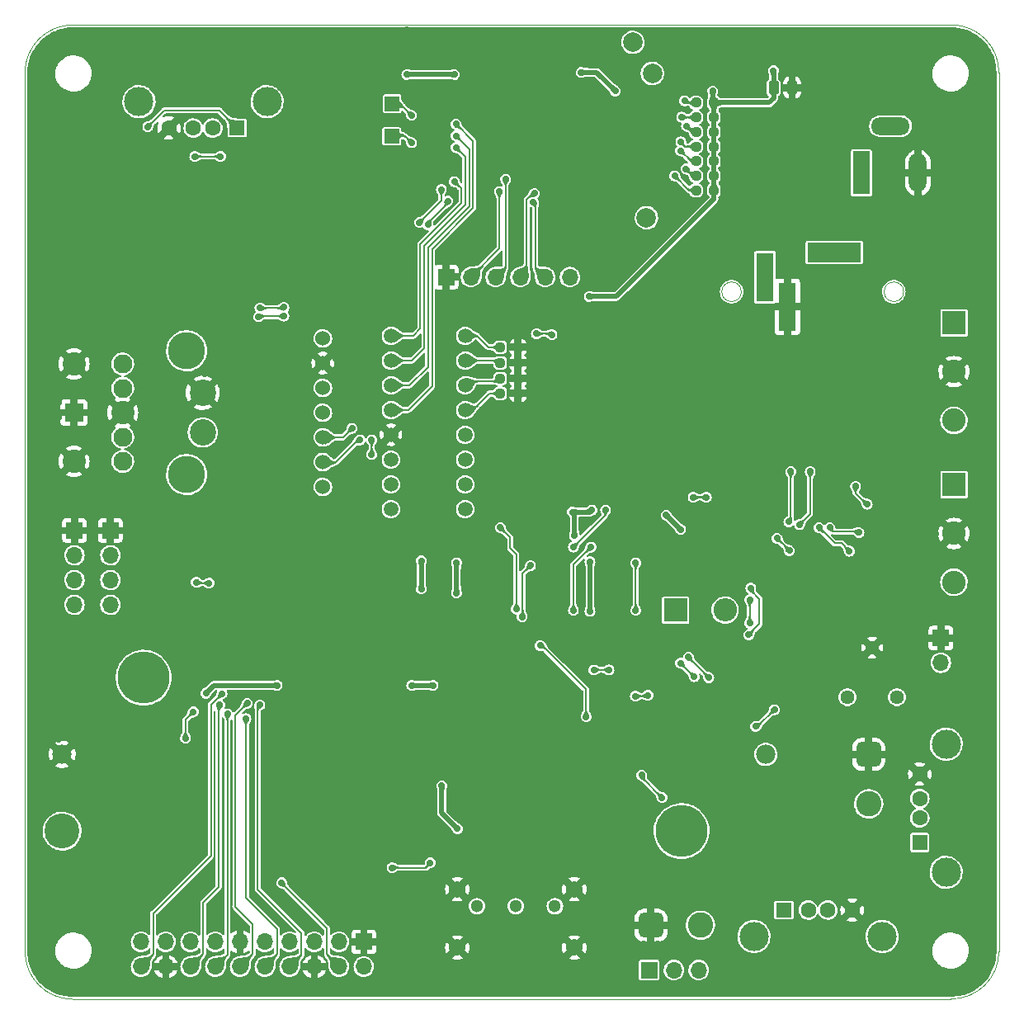
<source format=gbr>
%TF.GenerationSoftware,KiCad,Pcbnew,(6.0.9)*%
%TF.CreationDate,2023-01-14T14:27:17+02:00*%
%TF.ProjectId,ESP32_power_meter_MP3_player_WIFI_radio_V2,45535033-325f-4706-9f77-65725f6d6574,rev?*%
%TF.SameCoordinates,Original*%
%TF.FileFunction,Copper,L2,Bot*%
%TF.FilePolarity,Positive*%
%FSLAX46Y46*%
G04 Gerber Fmt 4.6, Leading zero omitted, Abs format (unit mm)*
G04 Created by KiCad (PCBNEW (6.0.9)) date 2023-01-14 14:27:17*
%MOMM*%
%LPD*%
G01*
G04 APERTURE LIST*
G04 Aperture macros list*
%AMRoundRect*
0 Rectangle with rounded corners*
0 $1 Rounding radius*
0 $2 $3 $4 $5 $6 $7 $8 $9 X,Y pos of 4 corners*
0 Add a 4 corners polygon primitive as box body*
4,1,4,$2,$3,$4,$5,$6,$7,$8,$9,$2,$3,0*
0 Add four circle primitives for the rounded corners*
1,1,$1+$1,$2,$3*
1,1,$1+$1,$4,$5*
1,1,$1+$1,$6,$7*
1,1,$1+$1,$8,$9*
0 Add four rect primitives between the rounded corners*
20,1,$1+$1,$2,$3,$4,$5,0*
20,1,$1+$1,$4,$5,$6,$7,0*
20,1,$1+$1,$6,$7,$8,$9,0*
20,1,$1+$1,$8,$9,$2,$3,0*%
G04 Aperture macros list end*
%TA.AperFunction,Profile*%
%ADD10C,0.100000*%
%TD*%
%TA.AperFunction,Profile*%
%ADD11C,0.120000*%
%TD*%
%TA.AperFunction,ComponentPad*%
%ADD12R,2.413000X2.413000*%
%TD*%
%TA.AperFunction,ComponentPad*%
%ADD13C,2.413000*%
%TD*%
%TA.AperFunction,ComponentPad*%
%ADD14R,1.700000X1.700000*%
%TD*%
%TA.AperFunction,ComponentPad*%
%ADD15O,1.700000X1.700000*%
%TD*%
%TA.AperFunction,ComponentPad*%
%ADD16RoundRect,0.650000X-0.650000X0.650000X-0.650000X-0.650000X0.650000X-0.650000X0.650000X0.650000X0*%
%TD*%
%TA.AperFunction,ComponentPad*%
%ADD17C,2.600000*%
%TD*%
%TA.AperFunction,ComponentPad*%
%ADD18R,5.500000X2.000000*%
%TD*%
%TA.AperFunction,ComponentPad*%
%ADD19R,1.800000X5.000000*%
%TD*%
%TA.AperFunction,ComponentPad*%
%ADD20C,1.500000*%
%TD*%
%TA.AperFunction,ComponentPad*%
%ADD21R,1.800000X4.400000*%
%TD*%
%TA.AperFunction,ComponentPad*%
%ADD22O,1.800000X4.000000*%
%TD*%
%TA.AperFunction,ComponentPad*%
%ADD23O,4.000000X1.800000*%
%TD*%
%TA.AperFunction,ComponentPad*%
%ADD24R,1.500000X1.600000*%
%TD*%
%TA.AperFunction,ComponentPad*%
%ADD25C,1.600000*%
%TD*%
%TA.AperFunction,ComponentPad*%
%ADD26C,3.000000*%
%TD*%
%TA.AperFunction,ComponentPad*%
%ADD27R,1.600000X1.500000*%
%TD*%
%TA.AperFunction,WasherPad*%
%ADD28C,3.810000*%
%TD*%
%TA.AperFunction,ComponentPad*%
%ADD29C,2.700000*%
%TD*%
%TA.AperFunction,ComponentPad*%
%ADD30C,1.524000*%
%TD*%
%TA.AperFunction,ComponentPad*%
%ADD31C,1.300000*%
%TD*%
%TA.AperFunction,ComponentPad*%
%ADD32C,1.710000*%
%TD*%
%TA.AperFunction,ComponentPad*%
%ADD33C,1.440000*%
%TD*%
%TA.AperFunction,ComponentPad*%
%ADD34R,1.950000X1.950000*%
%TD*%
%TA.AperFunction,ComponentPad*%
%ADD35C,1.950000*%
%TD*%
%TA.AperFunction,ComponentPad*%
%ADD36C,2.400000*%
%TD*%
%TA.AperFunction,ComponentPad*%
%ADD37C,2.000000*%
%TD*%
%TA.AperFunction,ComponentPad*%
%ADD38RoundRect,0.650000X-0.650000X-0.650000X0.650000X-0.650000X0.650000X0.650000X-0.650000X0.650000X0*%
%TD*%
%TA.AperFunction,ComponentPad*%
%ADD39R,2.400000X2.400000*%
%TD*%
%TA.AperFunction,ComponentPad*%
%ADD40O,2.400000X2.400000*%
%TD*%
%TA.AperFunction,SMDPad,CuDef*%
%ADD41RoundRect,0.237500X0.250000X0.237500X-0.250000X0.237500X-0.250000X-0.237500X0.250000X-0.237500X0*%
%TD*%
%TA.AperFunction,ComponentPad*%
%ADD42C,1.980000*%
%TD*%
%TA.AperFunction,ComponentPad*%
%ADD43C,5.325000*%
%TD*%
%TA.AperFunction,ComponentPad*%
%ADD44C,3.585000*%
%TD*%
%TA.AperFunction,SMDPad,CuDef*%
%ADD45RoundRect,0.250000X-0.250000X-0.475000X0.250000X-0.475000X0.250000X0.475000X-0.250000X0.475000X0*%
%TD*%
%TA.AperFunction,SMDPad,CuDef*%
%ADD46R,1.500000X1.500000*%
%TD*%
%TA.AperFunction,ViaPad*%
%ADD47C,0.700000*%
%TD*%
%TA.AperFunction,ViaPad*%
%ADD48C,0.800000*%
%TD*%
%TA.AperFunction,Conductor*%
%ADD49C,0.250000*%
%TD*%
%TA.AperFunction,Conductor*%
%ADD50C,0.200000*%
%TD*%
%TA.AperFunction,Conductor*%
%ADD51C,0.500000*%
%TD*%
G04 APERTURE END LIST*
D10*
X149961600Y-145105552D02*
X149961600Y-54944997D01*
X54944997Y-50017244D02*
G75*
G03*
X50016884Y-54944848I-257J-4927856D01*
G01*
X149961593Y-54944997D02*
G75*
G03*
X145105552Y-50016884I-4856293J71297D01*
G01*
X145034000Y-149961584D02*
G75*
G03*
X149961600Y-145105552I70800J4856284D01*
G01*
X50038000Y-145054603D02*
X50016884Y-54944848D01*
X50038007Y-145054603D02*
G75*
G03*
X54894048Y-149982716I4856293J-71297D01*
G01*
X145034000Y-149961600D02*
X54894048Y-149982716D01*
X54944997Y-50017243D02*
X145105552Y-50016884D01*
D11*
%TO.C,J5*%
X140182000Y-77400000D02*
G75*
G03*
X140182000Y-77400000I-1000000J0D01*
G01*
X123530000Y-77400000D02*
G75*
G03*
X123530000Y-77400000I-1000000J0D01*
G01*
%TD*%
D12*
%TO.P,J12,1,Pin_1*%
%TO.N,/POWER_MEASUREMENTS/load_vcc*%
X145350420Y-97200010D03*
D13*
%TO.P,J12,2,Pin_2*%
%TO.N,GND*%
X145350420Y-102198730D03*
%TO.P,J12,3,Pin_3*%
%TO.N,unconnected-(J12-Pad3)*%
X145350420Y-107199990D03*
%TD*%
D14*
%TO.P,J16,1,Pin_1*%
%TO.N,GND*%
X55100000Y-101900000D03*
D15*
%TO.P,J16,2,Pin_2*%
%TO.N,SDA*%
X55100000Y-104440000D03*
%TO.P,J16,3,Pin_3*%
%TO.N,SCL*%
X55100000Y-106980000D03*
%TO.P,J16,4,Pin_4*%
%TO.N,+3V3*%
X55100000Y-109520000D03*
%TD*%
D14*
%TO.P,J14,1,Pin_1*%
%TO.N,GND*%
X84800000Y-144100000D03*
D15*
%TO.P,J14,2,Pin_2*%
%TO.N,+3V3*%
X84800000Y-146640000D03*
%TO.P,J14,3,Pin_3*%
%TO.N,/P7*%
X82260000Y-144100000D03*
%TO.P,J14,4,Pin_4*%
%TO.N,/P8*%
X82260000Y-146640000D03*
%TO.P,J14,5,Pin_5*%
%TO.N,/P6*%
X79720000Y-144100000D03*
%TO.P,J14,6,Pin_6*%
%TO.N,GND*%
X79720000Y-146640000D03*
%TO.P,J14,7,Pin_7*%
%TO.N,/P5*%
X77180000Y-144100000D03*
%TO.P,J14,8,Pin_8*%
%TO.N,/P9*%
X77180000Y-146640000D03*
%TO.P,J14,9,Pin_9*%
%TO.N,/P4*%
X74640000Y-144100000D03*
%TO.P,J14,10,Pin_10*%
%TO.N,/P10*%
X74640000Y-146640000D03*
%TO.P,J14,11,Pin_11*%
%TO.N,GND*%
X72100000Y-144100000D03*
%TO.P,J14,12,Pin_12*%
%TO.N,/P11*%
X72100000Y-146640000D03*
%TO.P,J14,13,Pin_13*%
%TO.N,/P3*%
X69560000Y-144100000D03*
%TO.P,J14,14,Pin_14*%
%TO.N,/P12*%
X69560000Y-146640000D03*
%TO.P,J14,15,Pin_15*%
%TO.N,/P2*%
X67020000Y-144100000D03*
%TO.P,J14,16,Pin_16*%
%TO.N,/P13*%
X67020000Y-146640000D03*
%TO.P,J14,17,Pin_17*%
%TO.N,/P1*%
X64480000Y-144100000D03*
%TO.P,J14,18,Pin_18*%
%TO.N,GND*%
X64480000Y-146640000D03*
%TO.P,J14,19,Pin_19*%
%TO.N,/P0*%
X61940000Y-144100000D03*
%TO.P,J14,20,Pin_20*%
%TO.N,/P14*%
X61940000Y-146640000D03*
%TD*%
D16*
%TO.P,J10,1,Pin_1*%
%TO.N,GND*%
X136600000Y-124860000D03*
D17*
%TO.P,J10,2,Pin_2*%
%TO.N,/POWER_MEASUREMENTS/mini_power_load*%
X136600000Y-129940000D03*
%TD*%
D14*
%TO.P,J13,1,Pin_1*%
%TO.N,GND*%
X144000000Y-112925000D03*
D15*
%TO.P,J13,2,Pin_2*%
%TO.N,Net-(J13-Pad2)*%
X144000000Y-115465000D03*
%TD*%
D18*
%TO.P,J5,1*%
%TO.N,/POWER_MEASUREMENTS/source_vcc*%
X133086000Y-73352000D03*
D19*
%TO.P,J5,2*%
%TO.N,GND*%
X128260000Y-78940000D03*
%TO.P,J5,3*%
%TO.N,unconnected-(J5-Pad3)*%
X125974000Y-75892000D03*
%TD*%
D20*
%TO.P,S1,1,COM_1*%
%TO.N,3v3_enable*%
X95200000Y-99700000D03*
%TO.P,S1,2,NO_1*%
%TO.N,+VDC*%
X87580000Y-99700000D03*
%TO.P,S1,3,COM_2*%
%TO.N,Net-(R16-Pad2)*%
X95200000Y-97160000D03*
%TO.P,S1,4,NO_2*%
%TO.N,+VDC*%
X87580000Y-97160000D03*
%TO.P,S1,5,COM_3*%
%TO.N,/gain*%
X95200000Y-94620000D03*
%TO.P,S1,6,NO_3*%
%TO.N,+VDC*%
X87580000Y-94620000D03*
%TO.P,S1,7,COM_4*%
%TO.N,Net-(R17-Pad1)*%
X95200000Y-92080000D03*
%TO.P,S1,8,NO_4*%
%TO.N,GND*%
X87580000Y-92080000D03*
%TO.P,S1,9,COM_5*%
%TO.N,Net-(S1-Pad9)*%
X95200000Y-89540000D03*
%TO.P,S1,10,NO_5*%
%TO.N,/GPIO_06*%
X87580000Y-89540000D03*
%TO.P,S1,11,COM_6*%
%TO.N,Net-(S1-Pad11)*%
X95200000Y-87000000D03*
%TO.P,S1,12,NO_6*%
%TO.N,/GPIO_07*%
X87580000Y-87000000D03*
%TO.P,S1,13,COM_7*%
%TO.N,Net-(S1-Pad13)*%
X95200000Y-84460000D03*
%TO.P,S1,14,NO_7*%
%TO.N,/GPIO_15*%
X87580000Y-84460000D03*
%TO.P,S1,15,COM_8*%
%TO.N,Net-(S1-Pad15)*%
X95200000Y-81920000D03*
%TO.P,S1,16,NO_8*%
%TO.N,/GPIO_16*%
X87580000Y-81920000D03*
%TD*%
D12*
%TO.P,J9,1,Pin_1*%
%TO.N,/POWER_MEASUREMENTS/source_vcc*%
X145350420Y-80600010D03*
D13*
%TO.P,J9,2,Pin_2*%
%TO.N,GND*%
X145350420Y-85598730D03*
%TO.P,J9,3,Pin_3*%
%TO.N,unconnected-(J9-Pad3)*%
X145350420Y-90599990D03*
%TD*%
D21*
%TO.P,J7,1*%
%TO.N,/POWER_MEASUREMENTS/source_vcc*%
X135850000Y-65200000D03*
D22*
%TO.P,J7,2*%
%TO.N,GND*%
X141650000Y-65200000D03*
D23*
%TO.P,J7,3*%
%TO.N,unconnected-(J7-Pad3)*%
X138850000Y-60400000D03*
%TD*%
D24*
%TO.P,J11,1,VBUS*%
%TO.N,/POWER_MEASUREMENTS/mini_power_load*%
X141840000Y-133900000D03*
D25*
%TO.P,J11,2,D-*%
%TO.N,/POWER_MEASUREMENTS/D2-*%
X141840000Y-131400000D03*
%TO.P,J11,3,D+*%
%TO.N,/POWER_MEASUREMENTS/D2+*%
X141840000Y-129400000D03*
%TO.P,J11,4,GND*%
%TO.N,GND*%
X141840000Y-126900000D03*
D26*
%TO.P,J11,5,Shield*%
%TO.N,Net-(C15-Pad1)*%
X144550000Y-136970000D03*
X144550000Y-123830000D03*
%TD*%
D27*
%TO.P,J3,1,VBUS*%
%TO.N,VBUS*%
X71800000Y-60600000D03*
D25*
%TO.P,J3,2,D-*%
%TO.N,D+*%
X69300000Y-60600000D03*
%TO.P,J3,3,D+*%
%TO.N,D-*%
X67300000Y-60600000D03*
%TO.P,J3,4,GND*%
%TO.N,GND*%
X64800000Y-60600000D03*
D26*
%TO.P,J3,5,Shield*%
%TO.N,unconnected-(J3-Pad5)*%
X74870000Y-57890000D03*
X61730000Y-57890000D03*
%TD*%
D14*
%TO.P,JP1,1,A*%
%TO.N,+5V*%
X114075000Y-147000000D03*
D15*
%TO.P,JP1,2,C*%
%TO.N,/POWER_MEASUREMENTS/mini_power_source*%
X116615000Y-147000000D03*
%TO.P,JP1,3,B*%
%TO.N,/POWER_MEASUREMENTS/ext_5v*%
X119155000Y-147000000D03*
%TD*%
D28*
%TO.P,U3,*%
%TO.N,*%
X66615000Y-83450000D03*
X66615000Y-96150000D03*
D29*
%TO.P,U3,1,speaker+*%
%TO.N,Net-(J1-Pad2)*%
X68266000Y-91832000D03*
%TO.P,U3,2,speaker-*%
%TO.N,GND*%
X68266000Y-87768000D03*
D30*
%TO.P,U3,3,VDD*%
%TO.N,+VDC*%
X80585000Y-82180000D03*
%TO.P,U3,4,VSS*%
%TO.N,GND*%
X80585000Y-84720000D03*
%TO.P,U3,5,LRC_(Left/Right_Clock*%
%TO.N,/GPIO_12*%
X80585000Y-97420000D03*
%TO.P,U3,6,BCLK_(Bit_Clock)*%
%TO.N,/BCLK*%
X80585000Y-94880000D03*
%TO.P,U3,7,DIN_(Data_In)*%
%TO.N,/DATA_IN*%
X80585000Y-92340000D03*
%TO.P,U3,8,GAIN*%
%TO.N,/gain*%
X80585000Y-89800000D03*
%TO.P,U3,9,SD_/_MODE*%
%TO.N,/GPIO_09*%
X80585000Y-87260000D03*
%TD*%
D31*
%TO.P,S2,1,PIN1*%
%TO.N,/Power-IN-OUT-BMS/buck_out*%
X96400000Y-140452500D03*
%TO.P,S2,2,COM*%
%TO.N,+3V3*%
X100400000Y-140452500D03*
%TO.P,S2,3,PIN2*%
%TO.N,/Power-IN-OUT-BMS/lin_reg*%
X104400000Y-140452500D03*
D32*
%TO.P,S2,MH1,MH1*%
%TO.N,GND*%
X94400000Y-144702500D03*
%TO.P,S2,MH2,MH2*%
X94400000Y-138702500D03*
%TO.P,S2,MH3,MH3*%
X106400000Y-138702500D03*
%TO.P,S2,MH4,MH4*%
X106400000Y-144702500D03*
%TD*%
D27*
%TO.P,J8,1,VBUS*%
%TO.N,/POWER_MEASUREMENTS/ext_5v*%
X127900000Y-140840000D03*
D25*
%TO.P,J8,2,D-*%
%TO.N,/POWER_MEASUREMENTS/D2+*%
X130400000Y-140840000D03*
%TO.P,J8,3,D+*%
%TO.N,/POWER_MEASUREMENTS/D2-*%
X132400000Y-140840000D03*
%TO.P,J8,4,GND*%
%TO.N,GND*%
X134900000Y-140840000D03*
D26*
%TO.P,J8,5,Shield*%
%TO.N,unconnected-(J8-Pad5)*%
X137970000Y-143550000D03*
X124830000Y-143550000D03*
%TD*%
D14*
%TO.P,J4,1,Pin_1*%
%TO.N,GND*%
X93250000Y-75900000D03*
D15*
%TO.P,J4,2,Pin_2*%
%TO.N,UART0_TX*%
X95790000Y-75900000D03*
%TO.P,J4,3,Pin_3*%
%TO.N,UART0_RX*%
X98330000Y-75900000D03*
%TO.P,J4,4,Pin_4*%
%TO.N,/BOOT*%
X100870000Y-75900000D03*
%TO.P,J4,5,Pin_5*%
%TO.N,/EN*%
X103410000Y-75900000D03*
%TO.P,J4,6,Pin_6*%
%TO.N,+3V3*%
X105950000Y-75900000D03*
%TD*%
D33*
%TO.P,RV1,1,1*%
%TO.N,Net-(J13-Pad2)*%
X139500000Y-119000000D03*
%TO.P,RV1,2,2*%
%TO.N,GND*%
X136960000Y-113920000D03*
%TO.P,RV1,3,3*%
%TO.N,/Power-IN-OUT-BMS/Set_charge_current*%
X134420000Y-119000000D03*
%TD*%
D34*
%TO.P,J1,1,1*%
%TO.N,GND*%
X55050000Y-89800000D03*
D35*
%TO.P,J1,2,2*%
%TO.N,Net-(J1-Pad2)*%
X60050000Y-84800000D03*
%TO.P,J1,3,3*%
%TO.N,unconnected-(J1-Pad3)*%
X60050000Y-87300000D03*
%TO.P,J1,4,4*%
%TO.N,unconnected-(J1-Pad4)*%
X60050000Y-92300000D03*
%TO.P,J1,5,5*%
%TO.N,Net-(J1-Pad2)*%
X60050000Y-94800000D03*
D36*
%TO.P,J1,MH1,MH1*%
%TO.N,GND*%
X55050000Y-84800000D03*
%TO.P,J1,MH2,MH2*%
X55050000Y-94800000D03*
%TO.P,J1,MH3,MH3*%
X60050000Y-89800000D03*
%TD*%
D37*
%TO.P,TP11,1,1*%
%TO.N,/GPIO_35*%
X113800000Y-69800000D03*
%TD*%
D14*
%TO.P,J15,1,Pin_1*%
%TO.N,GND*%
X58800000Y-101900000D03*
D15*
%TO.P,J15,2,Pin_2*%
%TO.N,SDA*%
X58800000Y-104440000D03*
%TO.P,J15,3,Pin_3*%
%TO.N,SCL*%
X58800000Y-106980000D03*
%TO.P,J15,4,Pin_4*%
%TO.N,+3V3*%
X58800000Y-109520000D03*
%TD*%
D38*
%TO.P,J6,1,Pin_1*%
%TO.N,GND*%
X114260000Y-142400000D03*
D17*
%TO.P,J6,2,Pin_2*%
%TO.N,/POWER_MEASUREMENTS/ext_5v*%
X119340000Y-142400000D03*
%TD*%
D39*
%TO.P,D7,1,K*%
%TO.N,Power_in+*%
X116787500Y-110070500D03*
D40*
%TO.P,D7,2,A*%
%TO.N,+5V*%
X121867500Y-110070500D03*
%TD*%
D37*
%TO.P,TP12,1,1*%
%TO.N,/GPIO_01*%
X112400000Y-51800000D03*
%TD*%
D41*
%TO.P,R46,1*%
%TO.N,GND*%
X100612500Y-86300000D03*
%TO.P,R46,2*%
%TO.N,Net-(S1-Pad11)*%
X98787500Y-86300000D03*
%TD*%
%TO.P,R4,1*%
%TO.N,+3V3*%
X120712500Y-65500000D03*
%TO.P,R4,2*%
%TO.N,/GPIO_37*%
X118887500Y-65500000D03*
%TD*%
%TO.P,R2,1*%
%TO.N,+3V3*%
X120712500Y-67000000D03*
%TO.P,R2,2*%
%TO.N,/GPIO_36*%
X118887500Y-67000000D03*
%TD*%
D42*
%TO.P,U7,1,+*%
%TO.N,+BATT*%
X126040000Y-124870000D03*
%TO.P,U7,2,-*%
%TO.N,GND*%
X53840000Y-124870000D03*
D43*
%TO.P,U7,MH1,MH1*%
%TO.N,unconnected-(U7-PadMH1)*%
X117400000Y-132740000D03*
D44*
%TO.P,U7,MH2,MH2*%
%TO.N,unconnected-(U7-PadMH2)*%
X53840000Y-132740000D03*
D43*
%TO.P,U7,MH3,MH3*%
%TO.N,unconnected-(U7-PadMH3)*%
X62200000Y-117000000D03*
%TD*%
D45*
%TO.P,C7,1*%
%TO.N,+3V3*%
X126850000Y-56450000D03*
%TO.P,C7,2*%
%TO.N,GND*%
X128750000Y-56450000D03*
%TD*%
D41*
%TO.P,R45,1*%
%TO.N,GND*%
X100612500Y-87840000D03*
%TO.P,R45,2*%
%TO.N,Net-(S1-Pad9)*%
X98787500Y-87840000D03*
%TD*%
D46*
%TO.P,TP6,1,1*%
%TO.N,/GPIO_07*%
X87700000Y-58100000D03*
%TD*%
D41*
%TO.P,R3,1*%
%TO.N,+3V3*%
X120712500Y-64000000D03*
%TO.P,R3,2*%
%TO.N,/GPIO_38*%
X118887500Y-64000000D03*
%TD*%
D46*
%TO.P,TP8,1,1*%
%TO.N,/GPIO_16*%
X87650000Y-61450000D03*
%TD*%
D41*
%TO.P,R48,1*%
%TO.N,GND*%
X100612500Y-83100000D03*
%TO.P,R48,2*%
%TO.N,Net-(S1-Pad15)*%
X98787500Y-83100000D03*
%TD*%
%TO.P,R47,1*%
%TO.N,GND*%
X100612500Y-84700000D03*
%TO.P,R47,2*%
%TO.N,Net-(S1-Pad13)*%
X98787500Y-84700000D03*
%TD*%
%TO.P,R7,1*%
%TO.N,+3V3*%
X120712500Y-61000000D03*
%TO.P,R7,2*%
%TO.N,/GPIO_40*%
X118887500Y-61000000D03*
%TD*%
%TO.P,R8,1*%
%TO.N,+3V3*%
X120712500Y-62500000D03*
%TO.P,R8,2*%
%TO.N,/GPIO_39*%
X118887500Y-62500000D03*
%TD*%
%TO.P,R6,1*%
%TO.N,+3V3*%
X120712500Y-59500000D03*
%TO.P,R6,2*%
%TO.N,/GPIO_41*%
X118887500Y-59500000D03*
%TD*%
D37*
%TO.P,TP13,1,1*%
%TO.N,/GPIO_02*%
X114400000Y-55000000D03*
%TD*%
D41*
%TO.P,R5,1*%
%TO.N,+3V3*%
X120712500Y-58000000D03*
%TO.P,R5,2*%
%TO.N,/GPIO_42*%
X118887500Y-58000000D03*
%TD*%
D47*
%TO.N,GND*%
X147963000Y-147284000D03*
X147963000Y-145784000D03*
X147963000Y-144284000D03*
X147963000Y-142784000D03*
X147963000Y-141284000D03*
X147963000Y-139784000D03*
X147963000Y-138284000D03*
X147963000Y-136784000D03*
X147963000Y-135284000D03*
X147963000Y-124784000D03*
X147963000Y-123284000D03*
X147963000Y-121784000D03*
X147963000Y-117284000D03*
X147963000Y-115784000D03*
X147963000Y-114284000D03*
X147963000Y-112784000D03*
X147963000Y-111284000D03*
X147963000Y-109784000D03*
X147963000Y-108284000D03*
X147963000Y-106784000D03*
X147963000Y-105284000D03*
X147963000Y-103784000D03*
X147963000Y-102284000D03*
X147963000Y-100784000D03*
X147963000Y-99284000D03*
X147963000Y-97784000D03*
X147963000Y-96284000D03*
X147963000Y-94784000D03*
X147963000Y-93284000D03*
X147963000Y-91784000D03*
X147963000Y-90284000D03*
X147963000Y-88784000D03*
X147963000Y-87284000D03*
X147963000Y-85784000D03*
X147963000Y-84284000D03*
X147963000Y-82784000D03*
X147963000Y-81284000D03*
X147963000Y-79784000D03*
X147963000Y-78284000D03*
X147963000Y-76784000D03*
X147963000Y-75284000D03*
X147963000Y-73784000D03*
X147963000Y-72284000D03*
X147963000Y-70784000D03*
X147963000Y-69284000D03*
X147963000Y-67784000D03*
X147963000Y-66284000D03*
X147963000Y-64784000D03*
X147963000Y-63284000D03*
X147963000Y-61784000D03*
X147963000Y-60284000D03*
X147963000Y-58784000D03*
X147963000Y-57284000D03*
X147963000Y-55784000D03*
X147963000Y-54284000D03*
X147963000Y-52784000D03*
X146463000Y-148784000D03*
X146463000Y-147284000D03*
X146463000Y-142784000D03*
X146463000Y-141284000D03*
X146463000Y-139784000D03*
X146463000Y-138284000D03*
X146463000Y-132284000D03*
X146463000Y-130784000D03*
X146463000Y-129284000D03*
X146463000Y-127784000D03*
X146463000Y-121784000D03*
X146463000Y-117284000D03*
X146463000Y-115784000D03*
X146463000Y-114284000D03*
X146463000Y-112784000D03*
X146463000Y-111284000D03*
X146463000Y-109784000D03*
X146463000Y-105284000D03*
X146463000Y-99284000D03*
X146463000Y-94784000D03*
X146463000Y-93284000D03*
X146463000Y-88784000D03*
X146463000Y-87284000D03*
X146463000Y-82784000D03*
X146463000Y-78284000D03*
X146463000Y-76784000D03*
X146463000Y-75284000D03*
X146463000Y-73784000D03*
X146463000Y-72284000D03*
X146463000Y-70784000D03*
X146463000Y-69284000D03*
X146463000Y-67784000D03*
X146463000Y-66284000D03*
X146463000Y-64784000D03*
X146463000Y-63284000D03*
X146463000Y-61784000D03*
X146463000Y-60284000D03*
X146463000Y-58784000D03*
X146463000Y-57284000D03*
X146463000Y-52784000D03*
X146463000Y-51284000D03*
X144963000Y-148784000D03*
X144963000Y-147284000D03*
X144963000Y-142784000D03*
X144963000Y-141284000D03*
X144963000Y-139784000D03*
X144963000Y-133784000D03*
X144963000Y-132284000D03*
X144963000Y-130784000D03*
X144963000Y-129284000D03*
X144963000Y-127784000D03*
X144963000Y-126284000D03*
X144963000Y-117284000D03*
X144963000Y-111284000D03*
X144963000Y-109784000D03*
X144963000Y-105284000D03*
X144963000Y-94784000D03*
X144963000Y-93284000D03*
X144963000Y-88784000D03*
X144963000Y-76784000D03*
X144963000Y-75284000D03*
X144963000Y-73784000D03*
X144963000Y-72284000D03*
X144963000Y-70784000D03*
X144963000Y-69284000D03*
X144963000Y-67784000D03*
X144963000Y-66284000D03*
X144963000Y-64784000D03*
X144963000Y-63284000D03*
X144963000Y-61784000D03*
X144963000Y-60284000D03*
X144963000Y-58784000D03*
X144963000Y-57284000D03*
X144963000Y-52784000D03*
X144963000Y-51284000D03*
X143463000Y-148784000D03*
X143463000Y-147284000D03*
X143463000Y-142784000D03*
X143463000Y-141284000D03*
X143463000Y-139784000D03*
X143463000Y-120284000D03*
X143463000Y-118784000D03*
X143463000Y-111284000D03*
X143463000Y-109784000D03*
X143463000Y-108284000D03*
X143463000Y-106784000D03*
X143463000Y-105284000D03*
X143463000Y-103784000D03*
X143463000Y-102284000D03*
X143463000Y-96284000D03*
X143463000Y-94784000D03*
X143463000Y-93284000D03*
X143463000Y-91784000D03*
X143463000Y-90284000D03*
X143463000Y-88784000D03*
X143463000Y-87284000D03*
X143463000Y-85784000D03*
X143463000Y-75284000D03*
X143463000Y-73784000D03*
X143463000Y-72284000D03*
X143463000Y-70784000D03*
X143463000Y-69284000D03*
X143463000Y-67784000D03*
X143463000Y-66284000D03*
X143463000Y-64784000D03*
X143463000Y-63284000D03*
X143463000Y-61784000D03*
X143463000Y-60284000D03*
X143463000Y-58784000D03*
X143463000Y-57284000D03*
X143463000Y-52784000D03*
X143463000Y-51284000D03*
X141963000Y-148784000D03*
X141963000Y-147284000D03*
X141963000Y-145784000D03*
X141963000Y-144284000D03*
X141963000Y-142784000D03*
X141963000Y-141284000D03*
X141963000Y-139784000D03*
X141963000Y-138284000D03*
X141963000Y-136784000D03*
X141963000Y-135284000D03*
X141963000Y-123284000D03*
X141963000Y-121784000D03*
X141963000Y-120284000D03*
X141963000Y-115784000D03*
X141963000Y-114284000D03*
X141963000Y-112784000D03*
X141963000Y-111284000D03*
X141963000Y-109784000D03*
X141963000Y-108284000D03*
X141963000Y-106784000D03*
X141963000Y-105284000D03*
X141963000Y-103784000D03*
X141963000Y-102284000D03*
X141963000Y-97784000D03*
X141963000Y-96284000D03*
X141963000Y-94784000D03*
X141963000Y-93284000D03*
X141963000Y-91784000D03*
X141963000Y-90284000D03*
X141963000Y-88784000D03*
X141963000Y-87284000D03*
X141963000Y-81284000D03*
X141963000Y-79784000D03*
X141963000Y-73784000D03*
X141963000Y-72284000D03*
X141963000Y-70784000D03*
X141963000Y-69284000D03*
X141963000Y-67784000D03*
X141963000Y-61784000D03*
X141963000Y-60284000D03*
X141963000Y-58784000D03*
X141963000Y-57284000D03*
X141963000Y-55784000D03*
X141963000Y-54284000D03*
X141963000Y-52784000D03*
X141963000Y-51284000D03*
X140463000Y-148784000D03*
X140463000Y-147284000D03*
X140463000Y-145784000D03*
X140463000Y-144284000D03*
X140463000Y-142784000D03*
X140463000Y-141284000D03*
X140463000Y-139784000D03*
X140463000Y-138284000D03*
X140463000Y-136784000D03*
X140463000Y-135284000D03*
X140463000Y-133784000D03*
X140463000Y-127784000D03*
X140463000Y-123284000D03*
X140463000Y-121784000D03*
X140463000Y-120284000D03*
X140463000Y-117284000D03*
X140463000Y-115784000D03*
X140463000Y-114284000D03*
X140463000Y-112784000D03*
X140463000Y-111284000D03*
X140463000Y-109784000D03*
X140463000Y-108284000D03*
X140463000Y-106784000D03*
X140463000Y-105284000D03*
X140463000Y-103784000D03*
X140463000Y-102284000D03*
X140463000Y-94784000D03*
X140463000Y-93284000D03*
X140463000Y-91784000D03*
X140463000Y-90284000D03*
X140463000Y-88784000D03*
X140463000Y-82784000D03*
X140463000Y-81284000D03*
X140463000Y-79784000D03*
X140463000Y-72284000D03*
X140463000Y-70784000D03*
X140463000Y-69284000D03*
X140463000Y-67784000D03*
X140463000Y-58784000D03*
X140463000Y-57284000D03*
X140463000Y-55784000D03*
X140463000Y-54284000D03*
X140463000Y-52784000D03*
X140463000Y-51284000D03*
X138963000Y-148784000D03*
X138963000Y-147284000D03*
X138963000Y-145784000D03*
X138963000Y-141284000D03*
X138963000Y-139784000D03*
X138963000Y-138284000D03*
X138963000Y-136784000D03*
X138963000Y-135284000D03*
X138963000Y-133784000D03*
X138963000Y-129284000D03*
X138963000Y-124784000D03*
X138963000Y-123284000D03*
X138963000Y-121784000D03*
X138963000Y-120284000D03*
X138963000Y-117284000D03*
X138963000Y-115784000D03*
X138963000Y-114284000D03*
X138963000Y-112784000D03*
X138963000Y-111284000D03*
X138963000Y-109784000D03*
X138963000Y-108284000D03*
X138963000Y-106784000D03*
X138963000Y-105284000D03*
X138963000Y-103784000D03*
X138963000Y-102284000D03*
X138963000Y-84284000D03*
X138963000Y-82784000D03*
X138963000Y-81284000D03*
X138963000Y-79784000D03*
X138963000Y-72284000D03*
X138963000Y-70784000D03*
X138963000Y-69284000D03*
X138963000Y-67784000D03*
X138963000Y-66284000D03*
X138963000Y-64784000D03*
X138963000Y-63284000D03*
X138963000Y-58784000D03*
X138963000Y-57284000D03*
X138963000Y-54284000D03*
X138963000Y-52784000D03*
X138963000Y-51284000D03*
X137463000Y-148784000D03*
X137463000Y-147284000D03*
X137463000Y-145784000D03*
X137463000Y-141284000D03*
X137463000Y-139784000D03*
X137463000Y-138284000D03*
X137463000Y-136784000D03*
X137463000Y-121784000D03*
X137463000Y-120284000D03*
X137463000Y-118784000D03*
X137463000Y-117284000D03*
X137463000Y-115784000D03*
X137463000Y-111284000D03*
X137463000Y-109784000D03*
X137463000Y-108284000D03*
X137463000Y-106784000D03*
X137463000Y-105284000D03*
X137463000Y-103784000D03*
X137463000Y-102284000D03*
X137463000Y-100784000D03*
X137463000Y-85784000D03*
X137463000Y-84284000D03*
X137463000Y-82784000D03*
X137463000Y-81284000D03*
X137463000Y-79784000D03*
X137463000Y-78284000D03*
X137463000Y-75284000D03*
X137463000Y-72284000D03*
X137463000Y-70784000D03*
X137463000Y-69284000D03*
X137463000Y-67784000D03*
X137463000Y-66284000D03*
X137463000Y-64784000D03*
X137463000Y-63284000D03*
X137463000Y-58784000D03*
X137463000Y-57284000D03*
X137463000Y-54284000D03*
X137463000Y-52784000D03*
X137463000Y-51284000D03*
X135963000Y-148784000D03*
X135963000Y-147284000D03*
X135963000Y-145784000D03*
X135963000Y-138284000D03*
X135963000Y-136784000D03*
X135963000Y-127784000D03*
X135963000Y-121784000D03*
X135963000Y-115784000D03*
X135963000Y-112784000D03*
X135963000Y-111284000D03*
X135963000Y-109784000D03*
X135963000Y-108284000D03*
X135963000Y-106784000D03*
X135963000Y-105284000D03*
X135963000Y-103784000D03*
X135963000Y-93284000D03*
X135963000Y-91784000D03*
X135963000Y-90284000D03*
X135963000Y-88784000D03*
X135963000Y-87284000D03*
X135963000Y-85784000D03*
X135963000Y-84284000D03*
X135963000Y-82784000D03*
X135963000Y-81284000D03*
X135963000Y-79784000D03*
X135963000Y-78284000D03*
X135963000Y-76784000D03*
X135963000Y-75284000D03*
X135963000Y-61784000D03*
X135963000Y-60284000D03*
X135963000Y-58784000D03*
X135963000Y-57284000D03*
X135963000Y-55784000D03*
X135963000Y-54284000D03*
X135963000Y-52784000D03*
X135963000Y-51284000D03*
X134463000Y-148784000D03*
X134463000Y-147284000D03*
X134463000Y-145784000D03*
X134463000Y-144284000D03*
X134463000Y-142784000D03*
X134463000Y-138284000D03*
X134463000Y-132284000D03*
X134463000Y-130784000D03*
X134463000Y-129284000D03*
X134463000Y-127784000D03*
X134463000Y-126284000D03*
X134463000Y-124784000D03*
X134463000Y-123284000D03*
X134463000Y-93284000D03*
X134463000Y-91784000D03*
X134463000Y-90284000D03*
X134463000Y-88784000D03*
X134463000Y-87284000D03*
X134463000Y-85784000D03*
X134463000Y-84284000D03*
X134463000Y-82784000D03*
X134463000Y-81284000D03*
X134463000Y-79784000D03*
X134463000Y-78284000D03*
X134463000Y-76784000D03*
X134463000Y-75284000D03*
X134463000Y-69284000D03*
X134463000Y-61784000D03*
X134463000Y-60284000D03*
X134463000Y-58784000D03*
X134463000Y-57284000D03*
X134463000Y-55784000D03*
X134463000Y-54284000D03*
X134463000Y-52784000D03*
X134463000Y-51284000D03*
X132963000Y-148784000D03*
X132963000Y-147284000D03*
X132963000Y-145784000D03*
X132963000Y-144284000D03*
X132963000Y-142784000D03*
X132963000Y-118784000D03*
X132963000Y-117284000D03*
X132963000Y-115784000D03*
X132963000Y-114284000D03*
X132963000Y-112784000D03*
X132963000Y-111284000D03*
X132963000Y-109784000D03*
X132963000Y-108284000D03*
X132963000Y-93284000D03*
X132963000Y-91784000D03*
X132963000Y-90284000D03*
X132963000Y-88784000D03*
X132963000Y-87284000D03*
X132963000Y-85784000D03*
X132963000Y-84284000D03*
X132963000Y-82784000D03*
X132963000Y-81284000D03*
X132963000Y-79784000D03*
X132963000Y-78284000D03*
X132963000Y-76784000D03*
X132963000Y-75284000D03*
X132963000Y-70784000D03*
X132963000Y-69284000D03*
X132963000Y-67784000D03*
X132963000Y-66284000D03*
X132963000Y-64784000D03*
X132963000Y-63284000D03*
X132963000Y-61784000D03*
X132963000Y-60284000D03*
X132963000Y-58784000D03*
X132963000Y-57284000D03*
X132963000Y-55784000D03*
X132963000Y-51284000D03*
X131463000Y-148784000D03*
X131463000Y-147284000D03*
X131463000Y-145784000D03*
X131463000Y-144284000D03*
X131463000Y-142784000D03*
X131463000Y-129284000D03*
X131463000Y-127784000D03*
X131463000Y-126284000D03*
X131463000Y-124784000D03*
X131463000Y-123284000D03*
X131463000Y-121784000D03*
X131463000Y-117284000D03*
X131463000Y-115784000D03*
X131463000Y-114284000D03*
X131463000Y-112784000D03*
X131463000Y-111284000D03*
X131463000Y-109784000D03*
X131463000Y-108284000D03*
X131463000Y-93284000D03*
X131463000Y-91784000D03*
X131463000Y-90284000D03*
X131463000Y-88784000D03*
X131463000Y-87284000D03*
X131463000Y-85784000D03*
X131463000Y-84284000D03*
X131463000Y-82784000D03*
X131463000Y-81284000D03*
X131463000Y-79784000D03*
X131463000Y-78284000D03*
X131463000Y-76784000D03*
X131463000Y-75284000D03*
X131463000Y-70784000D03*
X131463000Y-69284000D03*
X131463000Y-63284000D03*
X131463000Y-61784000D03*
X131463000Y-60284000D03*
X131463000Y-58784000D03*
X131463000Y-51284000D03*
X129963000Y-148784000D03*
X129963000Y-147284000D03*
X129963000Y-145784000D03*
X129963000Y-144284000D03*
X129963000Y-142784000D03*
X129963000Y-135284000D03*
X129963000Y-129284000D03*
X129963000Y-127784000D03*
X129963000Y-126284000D03*
X129963000Y-124784000D03*
X129963000Y-123284000D03*
X129963000Y-121784000D03*
X129963000Y-108284000D03*
X129963000Y-106784000D03*
X129963000Y-105284000D03*
X129963000Y-84284000D03*
X129963000Y-82784000D03*
X129963000Y-81284000D03*
X129963000Y-79784000D03*
X129963000Y-78284000D03*
X129963000Y-76784000D03*
X129963000Y-75284000D03*
X129963000Y-70784000D03*
X129963000Y-69284000D03*
X129963000Y-63284000D03*
X129963000Y-61784000D03*
X129963000Y-60284000D03*
X129963000Y-51284000D03*
X128463000Y-148784000D03*
X128463000Y-147284000D03*
X128463000Y-145784000D03*
X128463000Y-144284000D03*
X128463000Y-142784000D03*
X128463000Y-136784000D03*
X128463000Y-135284000D03*
X128463000Y-133784000D03*
X128463000Y-132284000D03*
X128463000Y-126284000D03*
X128463000Y-124784000D03*
X128463000Y-115784000D03*
X128463000Y-108284000D03*
X128463000Y-106784000D03*
X128463000Y-105284000D03*
X128463000Y-90284000D03*
X128463000Y-88784000D03*
X128463000Y-87284000D03*
X128463000Y-85784000D03*
X128463000Y-82784000D03*
X128463000Y-75284000D03*
X128463000Y-73784000D03*
X128463000Y-72284000D03*
X128463000Y-70784000D03*
X128463000Y-69284000D03*
X128463000Y-64784000D03*
X128463000Y-63284000D03*
X128463000Y-61784000D03*
X128463000Y-52784000D03*
X128463000Y-51284000D03*
X126963000Y-148784000D03*
X126963000Y-147284000D03*
X126963000Y-145784000D03*
X126963000Y-136784000D03*
X126963000Y-135284000D03*
X126963000Y-133784000D03*
X126963000Y-130784000D03*
X126963000Y-106784000D03*
X126963000Y-93284000D03*
X126963000Y-88784000D03*
X126963000Y-87284000D03*
X126963000Y-85784000D03*
X126963000Y-82784000D03*
X126963000Y-72284000D03*
X126963000Y-70784000D03*
X126963000Y-69284000D03*
X126963000Y-67784000D03*
X126963000Y-66284000D03*
X126963000Y-64784000D03*
X126963000Y-63284000D03*
X126963000Y-52784000D03*
X126963000Y-51284000D03*
X125463000Y-148784000D03*
X125463000Y-147284000D03*
X125463000Y-145784000D03*
X125463000Y-133784000D03*
X125463000Y-103784000D03*
X125463000Y-96284000D03*
X125463000Y-91784000D03*
X125463000Y-87284000D03*
X125463000Y-85784000D03*
X125463000Y-82784000D03*
X125463000Y-81284000D03*
X125463000Y-79784000D03*
X125463000Y-72284000D03*
X125463000Y-70784000D03*
X125463000Y-69284000D03*
X125463000Y-64784000D03*
X125463000Y-54284000D03*
X125463000Y-52784000D03*
X125463000Y-51284000D03*
X123963000Y-148784000D03*
X123963000Y-147284000D03*
X123963000Y-145784000D03*
X123963000Y-133784000D03*
X123963000Y-114284000D03*
X123963000Y-105284000D03*
X123963000Y-103784000D03*
X123963000Y-100784000D03*
X123963000Y-99284000D03*
X123963000Y-97784000D03*
X123963000Y-96284000D03*
X123963000Y-94784000D03*
X123963000Y-90284000D03*
X123963000Y-85784000D03*
X123963000Y-82784000D03*
X123963000Y-81284000D03*
X123963000Y-79784000D03*
X123963000Y-75284000D03*
X123963000Y-73784000D03*
X123963000Y-72284000D03*
X123963000Y-70784000D03*
X123963000Y-69284000D03*
X123963000Y-54284000D03*
X123963000Y-52784000D03*
X123963000Y-51284000D03*
X122463000Y-148784000D03*
X122463000Y-147284000D03*
X122463000Y-145784000D03*
X122463000Y-144284000D03*
X122463000Y-142784000D03*
X122463000Y-133784000D03*
X122463000Y-120284000D03*
X122463000Y-118784000D03*
X122463000Y-117284000D03*
X122463000Y-115784000D03*
X122463000Y-106784000D03*
X122463000Y-105284000D03*
X122463000Y-103784000D03*
X122463000Y-100784000D03*
X122463000Y-99284000D03*
X122463000Y-97784000D03*
X122463000Y-96284000D03*
X122463000Y-94784000D03*
X122463000Y-93284000D03*
X122463000Y-85784000D03*
X122463000Y-79784000D03*
X122463000Y-75284000D03*
X122463000Y-73784000D03*
X122463000Y-72284000D03*
X122463000Y-70784000D03*
X122463000Y-69284000D03*
X122463000Y-55784000D03*
X122463000Y-54284000D03*
X122463000Y-52784000D03*
X122463000Y-51284000D03*
X120963000Y-148784000D03*
X120963000Y-147284000D03*
X120963000Y-145784000D03*
X120963000Y-144284000D03*
X120963000Y-136784000D03*
X120963000Y-135284000D03*
X120963000Y-133784000D03*
X120963000Y-120284000D03*
X120963000Y-118784000D03*
X120963000Y-106784000D03*
X120963000Y-105284000D03*
X120963000Y-103784000D03*
X120963000Y-100784000D03*
X120963000Y-85784000D03*
X120963000Y-79784000D03*
X120963000Y-75284000D03*
X120963000Y-73784000D03*
X120963000Y-72284000D03*
X120963000Y-70784000D03*
X120963000Y-69284000D03*
X120963000Y-54284000D03*
X120963000Y-51284000D03*
X119463000Y-148784000D03*
X119463000Y-136784000D03*
X119463000Y-112784000D03*
X119463000Y-111284000D03*
X119463000Y-109784000D03*
X119463000Y-105284000D03*
X119463000Y-103784000D03*
X119463000Y-100784000D03*
X119463000Y-79784000D03*
X119463000Y-78284000D03*
X119463000Y-76784000D03*
X119463000Y-75284000D03*
X119463000Y-73784000D03*
X119463000Y-72284000D03*
X119463000Y-70784000D03*
X119463000Y-54284000D03*
X117963000Y-148784000D03*
X117963000Y-145784000D03*
X117963000Y-144284000D03*
X117963000Y-138284000D03*
X117963000Y-136784000D03*
X117963000Y-120284000D03*
X117963000Y-118784000D03*
X117963000Y-112784000D03*
X117963000Y-108284000D03*
X117963000Y-105284000D03*
X117963000Y-103784000D03*
X117963000Y-81284000D03*
X117963000Y-79784000D03*
X117963000Y-78284000D03*
X117963000Y-76784000D03*
X117963000Y-75284000D03*
X117963000Y-73784000D03*
X117963000Y-72284000D03*
X117963000Y-55784000D03*
X117963000Y-54284000D03*
X116463000Y-148784000D03*
X116463000Y-139784000D03*
X116463000Y-138284000D03*
X116463000Y-136784000D03*
X116463000Y-121784000D03*
X116463000Y-120284000D03*
X116463000Y-105284000D03*
X116463000Y-103784000D03*
X116463000Y-82784000D03*
X116463000Y-81284000D03*
X116463000Y-79784000D03*
X116463000Y-78284000D03*
X116463000Y-76784000D03*
X116463000Y-75284000D03*
X116463000Y-73784000D03*
X116463000Y-69284000D03*
X116463000Y-67784000D03*
X116463000Y-55784000D03*
X116463000Y-54284000D03*
X116463000Y-51284000D03*
X114963000Y-148784000D03*
X114963000Y-144284000D03*
X114963000Y-139784000D03*
X114963000Y-138284000D03*
X114963000Y-136784000D03*
X114963000Y-135284000D03*
X114963000Y-114284000D03*
X114963000Y-112784000D03*
X114963000Y-111284000D03*
X114963000Y-105284000D03*
X114963000Y-96284000D03*
X114963000Y-91784000D03*
X114963000Y-90284000D03*
X114963000Y-87284000D03*
X114963000Y-85784000D03*
X114963000Y-84284000D03*
X114963000Y-79784000D03*
X114963000Y-78284000D03*
X114963000Y-76784000D03*
X114963000Y-75284000D03*
X114963000Y-67784000D03*
X114963000Y-66284000D03*
X114963000Y-52784000D03*
X114963000Y-51284000D03*
X113463000Y-148784000D03*
X113463000Y-144284000D03*
X113463000Y-139784000D03*
X113463000Y-114284000D03*
X113463000Y-112784000D03*
X113463000Y-79784000D03*
X113463000Y-78284000D03*
X113463000Y-76784000D03*
X113463000Y-67784000D03*
X113463000Y-66284000D03*
X113463000Y-58784000D03*
X111963000Y-148784000D03*
X111963000Y-147284000D03*
X111963000Y-136784000D03*
X111963000Y-135284000D03*
X111963000Y-133784000D03*
X111963000Y-132284000D03*
X111963000Y-130784000D03*
X111963000Y-103784000D03*
X111963000Y-96284000D03*
X111963000Y-93284000D03*
X111963000Y-79784000D03*
X111963000Y-78284000D03*
X111963000Y-70784000D03*
X111963000Y-69284000D03*
X111963000Y-66284000D03*
X111963000Y-58784000D03*
X110463000Y-148784000D03*
X110463000Y-147284000D03*
X110463000Y-145784000D03*
X110463000Y-144284000D03*
X110463000Y-142784000D03*
X110463000Y-141284000D03*
X110463000Y-139784000D03*
X110463000Y-138284000D03*
X110463000Y-136784000D03*
X110463000Y-105284000D03*
X110463000Y-103784000D03*
X110463000Y-96284000D03*
X110463000Y-72284000D03*
X110463000Y-70784000D03*
X110463000Y-69284000D03*
X110463000Y-67784000D03*
X110463000Y-66284000D03*
X110463000Y-58784000D03*
X108963000Y-148784000D03*
X108963000Y-147284000D03*
X108963000Y-145784000D03*
X108963000Y-144284000D03*
X108963000Y-142784000D03*
X108963000Y-141284000D03*
X108963000Y-139784000D03*
X108963000Y-138284000D03*
X108963000Y-136784000D03*
X108963000Y-96284000D03*
X108963000Y-94784000D03*
X108963000Y-82784000D03*
X108963000Y-81284000D03*
X108963000Y-79784000D03*
X108963000Y-70784000D03*
X107463000Y-148784000D03*
X107463000Y-147284000D03*
X107463000Y-142784000D03*
X107463000Y-141284000D03*
X107463000Y-136784000D03*
X107463000Y-75284000D03*
X105963000Y-148784000D03*
X105963000Y-147284000D03*
X105963000Y-142784000D03*
X105963000Y-141284000D03*
X105963000Y-136784000D03*
X105963000Y-97784000D03*
X105963000Y-96284000D03*
X105963000Y-94784000D03*
X105963000Y-93284000D03*
X105963000Y-91784000D03*
X105963000Y-90284000D03*
X105963000Y-88784000D03*
X105963000Y-79784000D03*
X105963000Y-78284000D03*
X105963000Y-66284000D03*
X105963000Y-64784000D03*
X105963000Y-63284000D03*
X105963000Y-61784000D03*
X105963000Y-52784000D03*
X105963000Y-51284000D03*
X104463000Y-148784000D03*
X104463000Y-147284000D03*
X104463000Y-145784000D03*
X104463000Y-144284000D03*
X104463000Y-142784000D03*
X104463000Y-130784000D03*
X104463000Y-127784000D03*
X104463000Y-126284000D03*
X104463000Y-97784000D03*
X104463000Y-96284000D03*
X104463000Y-94784000D03*
X104463000Y-93284000D03*
X104463000Y-91784000D03*
X104463000Y-90284000D03*
X104463000Y-88784000D03*
X104463000Y-87284000D03*
X104463000Y-85784000D03*
X104463000Y-84284000D03*
X104463000Y-79784000D03*
X104463000Y-78284000D03*
X104463000Y-66284000D03*
X104463000Y-64784000D03*
X104463000Y-63284000D03*
X104463000Y-61784000D03*
X104463000Y-54284000D03*
X104463000Y-52784000D03*
X104463000Y-51284000D03*
X102963000Y-148784000D03*
X102963000Y-147284000D03*
X102963000Y-145784000D03*
X102963000Y-144284000D03*
X102963000Y-142784000D03*
X102963000Y-141284000D03*
X102963000Y-139784000D03*
X102963000Y-138284000D03*
X102963000Y-136784000D03*
X102963000Y-135284000D03*
X102963000Y-130784000D03*
X102963000Y-127784000D03*
X102963000Y-126284000D03*
X102963000Y-124784000D03*
X102963000Y-123284000D03*
X102963000Y-97784000D03*
X102963000Y-96284000D03*
X102963000Y-94784000D03*
X102963000Y-93284000D03*
X102963000Y-91784000D03*
X102963000Y-64784000D03*
X102963000Y-63284000D03*
X102963000Y-54284000D03*
X102963000Y-52784000D03*
X102963000Y-51284000D03*
X101463000Y-148784000D03*
X101463000Y-147284000D03*
X101463000Y-145784000D03*
X101463000Y-144284000D03*
X101463000Y-142784000D03*
X101463000Y-138284000D03*
X101463000Y-136784000D03*
X101463000Y-135284000D03*
X101463000Y-133784000D03*
X101463000Y-130784000D03*
X101463000Y-127784000D03*
X101463000Y-126284000D03*
X101463000Y-124784000D03*
X101463000Y-123284000D03*
X101463000Y-97784000D03*
X101463000Y-96284000D03*
X101463000Y-94784000D03*
X101463000Y-93284000D03*
X101463000Y-91784000D03*
X101463000Y-58784000D03*
X101463000Y-57284000D03*
X101463000Y-54284000D03*
X101463000Y-52784000D03*
X101463000Y-51284000D03*
X99963000Y-148784000D03*
X99963000Y-147284000D03*
X99963000Y-145784000D03*
X99963000Y-135284000D03*
X99963000Y-133784000D03*
X99963000Y-130784000D03*
X99963000Y-127784000D03*
X99963000Y-126284000D03*
X99963000Y-124784000D03*
X99963000Y-123284000D03*
X99963000Y-112784000D03*
X99963000Y-97784000D03*
X99963000Y-96284000D03*
X99963000Y-94784000D03*
X99963000Y-93284000D03*
X99963000Y-91784000D03*
X99963000Y-78284000D03*
X99963000Y-63284000D03*
X99963000Y-54284000D03*
X99963000Y-52784000D03*
X99963000Y-51284000D03*
X98463000Y-148784000D03*
X98463000Y-147284000D03*
X98463000Y-142784000D03*
X98463000Y-141284000D03*
X98463000Y-139784000D03*
X98463000Y-138284000D03*
X98463000Y-133784000D03*
X98463000Y-130784000D03*
X98463000Y-127784000D03*
X98463000Y-126284000D03*
X98463000Y-124784000D03*
X98463000Y-123284000D03*
X98463000Y-121784000D03*
X98463000Y-112784000D03*
X98463000Y-90284000D03*
X98463000Y-78284000D03*
X98463000Y-63284000D03*
X98463000Y-54284000D03*
X98463000Y-52784000D03*
X98463000Y-51284000D03*
X96963000Y-148784000D03*
X96963000Y-144284000D03*
X96963000Y-142784000D03*
X96963000Y-138284000D03*
X96963000Y-136784000D03*
X96963000Y-126284000D03*
X96963000Y-121784000D03*
X96963000Y-115784000D03*
X96963000Y-114284000D03*
X96963000Y-108284000D03*
X96963000Y-103784000D03*
X96963000Y-100784000D03*
X96963000Y-96284000D03*
X96963000Y-93284000D03*
X96963000Y-90284000D03*
X96963000Y-85784000D03*
X96963000Y-79784000D03*
X96963000Y-78284000D03*
X96963000Y-66284000D03*
X96963000Y-64784000D03*
X96963000Y-63284000D03*
X96963000Y-54284000D03*
X96963000Y-52784000D03*
X96963000Y-51284000D03*
X95463000Y-148784000D03*
X95463000Y-142784000D03*
X95463000Y-136784000D03*
X95463000Y-135284000D03*
X95463000Y-126284000D03*
X95463000Y-109784000D03*
X95463000Y-103784000D03*
X95463000Y-79784000D03*
X95463000Y-78284000D03*
X95463000Y-54284000D03*
X95463000Y-52784000D03*
X95463000Y-51284000D03*
X93963000Y-148784000D03*
X93963000Y-142784000D03*
X93963000Y-141284000D03*
X93963000Y-136784000D03*
X93963000Y-135284000D03*
X93963000Y-133784000D03*
X93963000Y-126284000D03*
X93963000Y-121784000D03*
X93963000Y-115784000D03*
X93963000Y-114284000D03*
X93963000Y-112784000D03*
X93963000Y-111284000D03*
X93963000Y-103784000D03*
X93963000Y-100784000D03*
X93963000Y-96284000D03*
X93963000Y-85784000D03*
X93963000Y-82784000D03*
X93963000Y-79784000D03*
X93963000Y-78284000D03*
X93963000Y-52784000D03*
X93963000Y-51284000D03*
X92463000Y-148784000D03*
X92463000Y-145784000D03*
X92463000Y-144284000D03*
X92463000Y-142784000D03*
X92463000Y-141284000D03*
X92463000Y-108284000D03*
X92463000Y-105284000D03*
X92463000Y-103784000D03*
X92463000Y-100784000D03*
X92463000Y-99284000D03*
X92463000Y-97784000D03*
X92463000Y-96284000D03*
X92463000Y-94784000D03*
X92463000Y-91784000D03*
X92463000Y-90284000D03*
X92463000Y-88784000D03*
X92463000Y-87284000D03*
X92463000Y-85784000D03*
X92463000Y-84284000D03*
X92463000Y-82784000D03*
X92463000Y-81284000D03*
X92463000Y-78284000D03*
X90963000Y-148784000D03*
X90963000Y-145784000D03*
X90963000Y-144284000D03*
X90963000Y-142784000D03*
X90963000Y-141284000D03*
X90963000Y-100784000D03*
X90963000Y-99284000D03*
X90963000Y-97784000D03*
X90963000Y-96284000D03*
X90963000Y-94784000D03*
X90963000Y-91784000D03*
X90963000Y-90284000D03*
X89463000Y-148784000D03*
X89463000Y-145784000D03*
X89463000Y-144284000D03*
X89463000Y-142784000D03*
X89463000Y-130784000D03*
X89463000Y-129284000D03*
X89463000Y-126284000D03*
X89463000Y-124784000D03*
X89463000Y-123284000D03*
X89463000Y-121784000D03*
X89463000Y-120284000D03*
X89463000Y-115784000D03*
X89463000Y-114284000D03*
X89463000Y-112784000D03*
X89463000Y-111284000D03*
X89463000Y-109784000D03*
X89463000Y-103784000D03*
X89463000Y-100784000D03*
X89463000Y-99284000D03*
X89463000Y-97784000D03*
X89463000Y-96284000D03*
X89463000Y-94784000D03*
X89463000Y-91784000D03*
X89463000Y-90284000D03*
X89463000Y-82784000D03*
X89463000Y-73784000D03*
X89463000Y-64784000D03*
X87963000Y-148784000D03*
X87963000Y-145784000D03*
X87963000Y-144284000D03*
X87963000Y-142784000D03*
X87963000Y-129284000D03*
X87963000Y-126284000D03*
X87963000Y-124784000D03*
X87963000Y-123284000D03*
X87963000Y-121784000D03*
X87963000Y-120284000D03*
X87963000Y-118784000D03*
X87963000Y-115784000D03*
X87963000Y-114284000D03*
X87963000Y-112784000D03*
X87963000Y-111284000D03*
X87963000Y-109784000D03*
X87963000Y-108284000D03*
X87963000Y-105284000D03*
X87963000Y-103784000D03*
X87963000Y-79784000D03*
X87963000Y-70784000D03*
X87963000Y-69284000D03*
X87963000Y-64784000D03*
X87963000Y-63284000D03*
X86463000Y-148784000D03*
X86463000Y-144284000D03*
X86463000Y-142784000D03*
X86463000Y-129284000D03*
X86463000Y-126284000D03*
X86463000Y-124784000D03*
X86463000Y-123284000D03*
X86463000Y-121784000D03*
X86463000Y-120284000D03*
X86463000Y-118784000D03*
X86463000Y-115784000D03*
X86463000Y-114284000D03*
X86463000Y-112784000D03*
X86463000Y-111284000D03*
X86463000Y-109784000D03*
X86463000Y-108284000D03*
X86463000Y-105284000D03*
X86463000Y-103784000D03*
X86463000Y-85784000D03*
X86463000Y-76784000D03*
X86463000Y-72284000D03*
X86463000Y-70784000D03*
X86463000Y-69284000D03*
X86463000Y-63284000D03*
X84963000Y-148784000D03*
X84963000Y-141284000D03*
X84963000Y-133784000D03*
X84963000Y-129284000D03*
X84963000Y-126284000D03*
X84963000Y-124784000D03*
X84963000Y-123284000D03*
X84963000Y-121784000D03*
X84963000Y-120284000D03*
X84963000Y-118784000D03*
X84963000Y-115784000D03*
X84963000Y-114284000D03*
X84963000Y-112784000D03*
X84963000Y-111284000D03*
X84963000Y-109784000D03*
X84963000Y-108284000D03*
X84963000Y-103784000D03*
X84963000Y-100784000D03*
X84963000Y-97784000D03*
X84963000Y-78284000D03*
X84963000Y-73784000D03*
X84963000Y-72284000D03*
X84963000Y-70784000D03*
X84963000Y-69284000D03*
X84963000Y-52784000D03*
X83463000Y-148784000D03*
X83463000Y-141284000D03*
X83463000Y-129284000D03*
X83463000Y-126284000D03*
X83463000Y-124784000D03*
X83463000Y-123284000D03*
X83463000Y-121784000D03*
X83463000Y-120284000D03*
X83463000Y-118784000D03*
X83463000Y-115784000D03*
X83463000Y-114284000D03*
X83463000Y-112784000D03*
X83463000Y-111284000D03*
X83463000Y-109784000D03*
X83463000Y-108284000D03*
X83463000Y-100784000D03*
X83463000Y-94784000D03*
X83463000Y-79784000D03*
X83463000Y-75284000D03*
X83463000Y-73784000D03*
X83463000Y-72284000D03*
X83463000Y-70784000D03*
X83463000Y-69284000D03*
X81963000Y-148784000D03*
X81963000Y-141284000D03*
X81963000Y-129284000D03*
X81963000Y-126284000D03*
X81963000Y-124784000D03*
X81963000Y-123284000D03*
X81963000Y-121784000D03*
X81963000Y-120284000D03*
X81963000Y-118784000D03*
X81963000Y-115784000D03*
X81963000Y-114284000D03*
X81963000Y-112784000D03*
X81963000Y-111284000D03*
X81963000Y-109784000D03*
X81963000Y-108284000D03*
X81963000Y-106784000D03*
X81963000Y-96284000D03*
X81963000Y-93284000D03*
X81963000Y-88784000D03*
X81963000Y-85784000D03*
X81963000Y-84284000D03*
X81963000Y-82784000D03*
X81963000Y-81284000D03*
X81963000Y-76784000D03*
X81963000Y-75284000D03*
X81963000Y-73784000D03*
X81963000Y-72284000D03*
X81963000Y-60284000D03*
X81963000Y-55784000D03*
X81963000Y-52784000D03*
X81963000Y-51284000D03*
X80463000Y-148784000D03*
X80463000Y-135284000D03*
X80463000Y-133784000D03*
X80463000Y-132284000D03*
X80463000Y-130784000D03*
X80463000Y-126284000D03*
X80463000Y-124784000D03*
X80463000Y-123284000D03*
X80463000Y-121784000D03*
X80463000Y-120284000D03*
X80463000Y-118784000D03*
X80463000Y-115784000D03*
X80463000Y-114284000D03*
X80463000Y-112784000D03*
X80463000Y-111284000D03*
X80463000Y-109784000D03*
X80463000Y-108284000D03*
X80463000Y-106784000D03*
X80463000Y-105284000D03*
X80463000Y-78284000D03*
X80463000Y-76784000D03*
X80463000Y-75284000D03*
X80463000Y-73784000D03*
X80463000Y-60284000D03*
X80463000Y-55784000D03*
X78963000Y-148784000D03*
X78963000Y-127784000D03*
X78963000Y-126284000D03*
X78963000Y-124784000D03*
X78963000Y-123284000D03*
X78963000Y-121784000D03*
X78963000Y-120284000D03*
X78963000Y-118784000D03*
X78963000Y-115784000D03*
X78963000Y-114284000D03*
X78963000Y-112784000D03*
X78963000Y-111284000D03*
X78963000Y-109784000D03*
X78963000Y-108284000D03*
X78963000Y-106784000D03*
X78963000Y-105284000D03*
X78963000Y-103784000D03*
X78963000Y-96284000D03*
X78963000Y-94784000D03*
X78963000Y-93284000D03*
X78963000Y-91784000D03*
X78963000Y-90284000D03*
X78963000Y-88784000D03*
X78963000Y-87284000D03*
X78963000Y-85784000D03*
X78963000Y-81284000D03*
X78963000Y-78284000D03*
X78963000Y-76784000D03*
X78963000Y-75284000D03*
X78963000Y-61784000D03*
X78963000Y-60284000D03*
X78963000Y-55784000D03*
X77463000Y-148784000D03*
X77463000Y-136784000D03*
X77463000Y-135284000D03*
X77463000Y-133784000D03*
X77463000Y-132284000D03*
X77463000Y-130784000D03*
X77463000Y-129284000D03*
X77463000Y-127784000D03*
X77463000Y-126284000D03*
X77463000Y-124784000D03*
X77463000Y-123284000D03*
X77463000Y-121784000D03*
X77463000Y-120284000D03*
X77463000Y-118784000D03*
X77463000Y-115784000D03*
X77463000Y-111284000D03*
X77463000Y-109784000D03*
X77463000Y-108284000D03*
X77463000Y-106784000D03*
X77463000Y-105284000D03*
X77463000Y-103784000D03*
X77463000Y-102284000D03*
X77463000Y-94784000D03*
X77463000Y-93284000D03*
X77463000Y-91784000D03*
X77463000Y-90284000D03*
X77463000Y-88784000D03*
X77463000Y-87284000D03*
X77463000Y-85784000D03*
X77463000Y-81284000D03*
X77463000Y-76784000D03*
X77463000Y-70784000D03*
X77463000Y-60284000D03*
X77463000Y-58784000D03*
X77463000Y-55784000D03*
X77463000Y-52784000D03*
X75963000Y-148784000D03*
X75963000Y-115784000D03*
X75963000Y-111284000D03*
X75963000Y-109784000D03*
X75963000Y-108284000D03*
X75963000Y-106784000D03*
X75963000Y-105284000D03*
X75963000Y-103784000D03*
X75963000Y-102284000D03*
X75963000Y-100784000D03*
X75963000Y-72284000D03*
X75963000Y-70784000D03*
X75963000Y-66284000D03*
X75963000Y-55784000D03*
X75963000Y-54284000D03*
X75963000Y-52784000D03*
X74463000Y-148784000D03*
X74463000Y-112784000D03*
X74463000Y-111284000D03*
X74463000Y-109784000D03*
X74463000Y-108284000D03*
X74463000Y-106784000D03*
X74463000Y-105284000D03*
X74463000Y-103784000D03*
X74463000Y-102284000D03*
X74463000Y-100784000D03*
X74463000Y-99284000D03*
X74463000Y-73784000D03*
X74463000Y-72284000D03*
X74463000Y-70784000D03*
X74463000Y-69284000D03*
X74463000Y-67784000D03*
X74463000Y-66284000D03*
X74463000Y-55784000D03*
X74463000Y-54284000D03*
X74463000Y-52784000D03*
X74463000Y-51284000D03*
X72963000Y-148784000D03*
X72963000Y-112784000D03*
X72963000Y-111284000D03*
X72963000Y-109784000D03*
X72963000Y-108284000D03*
X72963000Y-106784000D03*
X72963000Y-105284000D03*
X72963000Y-103784000D03*
X72963000Y-102284000D03*
X72963000Y-100784000D03*
X72963000Y-76784000D03*
X72963000Y-75284000D03*
X72963000Y-73784000D03*
X72963000Y-72284000D03*
X72963000Y-70784000D03*
X72963000Y-69284000D03*
X72963000Y-67784000D03*
X72963000Y-66284000D03*
X72963000Y-55784000D03*
X72963000Y-54284000D03*
X72963000Y-52784000D03*
X72963000Y-51284000D03*
X71463000Y-148784000D03*
X71463000Y-112784000D03*
X71463000Y-111284000D03*
X71463000Y-109784000D03*
X71463000Y-108284000D03*
X71463000Y-106784000D03*
X71463000Y-105284000D03*
X71463000Y-103784000D03*
X71463000Y-102284000D03*
X71463000Y-97784000D03*
X71463000Y-96284000D03*
X71463000Y-94784000D03*
X71463000Y-93284000D03*
X71463000Y-91784000D03*
X71463000Y-90284000D03*
X71463000Y-88784000D03*
X71463000Y-87284000D03*
X71463000Y-85784000D03*
X71463000Y-84284000D03*
X71463000Y-82784000D03*
X71463000Y-81284000D03*
X71463000Y-79784000D03*
X71463000Y-78284000D03*
X71463000Y-76784000D03*
X71463000Y-75284000D03*
X71463000Y-73784000D03*
X71463000Y-72284000D03*
X71463000Y-70784000D03*
X71463000Y-69284000D03*
X71463000Y-67784000D03*
X71463000Y-58784000D03*
X71463000Y-55784000D03*
X71463000Y-54284000D03*
X71463000Y-52784000D03*
X71463000Y-51284000D03*
X69963000Y-148784000D03*
X69963000Y-112784000D03*
X69963000Y-111284000D03*
X69963000Y-109784000D03*
X69963000Y-105284000D03*
X69963000Y-103784000D03*
X69963000Y-99284000D03*
X69963000Y-97784000D03*
X69963000Y-96284000D03*
X69963000Y-94784000D03*
X69963000Y-93284000D03*
X69963000Y-90284000D03*
X69963000Y-85784000D03*
X69963000Y-84284000D03*
X69963000Y-82784000D03*
X69963000Y-81284000D03*
X69963000Y-79784000D03*
X69963000Y-78284000D03*
X69963000Y-76784000D03*
X69963000Y-75284000D03*
X69963000Y-73784000D03*
X69963000Y-72284000D03*
X69963000Y-70784000D03*
X69963000Y-69284000D03*
X69963000Y-67784000D03*
X69963000Y-55784000D03*
X69963000Y-54284000D03*
X69963000Y-52784000D03*
X69963000Y-51284000D03*
X68463000Y-148784000D03*
X68463000Y-100784000D03*
X68463000Y-99284000D03*
X68463000Y-85784000D03*
X68463000Y-81284000D03*
X68463000Y-79784000D03*
X68463000Y-78284000D03*
X68463000Y-76784000D03*
X68463000Y-75284000D03*
X68463000Y-73784000D03*
X68463000Y-72284000D03*
X68463000Y-70784000D03*
X68463000Y-69284000D03*
X68463000Y-67784000D03*
X68463000Y-55784000D03*
X68463000Y-54284000D03*
X68463000Y-52784000D03*
X68463000Y-51284000D03*
X66963000Y-148784000D03*
X66963000Y-139784000D03*
X66963000Y-132284000D03*
X66963000Y-103784000D03*
X66963000Y-102284000D03*
X66963000Y-100784000D03*
X66963000Y-99284000D03*
X66963000Y-79784000D03*
X66963000Y-78284000D03*
X66963000Y-76784000D03*
X66963000Y-75284000D03*
X66963000Y-73784000D03*
X66963000Y-72284000D03*
X66963000Y-70784000D03*
X66963000Y-69284000D03*
X66963000Y-67784000D03*
X66963000Y-55784000D03*
X66963000Y-54284000D03*
X66963000Y-52784000D03*
X66963000Y-51284000D03*
X65463000Y-148784000D03*
X65463000Y-141284000D03*
X65463000Y-133784000D03*
X65463000Y-132284000D03*
X65463000Y-130784000D03*
X65463000Y-129284000D03*
X65463000Y-127784000D03*
X65463000Y-115784000D03*
X65463000Y-114284000D03*
X65463000Y-112784000D03*
X65463000Y-111284000D03*
X65463000Y-103784000D03*
X65463000Y-102284000D03*
X65463000Y-100784000D03*
X65463000Y-99284000D03*
X65463000Y-93284000D03*
X65463000Y-90284000D03*
X65463000Y-88784000D03*
X65463000Y-87284000D03*
X65463000Y-79784000D03*
X65463000Y-78284000D03*
X65463000Y-76784000D03*
X65463000Y-75284000D03*
X65463000Y-73784000D03*
X65463000Y-72284000D03*
X65463000Y-70784000D03*
X65463000Y-69284000D03*
X65463000Y-67784000D03*
X65463000Y-63284000D03*
X65463000Y-55784000D03*
X65463000Y-54284000D03*
X65463000Y-52784000D03*
X65463000Y-51284000D03*
X63963000Y-148784000D03*
X63963000Y-135284000D03*
X63963000Y-133784000D03*
X63963000Y-132284000D03*
X63963000Y-130784000D03*
X63963000Y-129284000D03*
X63963000Y-127784000D03*
X63963000Y-121784000D03*
X63963000Y-120284000D03*
X63963000Y-112784000D03*
X63963000Y-111284000D03*
X63963000Y-108284000D03*
X63963000Y-103784000D03*
X63963000Y-102284000D03*
X63963000Y-100784000D03*
X63963000Y-99284000D03*
X63963000Y-97784000D03*
X63963000Y-96284000D03*
X63963000Y-94784000D03*
X63963000Y-93284000D03*
X63963000Y-90284000D03*
X63963000Y-88784000D03*
X63963000Y-87284000D03*
X63963000Y-85784000D03*
X63963000Y-84284000D03*
X63963000Y-82784000D03*
X63963000Y-81284000D03*
X63963000Y-79784000D03*
X63963000Y-78284000D03*
X63963000Y-76784000D03*
X63963000Y-75284000D03*
X63963000Y-73784000D03*
X63963000Y-72284000D03*
X63963000Y-70784000D03*
X63963000Y-69284000D03*
X63963000Y-67784000D03*
X63963000Y-63284000D03*
X63963000Y-55784000D03*
X63963000Y-54284000D03*
X63963000Y-52784000D03*
X63963000Y-51284000D03*
X62463000Y-148784000D03*
X62463000Y-136784000D03*
X62463000Y-135284000D03*
X62463000Y-133784000D03*
X62463000Y-132284000D03*
X62463000Y-130784000D03*
X62463000Y-129284000D03*
X62463000Y-127784000D03*
X62463000Y-124784000D03*
X62463000Y-121784000D03*
X62463000Y-120284000D03*
X62463000Y-112784000D03*
X62463000Y-111284000D03*
X62463000Y-108284000D03*
X62463000Y-105284000D03*
X62463000Y-103784000D03*
X62463000Y-102284000D03*
X62463000Y-100784000D03*
X62463000Y-99284000D03*
X62463000Y-97784000D03*
X62463000Y-96284000D03*
X62463000Y-94784000D03*
X62463000Y-84284000D03*
X62463000Y-82784000D03*
X62463000Y-81284000D03*
X62463000Y-79784000D03*
X62463000Y-78284000D03*
X62463000Y-76784000D03*
X62463000Y-75284000D03*
X62463000Y-73784000D03*
X62463000Y-72284000D03*
X62463000Y-70784000D03*
X62463000Y-69284000D03*
X62463000Y-67784000D03*
X62463000Y-66284000D03*
X62463000Y-55784000D03*
X62463000Y-54284000D03*
X62463000Y-52784000D03*
X62463000Y-51284000D03*
X60963000Y-148784000D03*
X60963000Y-141284000D03*
X60963000Y-139784000D03*
X60963000Y-138284000D03*
X60963000Y-136784000D03*
X60963000Y-135284000D03*
X60963000Y-133784000D03*
X60963000Y-132284000D03*
X60963000Y-130784000D03*
X60963000Y-129284000D03*
X60963000Y-127784000D03*
X60963000Y-124784000D03*
X60963000Y-121784000D03*
X60963000Y-120284000D03*
X60963000Y-112784000D03*
X60963000Y-111284000D03*
X60963000Y-108284000D03*
X60963000Y-105284000D03*
X60963000Y-103784000D03*
X60963000Y-102284000D03*
X60963000Y-100784000D03*
X60963000Y-99284000D03*
X60963000Y-97784000D03*
X60963000Y-96284000D03*
X60963000Y-82784000D03*
X60963000Y-81284000D03*
X60963000Y-79784000D03*
X60963000Y-78284000D03*
X60963000Y-76784000D03*
X60963000Y-75284000D03*
X60963000Y-73784000D03*
X60963000Y-72284000D03*
X60963000Y-70784000D03*
X60963000Y-69284000D03*
X60963000Y-67784000D03*
X60963000Y-66284000D03*
X60963000Y-64784000D03*
X60963000Y-63284000D03*
X60963000Y-61784000D03*
X60963000Y-60284000D03*
X60963000Y-55784000D03*
X60963000Y-54284000D03*
X60963000Y-52784000D03*
X60963000Y-51284000D03*
X59463000Y-148784000D03*
X59463000Y-147284000D03*
X59463000Y-145784000D03*
X59463000Y-144284000D03*
X59463000Y-142784000D03*
X59463000Y-141284000D03*
X59463000Y-139784000D03*
X59463000Y-138284000D03*
X59463000Y-136784000D03*
X59463000Y-135284000D03*
X59463000Y-133784000D03*
X59463000Y-132284000D03*
X59463000Y-130784000D03*
X59463000Y-129284000D03*
X59463000Y-127784000D03*
X59463000Y-124784000D03*
X59463000Y-121784000D03*
X59463000Y-120284000D03*
X59463000Y-114284000D03*
X59463000Y-112784000D03*
X59463000Y-111284000D03*
X59463000Y-99284000D03*
X59463000Y-97784000D03*
X59463000Y-82784000D03*
X59463000Y-81284000D03*
X59463000Y-79784000D03*
X59463000Y-78284000D03*
X59463000Y-76784000D03*
X59463000Y-75284000D03*
X59463000Y-73784000D03*
X59463000Y-72284000D03*
X59463000Y-70784000D03*
X59463000Y-69284000D03*
X59463000Y-67784000D03*
X59463000Y-66284000D03*
X59463000Y-64784000D03*
X59463000Y-63284000D03*
X59463000Y-61784000D03*
X59463000Y-60284000D03*
X59463000Y-58784000D03*
X59463000Y-57284000D03*
X59463000Y-55784000D03*
X59463000Y-54284000D03*
X59463000Y-52784000D03*
X59463000Y-51284000D03*
X57963000Y-148784000D03*
X57963000Y-147284000D03*
X57963000Y-145784000D03*
X57963000Y-144284000D03*
X57963000Y-142784000D03*
X57963000Y-141284000D03*
X57963000Y-139784000D03*
X57963000Y-138284000D03*
X57963000Y-136784000D03*
X57963000Y-135284000D03*
X57963000Y-133784000D03*
X57963000Y-132284000D03*
X57963000Y-130784000D03*
X57963000Y-129284000D03*
X57963000Y-127784000D03*
X57963000Y-124784000D03*
X57963000Y-121784000D03*
X57963000Y-120284000D03*
X57963000Y-118784000D03*
X57963000Y-117284000D03*
X57963000Y-115784000D03*
X57963000Y-114284000D03*
X57963000Y-112784000D03*
X57963000Y-111284000D03*
X57963000Y-99284000D03*
X57963000Y-97784000D03*
X57963000Y-96284000D03*
X57963000Y-94784000D03*
X57963000Y-93284000D03*
X57963000Y-91784000D03*
X57963000Y-90284000D03*
X57963000Y-88784000D03*
X57963000Y-87284000D03*
X57963000Y-85784000D03*
X57963000Y-84284000D03*
X57963000Y-82784000D03*
X57963000Y-81284000D03*
X57963000Y-79784000D03*
X57963000Y-78284000D03*
X57963000Y-76784000D03*
X57963000Y-75284000D03*
X57963000Y-73784000D03*
X57963000Y-72284000D03*
X57963000Y-70784000D03*
X57963000Y-69284000D03*
X57963000Y-67784000D03*
X57963000Y-66284000D03*
X57963000Y-64784000D03*
X57963000Y-63284000D03*
X57963000Y-61784000D03*
X57963000Y-60284000D03*
X57963000Y-58784000D03*
X57963000Y-57284000D03*
X57963000Y-55784000D03*
X57963000Y-54284000D03*
X57963000Y-52784000D03*
X57963000Y-51284000D03*
X56463000Y-148784000D03*
X56463000Y-147284000D03*
X56463000Y-142784000D03*
X56463000Y-141284000D03*
X56463000Y-139784000D03*
X56463000Y-138284000D03*
X56463000Y-136784000D03*
X56463000Y-135284000D03*
X56463000Y-133784000D03*
X56463000Y-132284000D03*
X56463000Y-130784000D03*
X56463000Y-129284000D03*
X56463000Y-127784000D03*
X56463000Y-126284000D03*
X56463000Y-124784000D03*
X56463000Y-123284000D03*
X56463000Y-121784000D03*
X56463000Y-120284000D03*
X56463000Y-118784000D03*
X56463000Y-117284000D03*
X56463000Y-115784000D03*
X56463000Y-114284000D03*
X56463000Y-112784000D03*
X56463000Y-111284000D03*
X56463000Y-108284000D03*
X56463000Y-99284000D03*
X56463000Y-97784000D03*
X56463000Y-96284000D03*
X56463000Y-93284000D03*
X56463000Y-91784000D03*
X56463000Y-87284000D03*
X56463000Y-82784000D03*
X56463000Y-81284000D03*
X56463000Y-79784000D03*
X56463000Y-78284000D03*
X56463000Y-76784000D03*
X56463000Y-75284000D03*
X56463000Y-73784000D03*
X56463000Y-72284000D03*
X56463000Y-70784000D03*
X56463000Y-69284000D03*
X56463000Y-67784000D03*
X56463000Y-66284000D03*
X56463000Y-64784000D03*
X56463000Y-63284000D03*
X56463000Y-61784000D03*
X56463000Y-60284000D03*
X56463000Y-58784000D03*
X56463000Y-57284000D03*
X56463000Y-52784000D03*
X56463000Y-51284000D03*
X54963000Y-148784000D03*
X54963000Y-147284000D03*
X54963000Y-142784000D03*
X54963000Y-141284000D03*
X54963000Y-139784000D03*
X54963000Y-138284000D03*
X54963000Y-136784000D03*
X54963000Y-135284000D03*
X54963000Y-129284000D03*
X54963000Y-127784000D03*
X54963000Y-126284000D03*
X54963000Y-123284000D03*
X54963000Y-121784000D03*
X54963000Y-120284000D03*
X54963000Y-118784000D03*
X54963000Y-117284000D03*
X54963000Y-115784000D03*
X54963000Y-114284000D03*
X54963000Y-112784000D03*
X54963000Y-111284000D03*
X54963000Y-99284000D03*
X54963000Y-97784000D03*
X54963000Y-91784000D03*
X54963000Y-87284000D03*
X54963000Y-82784000D03*
X54963000Y-81284000D03*
X54963000Y-79784000D03*
X54963000Y-78284000D03*
X54963000Y-76784000D03*
X54963000Y-75284000D03*
X54963000Y-73784000D03*
X54963000Y-72284000D03*
X54963000Y-70784000D03*
X54963000Y-69284000D03*
X54963000Y-67784000D03*
X54963000Y-66284000D03*
X54963000Y-64784000D03*
X54963000Y-63284000D03*
X54963000Y-61784000D03*
X54963000Y-60284000D03*
X54963000Y-58784000D03*
X54963000Y-57284000D03*
X54963000Y-52784000D03*
X54963000Y-51284000D03*
X53463000Y-148784000D03*
X53463000Y-147284000D03*
X53463000Y-142784000D03*
X53463000Y-141284000D03*
X53463000Y-139784000D03*
X53463000Y-138284000D03*
X53463000Y-136784000D03*
X53463000Y-135284000D03*
X53463000Y-129284000D03*
X53463000Y-127784000D03*
X53463000Y-123284000D03*
X53463000Y-121784000D03*
X53463000Y-120284000D03*
X53463000Y-118784000D03*
X53463000Y-117284000D03*
X53463000Y-115784000D03*
X53463000Y-114284000D03*
X53463000Y-112784000D03*
X53463000Y-111284000D03*
X53463000Y-109784000D03*
X53463000Y-108284000D03*
X53463000Y-106784000D03*
X53463000Y-105284000D03*
X53463000Y-103784000D03*
X53463000Y-102284000D03*
X53463000Y-100784000D03*
X53463000Y-99284000D03*
X53463000Y-97784000D03*
X53463000Y-96284000D03*
X53463000Y-93284000D03*
X53463000Y-91784000D03*
X53463000Y-90284000D03*
X53463000Y-88784000D03*
X53463000Y-87284000D03*
X53463000Y-82784000D03*
X53463000Y-81284000D03*
X53463000Y-79784000D03*
X53463000Y-78284000D03*
X53463000Y-76784000D03*
X53463000Y-75284000D03*
X53463000Y-73784000D03*
X53463000Y-72284000D03*
X53463000Y-70784000D03*
X53463000Y-69284000D03*
X53463000Y-67784000D03*
X53463000Y-66284000D03*
X53463000Y-64784000D03*
X53463000Y-63284000D03*
X53463000Y-61784000D03*
X53463000Y-60284000D03*
X53463000Y-58784000D03*
X53463000Y-57284000D03*
X53463000Y-52784000D03*
X53463000Y-51284000D03*
X51963000Y-147284000D03*
X51963000Y-145784000D03*
X51963000Y-144284000D03*
X51963000Y-142784000D03*
X51963000Y-141284000D03*
X51963000Y-139784000D03*
X51963000Y-138284000D03*
X51963000Y-136784000D03*
X51963000Y-135284000D03*
X51963000Y-130784000D03*
X51963000Y-129284000D03*
X51963000Y-127784000D03*
X51963000Y-126284000D03*
X51963000Y-124784000D03*
X51963000Y-123284000D03*
X51963000Y-121784000D03*
X51963000Y-120284000D03*
X51963000Y-118784000D03*
X51963000Y-117284000D03*
X51963000Y-115784000D03*
X51963000Y-114284000D03*
X51963000Y-112784000D03*
X51963000Y-111284000D03*
X51963000Y-109784000D03*
X51963000Y-108284000D03*
X51963000Y-106784000D03*
X51963000Y-105284000D03*
X51963000Y-103784000D03*
X51963000Y-102284000D03*
X51963000Y-100784000D03*
X51963000Y-99284000D03*
X51963000Y-97784000D03*
X51963000Y-96284000D03*
X51963000Y-94784000D03*
X51963000Y-93284000D03*
X51963000Y-91784000D03*
X51963000Y-90284000D03*
X51963000Y-88784000D03*
X51963000Y-87284000D03*
X51963000Y-85784000D03*
X51963000Y-84284000D03*
X51963000Y-82784000D03*
X51963000Y-81284000D03*
X51963000Y-79784000D03*
X51963000Y-78284000D03*
X51963000Y-76784000D03*
X51963000Y-75284000D03*
X51963000Y-73784000D03*
X51963000Y-72284000D03*
X51963000Y-70784000D03*
X51963000Y-69284000D03*
X51963000Y-67784000D03*
X51963000Y-66284000D03*
X51963000Y-64784000D03*
X51963000Y-63284000D03*
X51963000Y-61784000D03*
X51963000Y-60284000D03*
X51963000Y-58784000D03*
X51963000Y-57284000D03*
X51963000Y-55784000D03*
X51963000Y-54284000D03*
X51963000Y-52784000D03*
X76200000Y-67800000D03*
X110200000Y-51900000D03*
X129400000Y-103500000D03*
X116400000Y-116500000D03*
X109300000Y-130800000D03*
X113100000Y-81300000D03*
X91200000Y-133100000D03*
X81450000Y-137550000D03*
X94100000Y-57500000D03*
X125700000Y-66800000D03*
X66100000Y-120400000D03*
X100800000Y-61000000D03*
X109000000Y-85100000D03*
X68450000Y-138050000D03*
X136300000Y-94800000D03*
X91800000Y-130500000D03*
X75350000Y-136750000D03*
X100600000Y-89400000D03*
X122600000Y-89800000D03*
X103400000Y-117200000D03*
X121400000Y-81900000D03*
X124000000Y-116500000D03*
X91600000Y-118900000D03*
X87500000Y-140500000D03*
X78712311Y-57800000D03*
X134100000Y-98400000D03*
X86750000Y-134950000D03*
X127800000Y-97200000D03*
X108600000Y-104400000D03*
X127800000Y-95200000D03*
X133100000Y-106000000D03*
X109700000Y-127200000D03*
X103100000Y-67900000D03*
X99800000Y-107800000D03*
X98400000Y-80300000D03*
X103300000Y-133000000D03*
X111900000Y-107700000D03*
X108100000Y-130800000D03*
X129500000Y-97200000D03*
X86100000Y-51300000D03*
X125900000Y-108300000D03*
X93700000Y-130500000D03*
X130925000Y-53675000D03*
X129200000Y-109600000D03*
X124100000Y-122800000D03*
X105400000Y-124000000D03*
X65600000Y-137450000D03*
X123600000Y-66775000D03*
X125700000Y-118800000D03*
X109100000Y-93100000D03*
X89175000Y-50525000D03*
X98400000Y-66200000D03*
X100000000Y-111000000D03*
X64400000Y-125500000D03*
X123500000Y-108400000D03*
X85521250Y-137421250D03*
X89950500Y-80000000D03*
X92500000Y-80000000D03*
X123900000Y-126500000D03*
X108600000Y-125900000D03*
X114600000Y-82400000D03*
X110986606Y-101991588D03*
X91225000Y-50875000D03*
X90200000Y-134800000D03*
X115700000Y-58800000D03*
X147600000Y-119600000D03*
X97100000Y-62000000D03*
X74150000Y-140050000D03*
X133900000Y-100200000D03*
X109400000Y-88600000D03*
X67500000Y-111300000D03*
X107400000Y-51900000D03*
X104300000Y-111600000D03*
X112400000Y-73000000D03*
X109062500Y-86750000D03*
D48*
X105500000Y-59850000D03*
D47*
X108700000Y-50800000D03*
X105500000Y-107700000D03*
X130375000Y-65700000D03*
X100600000Y-100600000D03*
X118400000Y-122900000D03*
X96100000Y-58200000D03*
X115900000Y-93500000D03*
X113500000Y-107700000D03*
X99300000Y-115800000D03*
X132300000Y-105900000D03*
X128137500Y-129087500D03*
X89950500Y-77500000D03*
X99900000Y-57200000D03*
X92475000Y-51775000D03*
X115700000Y-61300000D03*
X130375000Y-67900000D03*
X112012311Y-124100000D03*
X112400000Y-127100000D03*
X76000000Y-139700000D03*
X95800000Y-105500500D03*
X103800000Y-104000000D03*
X114400000Y-88700000D03*
X129000000Y-54575000D03*
X70500000Y-65500000D03*
X74800000Y-121600000D03*
X117600000Y-52650000D03*
X100490734Y-103490734D03*
X99150500Y-103500000D03*
X113600000Y-105400000D03*
X116600000Y-102400000D03*
X119875000Y-52675000D03*
X130400000Y-133200000D03*
X107512311Y-124300000D03*
X107100000Y-107700000D03*
X75500000Y-123000000D03*
X77212311Y-51200000D03*
X84400000Y-57700000D03*
X131600000Y-95500000D03*
X111800000Y-111600000D03*
X87900000Y-75600000D03*
D48*
X103800000Y-58400000D03*
D47*
X117700000Y-96000000D03*
X108000000Y-117500000D03*
X108900000Y-107700000D03*
X69575500Y-115400000D03*
X94150500Y-67400000D03*
X76700000Y-114000000D03*
X130600000Y-119200000D03*
X115700000Y-63800000D03*
X69600000Y-140400000D03*
X102000000Y-107700000D03*
X129500000Y-95400000D03*
%TO.N,+VDC*%
X90700000Y-107900000D03*
X108000000Y-110200000D03*
X108000000Y-105100000D03*
X90700000Y-105000000D03*
X106400000Y-102400000D03*
X106200500Y-100000500D03*
X108200000Y-99800000D03*
%TO.N,+3V3*%
X107925000Y-77875000D03*
X66500000Y-123200000D03*
X110600000Y-56800000D03*
X94300000Y-108300000D03*
X67300000Y-120500000D03*
X117300000Y-101800000D03*
X107100000Y-54900000D03*
X89200000Y-55100000D03*
X91900000Y-117800000D03*
X68600000Y-118600000D03*
X115831468Y-100331468D03*
X120600000Y-56800000D03*
X126825000Y-54725000D03*
X94300000Y-105200000D03*
X92800000Y-128100000D03*
X94100000Y-55100000D03*
X94400000Y-132500000D03*
X89700000Y-117800000D03*
X75900000Y-117800000D03*
%TO.N,/POWER_MEASUREMENTS/mini_power_source*%
X135609266Y-102109266D03*
X132600000Y-101600000D03*
%TO.N,VBUS*%
X62625000Y-60475000D03*
%TO.N,D-*%
X67450000Y-63525000D03*
X70100000Y-63525000D03*
%TO.N,/POWER_MEASUREMENTS/mini_power_load*%
X131500000Y-101600000D03*
X134618282Y-104018782D03*
%TO.N,/POWER_MEASUREMENTS/source_vcc*%
X136449500Y-99200000D03*
X135254107Y-97348075D03*
%TO.N,SCL*%
X76600000Y-79900000D03*
X67600000Y-107200000D03*
X91372645Y-70518161D03*
X73990441Y-79962338D03*
X68924500Y-107300000D03*
X93400000Y-68100000D03*
%TO.N,SDA*%
X90500000Y-70300000D03*
X74126773Y-79073227D03*
X92750500Y-66900000D03*
X76600000Y-79000000D03*
%TO.N,/Power-IN-OUT-BMS/Set_charge_current*%
X125000000Y-122000000D03*
X126934266Y-120265734D03*
%TO.N,/POWER_MEASUREMENTS/ADC_CH3*%
X127190734Y-102690734D03*
X128600000Y-95850500D03*
X128459266Y-103959266D03*
X128400000Y-101000000D03*
%TO.N,Power_in+*%
X120192109Y-116992109D03*
X118100000Y-114900000D03*
%TO.N,/BOOT*%
X102500000Y-81700000D03*
X102311570Y-67307443D03*
X104100000Y-81800000D03*
%TO.N,/EN*%
X102200000Y-68200000D03*
%TO.N,3v3_enable*%
X91600000Y-136000000D03*
X98800000Y-101600000D03*
X87694415Y-136493158D03*
X107600000Y-121000000D03*
X100450500Y-109949500D03*
X102900000Y-113700000D03*
%TO.N,/GPIO_06*%
X94250500Y-60200000D03*
%TO.N,/GPIO_15*%
X94250500Y-62600000D03*
%TO.N,/GPIO_16*%
X94100000Y-66100000D03*
X89700000Y-62100000D03*
%TO.N,/POWER_MEASUREMENTS/ADC_CH6*%
X124500000Y-107800000D03*
X129500000Y-101300000D03*
X130600000Y-95850500D03*
X124300000Y-112600000D03*
%TO.N,/POWER_MEASUREMENTS/ADC_CH5*%
X106300000Y-103600000D03*
X101900000Y-105500000D03*
X101040734Y-110759266D03*
X109600000Y-99800000D03*
%TO.N,/BCLK*%
X84400000Y-92600000D03*
%TO.N,/DATA_IN*%
X83600000Y-91400000D03*
%TO.N,/GPIO_12*%
X85600000Y-94100000D03*
X85600000Y-92600000D03*
%TO.N,/GPIO_36*%
X116700000Y-65500000D03*
%TO.N,/GPIO_37*%
X117848702Y-64787237D03*
%TO.N,/GPIO_38*%
X117299562Y-62919270D03*
%TO.N,/GPIO_39*%
X117320000Y-62020000D03*
%TO.N,/GPIO_40*%
X117900000Y-60400000D03*
%TO.N,/GPIO_41*%
X117405000Y-59480000D03*
%TO.N,/GPIO_42*%
X117700000Y-57800000D03*
%TO.N,UART0_RX*%
X99350000Y-65850000D03*
%TO.N,UART0_TX*%
X98700500Y-67100000D03*
%TO.N,Net-(R22-Pad2)*%
X115400000Y-129300000D03*
X113300000Y-127000000D03*
%TO.N,Net-(R25-Pad2)*%
X117300000Y-115500000D03*
X118700000Y-116900000D03*
X124400000Y-111400000D03*
X109949500Y-116200000D03*
X108400000Y-116200000D03*
X124400000Y-109000000D03*
%TO.N,Net-(R27-Pad1)*%
X118590734Y-98490734D03*
X119949500Y-98500000D03*
X108100000Y-103600000D03*
X106300000Y-110100000D03*
%TO.N,Net-(R24-Pad1)*%
X112700000Y-110100000D03*
X112700000Y-105200000D03*
%TO.N,/P8*%
X76359266Y-138040734D03*
%TO.N,/P9*%
X74124500Y-119800000D03*
%TO.N,/P10*%
X72700000Y-121200000D03*
%TO.N,/P11*%
X72825000Y-119625000D03*
%TO.N,/P12*%
X70800000Y-120700000D03*
%TO.N,/P13*%
X70009266Y-119809266D03*
%TO.N,/P14*%
X70250000Y-118650000D03*
%TO.N,Net-(U6-Pad14)*%
X112650500Y-118900000D03*
X113949500Y-118800000D03*
%TO.N,/GPIO_07*%
X94250500Y-61400000D03*
X89700000Y-59300000D03*
%TD*%
D49*
%TO.N,GND*%
X105250000Y-59850000D02*
X103800000Y-58400000D01*
D50*
X89800000Y-77500000D02*
X87900000Y-75600000D01*
X128750000Y-54825000D02*
X129000000Y-54575000D01*
D49*
X105500000Y-59850000D02*
X105250000Y-59850000D01*
D50*
X100612500Y-87840000D02*
X100612500Y-89387500D01*
X100612500Y-87840000D02*
X100612500Y-83100000D01*
X128750000Y-56450000D02*
X128750000Y-54825000D01*
X89950500Y-77500000D02*
X89800000Y-77500000D01*
X100612500Y-89387500D02*
X100600000Y-89400000D01*
D51*
%TO.N,+VDC*%
X90700000Y-105000000D02*
X90700000Y-107900000D01*
X108200000Y-99800000D02*
X107999500Y-100000500D01*
X108000000Y-105100000D02*
X108000000Y-110200000D01*
X107999500Y-100000500D02*
X106200500Y-100000500D01*
X106200500Y-100000500D02*
X106400000Y-100200000D01*
X106400000Y-100200000D02*
X106400000Y-102400000D01*
%TO.N,+3V3*%
X120712500Y-67000000D02*
X120712500Y-58000000D01*
X110600000Y-56800000D02*
X108700000Y-54900000D01*
D50*
X66500000Y-121300000D02*
X67300000Y-120500000D01*
D51*
X108700000Y-54900000D02*
X107100000Y-54900000D01*
X120600000Y-57887500D02*
X120712500Y-58000000D01*
X69400000Y-117800000D02*
X75900000Y-117800000D01*
X126850000Y-54750000D02*
X126825000Y-54725000D01*
X126400000Y-58000000D02*
X126850000Y-57550000D01*
X110725000Y-77875000D02*
X107925000Y-77875000D01*
X89700000Y-117800000D02*
X91900000Y-117800000D01*
X92800000Y-130900000D02*
X92800000Y-128100000D01*
X89200000Y-55100000D02*
X94100000Y-55100000D01*
X94300000Y-108300000D02*
X94300000Y-105200000D01*
X115831468Y-100331468D02*
X117300000Y-101800000D01*
D50*
X66500000Y-123200000D02*
X66500000Y-121300000D01*
D51*
X126850000Y-57550000D02*
X126850000Y-56450000D01*
X120712500Y-67887500D02*
X110725000Y-77875000D01*
X120600000Y-56800000D02*
X120600000Y-57887500D01*
X120712500Y-67000000D02*
X120712500Y-67887500D01*
X68600000Y-118600000D02*
X69400000Y-117800000D01*
X126850000Y-56450000D02*
X126850000Y-54750000D01*
X94400000Y-132500000D02*
X92800000Y-130900000D01*
X120712500Y-58000000D02*
X126400000Y-58000000D01*
D50*
%TO.N,/POWER_MEASUREMENTS/mini_power_source*%
X133000000Y-102000000D02*
X132600000Y-101600000D01*
X135609266Y-102109266D02*
X135500000Y-102000000D01*
X135500000Y-102000000D02*
X133000000Y-102000000D01*
%TO.N,VBUS*%
X70000000Y-58800000D02*
X71800000Y-60600000D01*
X64300000Y-58800000D02*
X70000000Y-58800000D01*
X62625000Y-60475000D02*
X64300000Y-58800000D01*
%TO.N,D-*%
X70100000Y-63525000D02*
X67450000Y-63525000D01*
%TO.N,/POWER_MEASUREMENTS/mini_power_load*%
X133815186Y-103215686D02*
X133115686Y-103215686D01*
X134618282Y-104018782D02*
X133815186Y-103215686D01*
X133115686Y-103215686D02*
X131500000Y-101600000D01*
%TO.N,/POWER_MEASUREMENTS/source_vcc*%
X136449500Y-99200000D02*
X136400000Y-99200000D01*
X135254107Y-98054107D02*
X135254107Y-97348075D01*
X136400000Y-99200000D02*
X135254107Y-98054107D01*
%TO.N,SCL*%
X93400000Y-68300000D02*
X91372645Y-70327355D01*
X67700000Y-107300000D02*
X67600000Y-107200000D01*
X73990441Y-79962338D02*
X74052779Y-79900000D01*
X74052779Y-79900000D02*
X76600000Y-79900000D01*
X93400000Y-68100000D02*
X93400000Y-68300000D01*
X68924500Y-107300000D02*
X67700000Y-107300000D01*
X91372645Y-70327355D02*
X91372645Y-70518161D01*
%TO.N,SDA*%
X92750500Y-68049500D02*
X90500000Y-70300000D01*
X74126773Y-79073227D02*
X76526773Y-79073227D01*
X92750500Y-66900000D02*
X92750500Y-68049500D01*
X76526773Y-79073227D02*
X76600000Y-79000000D01*
%TO.N,/Power-IN-OUT-BMS/Set_charge_current*%
X125200000Y-122000000D02*
X125000000Y-122000000D01*
X126934266Y-120265734D02*
X125200000Y-122000000D01*
%TO.N,/POWER_MEASUREMENTS/ADC_CH3*%
X128600000Y-100800000D02*
X128400000Y-101000000D01*
X128459266Y-103959266D02*
X127190734Y-102690734D01*
X128600000Y-95850500D02*
X128600000Y-100800000D01*
%TO.N,Power_in+*%
X120192109Y-116992109D02*
X118100000Y-114900000D01*
%TO.N,/BOOT*%
X101500000Y-67980761D02*
X101500000Y-75270000D01*
X102311570Y-67307443D02*
X102173318Y-67307443D01*
X102173318Y-67307443D02*
X101500000Y-67980761D01*
X101500000Y-75270000D02*
X100870000Y-75900000D01*
X104000000Y-81700000D02*
X102500000Y-81700000D01*
X104100000Y-81800000D02*
X104000000Y-81700000D01*
%TO.N,/EN*%
X102400000Y-68400000D02*
X102400000Y-74890000D01*
X102200000Y-68200000D02*
X102400000Y-68400000D01*
X102400000Y-74890000D02*
X103410000Y-75900000D01*
%TO.N,3v3_enable*%
X102900000Y-113700000D02*
X103100000Y-113700000D01*
X91106842Y-136493158D02*
X91600000Y-136000000D01*
X87694415Y-136493158D02*
X91106842Y-136493158D01*
X103100000Y-113700000D02*
X107600000Y-118200000D01*
X99800500Y-102600500D02*
X99800500Y-103719739D01*
X107600000Y-118200000D02*
X107600000Y-121000000D01*
X99800500Y-103719739D02*
X100450500Y-104369739D01*
X100450500Y-104369739D02*
X100450500Y-109949500D01*
X98800000Y-101600000D02*
X99800500Y-102600500D01*
%TO.N,/GPIO_06*%
X96000000Y-68797058D02*
X96000000Y-61949500D01*
X89360000Y-89540000D02*
X91800000Y-87100000D01*
X96000000Y-61949500D02*
X94250500Y-60200000D01*
X91800000Y-87100000D02*
X91800000Y-72997058D01*
X91800000Y-72997058D02*
X96000000Y-68797058D01*
X87580000Y-89540000D02*
X89360000Y-89540000D01*
%TO.N,/GPIO_15*%
X95200000Y-68465686D02*
X91000000Y-72665687D01*
X91000000Y-72665687D02*
X91000000Y-83200000D01*
X95200000Y-63549500D02*
X95200000Y-68465686D01*
X89740000Y-84460000D02*
X87580000Y-84460000D01*
X91000000Y-83200000D02*
X89740000Y-84460000D01*
X94250500Y-62600000D02*
X95200000Y-63549500D01*
%TO.N,/GPIO_16*%
X90600000Y-81200000D02*
X89880000Y-81920000D01*
X94100000Y-66100000D02*
X94800000Y-66800000D01*
X89700000Y-62100000D02*
X89050000Y-61450000D01*
X89880000Y-81920000D02*
X87580000Y-81920000D01*
X89050000Y-61450000D02*
X87650000Y-61450000D01*
X94800000Y-68300000D02*
X90600000Y-72500002D01*
X90600000Y-72500002D02*
X90600000Y-81200000D01*
X94800000Y-66800000D02*
X94800000Y-68300000D01*
%TO.N,/POWER_MEASUREMENTS/ADC_CH6*%
X125400000Y-108900000D02*
X124500000Y-108000000D01*
X124500000Y-108000000D02*
X124500000Y-107800000D01*
X130600000Y-100200000D02*
X129500000Y-101300000D01*
X124300000Y-112600000D02*
X125400000Y-111500000D01*
X130600000Y-95850500D02*
X130600000Y-100200000D01*
X125400000Y-111500000D02*
X125400000Y-108900000D01*
%TO.N,/POWER_MEASUREMENTS/ADC_CH5*%
X101900000Y-105500000D02*
X101100000Y-106300000D01*
X106300000Y-103600000D02*
X109600000Y-100300000D01*
X101100000Y-110700000D02*
X101040734Y-110759266D01*
X109600000Y-100300000D02*
X109600000Y-99800000D01*
X101100000Y-106300000D02*
X101100000Y-110700000D01*
%TO.N,/BCLK*%
X84400000Y-92600000D02*
X84200000Y-92600000D01*
X80605000Y-94900000D02*
X80585000Y-94880000D01*
X84200000Y-92600000D02*
X81900000Y-94900000D01*
X81900000Y-94900000D02*
X80605000Y-94900000D01*
%TO.N,/DATA_IN*%
X82660000Y-92340000D02*
X80585000Y-92340000D01*
X83600000Y-91400000D02*
X82660000Y-92340000D01*
%TO.N,/GPIO_12*%
X85600000Y-94100000D02*
X85600000Y-92600000D01*
%TO.N,/GPIO_36*%
X116700000Y-65500000D02*
X118200000Y-67000000D01*
X118200000Y-67000000D02*
X118887500Y-67000000D01*
%TO.N,/GPIO_37*%
X118561465Y-65500000D02*
X118887500Y-65500000D01*
X117848702Y-64787237D02*
X118561465Y-65500000D01*
%TO.N,/GPIO_38*%
X118380292Y-64000000D02*
X118887500Y-64000000D01*
X117299562Y-62919270D02*
X118380292Y-64000000D01*
%TO.N,/GPIO_39*%
X117800000Y-62500000D02*
X117320000Y-62020000D01*
X118887500Y-62500000D02*
X117800000Y-62500000D01*
%TO.N,/GPIO_40*%
X117900000Y-60400000D02*
X118500000Y-61000000D01*
X118500000Y-61000000D02*
X118887500Y-61000000D01*
%TO.N,/GPIO_41*%
X118887500Y-59500000D02*
X117425000Y-59500000D01*
X117425000Y-59500000D02*
X117405000Y-59480000D01*
%TO.N,/GPIO_42*%
X117700000Y-57800000D02*
X117900000Y-58000000D01*
X117900000Y-58000000D02*
X118887500Y-58000000D01*
%TO.N,UART0_RX*%
X99350000Y-65850000D02*
X99350000Y-74880000D01*
X99350000Y-74880000D02*
X98860000Y-75370000D01*
X98860000Y-75370000D02*
X97800000Y-75370000D01*
X97800000Y-75370000D02*
X98330000Y-75900000D01*
%TO.N,UART0_TX*%
X98700500Y-67100000D02*
X98700500Y-72989500D01*
X98700500Y-72989500D02*
X95790000Y-75900000D01*
%TO.N,Net-(R22-Pad2)*%
X113300000Y-127200000D02*
X113300000Y-127000000D01*
X115400000Y-129300000D02*
X113300000Y-127200000D01*
%TO.N,Net-(R25-Pad2)*%
X109949500Y-116200000D02*
X108400000Y-116200000D01*
X124400000Y-109000000D02*
X124400000Y-111400000D01*
X117300000Y-115500000D02*
X118700000Y-116900000D01*
%TO.N,Net-(R27-Pad1)*%
X118590734Y-98490734D02*
X119940234Y-98490734D01*
X106300000Y-110100000D02*
X106300000Y-105400000D01*
X119940234Y-98490734D02*
X119949500Y-98500000D01*
X106300000Y-105400000D02*
X108100000Y-103600000D01*
%TO.N,Net-(R24-Pad1)*%
X112700000Y-105200000D02*
X112700000Y-110100000D01*
%TO.N,/P8*%
X76359266Y-138059266D02*
X81000000Y-142700000D01*
X81000000Y-145380000D02*
X82260000Y-146640000D01*
X81000000Y-142700000D02*
X81000000Y-145380000D01*
X76359266Y-138040734D02*
X76359266Y-138059266D01*
%TO.N,/P9*%
X78400000Y-143200000D02*
X73900000Y-138700000D01*
X78400000Y-145420000D02*
X78400000Y-143200000D01*
X77180000Y-146640000D02*
X78400000Y-145420000D01*
X73900000Y-138700000D02*
X73900000Y-120024500D01*
X73900000Y-120024500D02*
X74124500Y-119800000D01*
%TO.N,/P10*%
X75900000Y-145380000D02*
X74640000Y-146640000D01*
X72700000Y-121200000D02*
X72700000Y-139600000D01*
X75900000Y-142800000D02*
X75900000Y-145380000D01*
X72700000Y-139600000D02*
X75900000Y-142800000D01*
%TO.N,/P11*%
X72825000Y-119625000D02*
X71600000Y-120850000D01*
X73400000Y-142300000D02*
X73400000Y-145340000D01*
X71600000Y-120850000D02*
X71600000Y-140500000D01*
X73400000Y-145340000D02*
X72100000Y-146640000D01*
X71600000Y-140500000D02*
X73400000Y-142300000D01*
%TO.N,/P12*%
X70800000Y-145400000D02*
X69560000Y-146640000D01*
X70800000Y-120700000D02*
X70800000Y-145400000D01*
%TO.N,/P13*%
X70009266Y-119809266D02*
X69900000Y-119918532D01*
X68300000Y-145360000D02*
X67020000Y-146640000D01*
X68300000Y-140100000D02*
X68300000Y-145360000D01*
X69900000Y-119918532D02*
X69900000Y-138500000D01*
X69900000Y-138500000D02*
X68300000Y-140100000D01*
%TO.N,/P14*%
X63200000Y-141150000D02*
X63200000Y-145380000D01*
X63200000Y-145380000D02*
X61940000Y-146640000D01*
X69100000Y-135250000D02*
X63200000Y-141150000D01*
X69100000Y-119800000D02*
X69100000Y-135250000D01*
X70250000Y-118650000D02*
X69100000Y-119800000D01*
%TO.N,Net-(U6-Pad14)*%
X112650500Y-118900000D02*
X113849500Y-118900000D01*
X113849500Y-118900000D02*
X113949500Y-118800000D01*
%TO.N,/GPIO_07*%
X94250500Y-61400000D02*
X95600000Y-62749500D01*
X91400000Y-85100000D02*
X89500000Y-87000000D01*
X88500000Y-58100000D02*
X87700000Y-58100000D01*
X89500000Y-87000000D02*
X87580000Y-87000000D01*
X91400000Y-72831372D02*
X91400000Y-85100000D01*
X95600000Y-62749500D02*
X95600000Y-68631372D01*
X89700000Y-59300000D02*
X88500000Y-58100000D01*
X95600000Y-68631372D02*
X91400000Y-72831372D01*
%TO.N,Net-(S1-Pad9)*%
X97660000Y-87840000D02*
X95960000Y-89540000D01*
X95960000Y-89540000D02*
X95200000Y-89540000D01*
X98787500Y-87840000D02*
X97660000Y-87840000D01*
%TO.N,Net-(S1-Pad11)*%
X98787500Y-86300000D02*
X98487500Y-86600000D01*
X95600000Y-86600000D02*
X95200000Y-87000000D01*
X98487500Y-86600000D02*
X95600000Y-86600000D01*
%TO.N,Net-(S1-Pad13)*%
X98547500Y-84460000D02*
X95200000Y-84460000D01*
X98787500Y-84700000D02*
X98547500Y-84460000D01*
%TO.N,Net-(S1-Pad15)*%
X96420000Y-81920000D02*
X97600000Y-83100000D01*
X97600000Y-83100000D02*
X98787500Y-83100000D01*
X95200000Y-81920000D02*
X96420000Y-81920000D01*
%TD*%
%TA.AperFunction,Conductor*%
%TO.N,+3V3*%
G36*
X91792211Y-117470617D02*
G01*
X91795789Y-117473437D01*
X92068499Y-117792397D01*
X92071270Y-117800912D01*
X92068499Y-117807603D01*
X91795789Y-118126563D01*
X91787808Y-118130624D01*
X91783284Y-118130089D01*
X91746936Y-118118292D01*
X91746918Y-118118286D01*
X91706992Y-118105793D01*
X91670209Y-118094909D01*
X91635845Y-118085526D01*
X91635811Y-118085518D01*
X91635793Y-118085513D01*
X91603266Y-118077557D01*
X91603172Y-118077534D01*
X91595922Y-118075999D01*
X91571592Y-118070849D01*
X91571579Y-118070846D01*
X91571468Y-118070823D01*
X91540005Y-118065283D01*
X91508060Y-118060806D01*
X91474907Y-118057282D01*
X91439820Y-118054600D01*
X91439783Y-118054598D01*
X91439752Y-118054596D01*
X91420307Y-118053592D01*
X91402074Y-118052651D01*
X91360944Y-118051327D01*
X91315706Y-118050516D01*
X91265632Y-118050110D01*
X91221677Y-118050023D01*
X91213410Y-118046580D01*
X91210000Y-118038323D01*
X91210000Y-117561677D01*
X91213427Y-117553404D01*
X91221677Y-117549977D01*
X91265632Y-117549889D01*
X91315706Y-117549483D01*
X91360944Y-117548672D01*
X91402074Y-117547348D01*
X91420307Y-117546407D01*
X91439752Y-117545403D01*
X91439783Y-117545401D01*
X91439820Y-117545399D01*
X91474907Y-117542717D01*
X91508060Y-117539193D01*
X91540005Y-117534716D01*
X91571468Y-117529176D01*
X91571579Y-117529153D01*
X91571592Y-117529150D01*
X91603063Y-117522488D01*
X91603172Y-117522465D01*
X91604066Y-117522246D01*
X91635793Y-117514486D01*
X91635811Y-117514481D01*
X91635845Y-117514473D01*
X91670209Y-117505090D01*
X91706992Y-117494206D01*
X91746918Y-117481713D01*
X91777296Y-117471854D01*
X91783284Y-117469911D01*
X91792211Y-117470617D01*
G37*
%TD.AperFunction*%
%TD*%
%TA.AperFunction,Conductor*%
%TO.N,+3V3*%
G36*
X120897894Y-67078988D02*
G01*
X121024942Y-67295872D01*
X121044161Y-67328681D01*
X121045386Y-67337552D01*
X121042952Y-67342205D01*
X121005020Y-67386482D01*
X120975136Y-67436777D01*
X120956589Y-67486868D01*
X120956498Y-67487355D01*
X120949596Y-67524283D01*
X120947244Y-67536865D01*
X120944968Y-67586878D01*
X120947627Y-67637016D01*
X120951467Y-67672447D01*
X120953087Y-67687390D01*
X120959195Y-67737945D01*
X120959231Y-67738287D01*
X120963838Y-67788868D01*
X120963884Y-67789689D01*
X120964923Y-67840379D01*
X120964879Y-67841658D01*
X120960336Y-67892596D01*
X120960070Y-67894242D01*
X120947939Y-67945696D01*
X120947350Y-67947512D01*
X120925552Y-67999808D01*
X120924654Y-68001540D01*
X120890979Y-68055033D01*
X120889901Y-68056484D01*
X120849778Y-68102553D01*
X120841760Y-68106541D01*
X120832682Y-68103142D01*
X120495681Y-67766141D01*
X120492254Y-67757868D01*
X120495096Y-67750224D01*
X120505692Y-67737945D01*
X120526330Y-67714028D01*
X120529815Y-67707987D01*
X120549959Y-67673070D01*
X120549960Y-67673067D01*
X120550318Y-67672447D01*
X120561508Y-67633178D01*
X120561448Y-67595688D01*
X120551687Y-67559444D01*
X120540304Y-67536865D01*
X120533960Y-67524283D01*
X120533774Y-67523914D01*
X120509257Y-67488565D01*
X120507852Y-67486868D01*
X120502928Y-67480924D01*
X120479685Y-67452863D01*
X120446608Y-67416275D01*
X120411630Y-67378332D01*
X120411543Y-67378236D01*
X120376304Y-67338509D01*
X120375958Y-67338100D01*
X120342096Y-67296205D01*
X120341589Y-67295530D01*
X120310539Y-67250882D01*
X120309931Y-67249908D01*
X120283190Y-67202037D01*
X120282566Y-67200738D01*
X120264428Y-67156134D01*
X120264486Y-67147180D01*
X120267661Y-67142836D01*
X120712500Y-66762500D01*
X120897894Y-67078988D01*
G37*
%TD.AperFunction*%
%TD*%
%TA.AperFunction,Conductor*%
%TO.N,/DATA_IN*%
G36*
X80830608Y-91618977D02*
G01*
X80941279Y-91660467D01*
X80942205Y-91660860D01*
X81043891Y-91709310D01*
X81044770Y-91709775D01*
X81132972Y-91761419D01*
X81133737Y-91761908D01*
X81211151Y-91815702D01*
X81211732Y-91816134D01*
X81281088Y-91871078D01*
X81281418Y-91871350D01*
X81335785Y-91918150D01*
X81345364Y-91926396D01*
X81345479Y-91926496D01*
X81406620Y-91980536D01*
X81406636Y-91980550D01*
X81467383Y-92032286D01*
X81467394Y-92032295D01*
X81467508Y-92032392D01*
X81467621Y-92032479D01*
X81467630Y-92032486D01*
X81530518Y-92080743D01*
X81530525Y-92080748D01*
X81530701Y-92080883D01*
X81598866Y-92124927D01*
X81674651Y-92163425D01*
X81760708Y-92195279D01*
X81761026Y-92195356D01*
X81761031Y-92195358D01*
X81830165Y-92212201D01*
X81859684Y-92219392D01*
X81902717Y-92225130D01*
X81973952Y-92234628D01*
X81973959Y-92234629D01*
X81974232Y-92234665D01*
X81974504Y-92234676D01*
X81974505Y-92234676D01*
X82095770Y-92239549D01*
X82103899Y-92243306D01*
X82107000Y-92251240D01*
X82107000Y-92428760D01*
X82103573Y-92437033D01*
X82095770Y-92440451D01*
X81974505Y-92445323D01*
X81974504Y-92445323D01*
X81974232Y-92445334D01*
X81973959Y-92445370D01*
X81973952Y-92445371D01*
X81902717Y-92454869D01*
X81859684Y-92460607D01*
X81830165Y-92467798D01*
X81761031Y-92484641D01*
X81761026Y-92484643D01*
X81760708Y-92484720D01*
X81674651Y-92516574D01*
X81598866Y-92555072D01*
X81530701Y-92599116D01*
X81530525Y-92599251D01*
X81530518Y-92599256D01*
X81467630Y-92647513D01*
X81467508Y-92647607D01*
X81467394Y-92647704D01*
X81467383Y-92647713D01*
X81406636Y-92699449D01*
X81345479Y-92753503D01*
X81345364Y-92753603D01*
X81281418Y-92808649D01*
X81281088Y-92808921D01*
X81211739Y-92863860D01*
X81211151Y-92864297D01*
X81133737Y-92918091D01*
X81132972Y-92918580D01*
X81044770Y-92970224D01*
X81043891Y-92970689D01*
X80942205Y-93019139D01*
X80941279Y-93019532D01*
X80830608Y-93061023D01*
X80821659Y-93060719D01*
X80817608Y-93057671D01*
X80698686Y-92918580D01*
X80511329Y-92699449D01*
X80210501Y-92347603D01*
X80207730Y-92339088D01*
X80210501Y-92332397D01*
X80743054Y-91709527D01*
X80817608Y-91622329D01*
X80825589Y-91618268D01*
X80830608Y-91618977D01*
G37*
%TD.AperFunction*%
%TD*%
%TA.AperFunction,Conductor*%
%TO.N,Net-(U6-Pad14)*%
G36*
X113757615Y-118516266D02*
G01*
X114041988Y-118701506D01*
X114109006Y-118745161D01*
X114114068Y-118752548D01*
X114113297Y-118759749D01*
X114019665Y-118968667D01*
X113941783Y-119142442D01*
X113935272Y-119148590D01*
X113930396Y-119149335D01*
X113906127Y-119147860D01*
X113878219Y-119146165D01*
X113877490Y-119146097D01*
X113866216Y-119144692D01*
X113824848Y-119139533D01*
X113824074Y-119139410D01*
X113794415Y-119133673D01*
X113777514Y-119130404D01*
X113776773Y-119130235D01*
X113735076Y-119119253D01*
X113734407Y-119119055D01*
X113714363Y-119112467D01*
X113696320Y-119106536D01*
X113695840Y-119106366D01*
X113660146Y-119092745D01*
X113659853Y-119092628D01*
X113625391Y-119078360D01*
X113625335Y-119078337D01*
X113590986Y-119063907D01*
X113590929Y-119063883D01*
X113555616Y-119049805D01*
X113555506Y-119049766D01*
X113518378Y-119036632D01*
X113518367Y-119036628D01*
X113518230Y-119036580D01*
X113477609Y-119024687D01*
X113460881Y-119020940D01*
X113432778Y-119014646D01*
X113432589Y-119014604D01*
X113382006Y-119006809D01*
X113381815Y-119006792D01*
X113381813Y-119006792D01*
X113324873Y-119001797D01*
X113324861Y-119001796D01*
X113324698Y-119001782D01*
X113324547Y-119001778D01*
X113324532Y-119001777D01*
X113313727Y-119001482D01*
X113302757Y-119001182D01*
X113302752Y-119001182D01*
X113259500Y-119000000D01*
X113259500Y-118800000D01*
X113312664Y-118798199D01*
X113325848Y-118796700D01*
X113358575Y-118792980D01*
X113358583Y-118792979D01*
X113358862Y-118792947D01*
X113359140Y-118792888D01*
X113359148Y-118792887D01*
X113398719Y-118784529D01*
X113398718Y-118784529D01*
X113399027Y-118784464D01*
X113400617Y-118783943D01*
X113433783Y-118773079D01*
X113433790Y-118773076D01*
X113434096Y-118772976D01*
X113434391Y-118772840D01*
X113434398Y-118772837D01*
X113464699Y-118758843D01*
X113464700Y-118758842D01*
X113465002Y-118758703D01*
X113487267Y-118745161D01*
X113492432Y-118742020D01*
X113492440Y-118742015D01*
X113492681Y-118741868D01*
X113518068Y-118722695D01*
X113542098Y-118701407D01*
X113565705Y-118678225D01*
X113565786Y-118678142D01*
X113589817Y-118653380D01*
X113589824Y-118653372D01*
X113615307Y-118627159D01*
X113615486Y-118626979D01*
X113643184Y-118599702D01*
X113643508Y-118599395D01*
X113674391Y-118571217D01*
X113674831Y-118570835D01*
X113709866Y-118541927D01*
X113710391Y-118541518D01*
X113744309Y-118516636D01*
X113753006Y-118514506D01*
X113757615Y-118516266D01*
G37*
%TD.AperFunction*%
%TD*%
%TA.AperFunction,Conductor*%
%TO.N,/POWER_MEASUREMENTS/source_vcc*%
G36*
X135261710Y-97179576D02*
G01*
X135580443Y-97452092D01*
X135584504Y-97460073D01*
X135583835Y-97464984D01*
X135567950Y-97508656D01*
X135567669Y-97509357D01*
X135548174Y-97553795D01*
X135547859Y-97554458D01*
X135527696Y-97593556D01*
X135527380Y-97594128D01*
X135506873Y-97628966D01*
X135506606Y-97629397D01*
X135486054Y-97661086D01*
X135485898Y-97661320D01*
X135465531Y-97691070D01*
X135445796Y-97719784D01*
X135427102Y-97748446D01*
X135409789Y-97778132D01*
X135394201Y-97809919D01*
X135394114Y-97810144D01*
X135380778Y-97844630D01*
X135380774Y-97844641D01*
X135380680Y-97844885D01*
X135369567Y-97884107D01*
X135361206Y-97928661D01*
X135355938Y-97979624D01*
X135355931Y-97979837D01*
X135355931Y-97979842D01*
X135354462Y-98026741D01*
X135350778Y-98034903D01*
X135342768Y-98038075D01*
X135165446Y-98038075D01*
X135157173Y-98034648D01*
X135153752Y-98026742D01*
X135152282Y-97979843D01*
X135152282Y-97979839D01*
X135152275Y-97979624D01*
X135147007Y-97928661D01*
X135138646Y-97884107D01*
X135127533Y-97844885D01*
X135127439Y-97844641D01*
X135127435Y-97844630D01*
X135114099Y-97810144D01*
X135114012Y-97809919D01*
X135098424Y-97778132D01*
X135081111Y-97748446D01*
X135062417Y-97719784D01*
X135042682Y-97691070D01*
X135022315Y-97661320D01*
X135022159Y-97661086D01*
X135001607Y-97629397D01*
X135001340Y-97628966D01*
X134980833Y-97594128D01*
X134980517Y-97593556D01*
X134960354Y-97554458D01*
X134960039Y-97553795D01*
X134940544Y-97509357D01*
X134940263Y-97508656D01*
X134924379Y-97464984D01*
X134924771Y-97456038D01*
X134927771Y-97452092D01*
X135246504Y-97179576D01*
X135255019Y-97176805D01*
X135261710Y-97179576D01*
G37*
%TD.AperFunction*%
%TD*%
%TA.AperFunction,Conductor*%
%TO.N,+VDC*%
G36*
X90707603Y-104831501D02*
G01*
X91026563Y-105104211D01*
X91030624Y-105112192D01*
X91030089Y-105116715D01*
X91018286Y-105153081D01*
X91005793Y-105193007D01*
X90994909Y-105229790D01*
X90985526Y-105264154D01*
X90977534Y-105296827D01*
X90970823Y-105328531D01*
X90965283Y-105359994D01*
X90960806Y-105391939D01*
X90957282Y-105425092D01*
X90954600Y-105460179D01*
X90952651Y-105497925D01*
X90951327Y-105539055D01*
X90951326Y-105539127D01*
X90950516Y-105584293D01*
X90950110Y-105634367D01*
X90950023Y-105678323D01*
X90946580Y-105686590D01*
X90938323Y-105690000D01*
X90461677Y-105690000D01*
X90453404Y-105686573D01*
X90449977Y-105678323D01*
X90449889Y-105634367D01*
X90449483Y-105584293D01*
X90448673Y-105539127D01*
X90448672Y-105539055D01*
X90447348Y-105497925D01*
X90445399Y-105460179D01*
X90442717Y-105425092D01*
X90439193Y-105391939D01*
X90434716Y-105359994D01*
X90429176Y-105328531D01*
X90422465Y-105296827D01*
X90414473Y-105264154D01*
X90405090Y-105229790D01*
X90394206Y-105193007D01*
X90381713Y-105153081D01*
X90369911Y-105116716D01*
X90370617Y-105107789D01*
X90373437Y-105104211D01*
X90692397Y-104831501D01*
X90700912Y-104828730D01*
X90707603Y-104831501D01*
G37*
%TD.AperFunction*%
%TD*%
%TA.AperFunction,Conductor*%
%TO.N,UART0_TX*%
G36*
X96922238Y-74642219D02*
G01*
X97047781Y-74767762D01*
X97051208Y-74776035D01*
X97048115Y-74783960D01*
X96955679Y-74884350D01*
X96955494Y-74884551D01*
X96955334Y-74884762D01*
X96884067Y-74978657D01*
X96877760Y-74986966D01*
X96819518Y-75084156D01*
X96777766Y-75177329D01*
X96749505Y-75267698D01*
X96731732Y-75356471D01*
X96721448Y-75444858D01*
X96721437Y-75445034D01*
X96715651Y-75534071D01*
X96711346Y-75625225D01*
X96711337Y-75625393D01*
X96705534Y-75719559D01*
X96705493Y-75720055D01*
X96695217Y-75818393D01*
X96695113Y-75819145D01*
X96677405Y-75922906D01*
X96677211Y-75923823D01*
X96649081Y-76034371D01*
X96648786Y-76035348D01*
X96607237Y-76153958D01*
X96606862Y-76154896D01*
X96566406Y-76244164D01*
X96552050Y-76275839D01*
X96545513Y-76281959D01*
X96540481Y-76282673D01*
X96064114Y-76245437D01*
X95499451Y-76201299D01*
X95491471Y-76197239D01*
X95488701Y-76190550D01*
X95423521Y-75356695D01*
X95407327Y-75149519D01*
X95410098Y-75141004D01*
X95414161Y-75137950D01*
X95453469Y-75120135D01*
X95535103Y-75083137D01*
X95536041Y-75082762D01*
X95654651Y-75041213D01*
X95655622Y-75040920D01*
X95766176Y-75012788D01*
X95767093Y-75012594D01*
X95870854Y-74994886D01*
X95871606Y-74994782D01*
X95924337Y-74989272D01*
X95969962Y-74984505D01*
X95970421Y-74984467D01*
X96015712Y-74981675D01*
X96064606Y-74978662D01*
X96064774Y-74978653D01*
X96140957Y-74975055D01*
X96155928Y-74974348D01*
X96155942Y-74974347D01*
X96155963Y-74974346D01*
X96190314Y-74972114D01*
X96245141Y-74968551D01*
X96333528Y-74958267D01*
X96422301Y-74940494D01*
X96422596Y-74940402D01*
X96422599Y-74940401D01*
X96466635Y-74926630D01*
X96512670Y-74912233D01*
X96605843Y-74870481D01*
X96703033Y-74812239D01*
X96805448Y-74734505D01*
X96905677Y-74642219D01*
X96906040Y-74641885D01*
X96914447Y-74638802D01*
X96922238Y-74642219D01*
G37*
%TD.AperFunction*%
%TD*%
%TA.AperFunction,Conductor*%
%TO.N,Net-(S1-Pad9)*%
G36*
X95441820Y-88830294D02*
G01*
X95518838Y-88858486D01*
X95519479Y-88858742D01*
X95597919Y-88892824D01*
X95598393Y-88893043D01*
X95671735Y-88928883D01*
X95672021Y-88929028D01*
X95741064Y-88965177D01*
X95806456Y-89000098D01*
X95868782Y-89032205D01*
X95868888Y-89032254D01*
X95868900Y-89032260D01*
X95897998Y-89045738D01*
X95928773Y-89059993D01*
X95928971Y-89060067D01*
X95928977Y-89060070D01*
X95951971Y-89068719D01*
X95987162Y-89081956D01*
X95987469Y-89082034D01*
X95987475Y-89082036D01*
X96044268Y-89096481D01*
X96044272Y-89096482D01*
X96044682Y-89096586D01*
X96045103Y-89096629D01*
X96045106Y-89096629D01*
X96101548Y-89102326D01*
X96101550Y-89102326D01*
X96102065Y-89102378D01*
X96160042Y-89097825D01*
X96197583Y-89087440D01*
X96218838Y-89081561D01*
X96218840Y-89081560D01*
X96219347Y-89081420D01*
X96280711Y-89051657D01*
X96308760Y-89032146D01*
X96344561Y-89007242D01*
X96344562Y-89007241D01*
X96344867Y-89007029D01*
X96364458Y-88989372D01*
X96404297Y-88953468D01*
X96412737Y-88950475D01*
X96420403Y-88953886D01*
X96545794Y-89079277D01*
X96549221Y-89087550D01*
X96545892Y-89095723D01*
X96469802Y-89173646D01*
X96397477Y-89251680D01*
X96397444Y-89251718D01*
X96397422Y-89251742D01*
X96349500Y-89306457D01*
X96335225Y-89322755D01*
X96335198Y-89322788D01*
X96335178Y-89322811D01*
X96285471Y-89382997D01*
X96281279Y-89388073D01*
X96233869Y-89448836D01*
X96191228Y-89506244D01*
X96191203Y-89506279D01*
X96191194Y-89506291D01*
X96151588Y-89561502D01*
X96113209Y-89615768D01*
X96113180Y-89615809D01*
X96074272Y-89670321D01*
X96074170Y-89670461D01*
X96033075Y-89726270D01*
X96032913Y-89726485D01*
X95987780Y-89784916D01*
X95987576Y-89785173D01*
X95936629Y-89847444D01*
X95936403Y-89847712D01*
X95877869Y-89915034D01*
X95877639Y-89915291D01*
X95809722Y-89988899D01*
X95809500Y-89989133D01*
X95736721Y-90063775D01*
X95728492Y-90067306D01*
X95722430Y-90065702D01*
X95300362Y-89818461D01*
X94837067Y-89547068D01*
X94831661Y-89539931D01*
X94832886Y-89531060D01*
X94834088Y-89529371D01*
X95428905Y-88833678D01*
X95436886Y-88829617D01*
X95441820Y-88830294D01*
G37*
%TD.AperFunction*%
%TD*%
%TA.AperFunction,Conductor*%
%TO.N,Net-(S1-Pad15)*%
G36*
X95736709Y-81395721D02*
G01*
X95804889Y-81460397D01*
X95874244Y-81518970D01*
X95939245Y-81567306D01*
X95970505Y-81587649D01*
X96000600Y-81607234D01*
X96000611Y-81607241D01*
X96000739Y-81607324D01*
X96000869Y-81607398D01*
X96000880Y-81607405D01*
X96059438Y-81640863D01*
X96059452Y-81640870D01*
X96059577Y-81640942D01*
X96059707Y-81641008D01*
X96059721Y-81641016D01*
X96093647Y-81658349D01*
X96116608Y-81670080D01*
X96172681Y-81696657D01*
X96228577Y-81722558D01*
X96228716Y-81722623D01*
X96285201Y-81749726D01*
X96285512Y-81749882D01*
X96312069Y-81763732D01*
X96343393Y-81780069D01*
X96343889Y-81780343D01*
X96404083Y-81815542D01*
X96404653Y-81815898D01*
X96468120Y-81858075D01*
X96468697Y-81858484D01*
X96536291Y-81909552D01*
X96536824Y-81909980D01*
X96541695Y-81914133D01*
X96609471Y-81971918D01*
X96609945Y-81972345D01*
X96680011Y-82039012D01*
X96683642Y-82047196D01*
X96680219Y-82055760D01*
X96554975Y-82181004D01*
X96546702Y-82184431D01*
X96539049Y-82181580D01*
X96465960Y-82118348D01*
X96393728Y-82076583D01*
X96391336Y-82075200D01*
X96391335Y-82075199D01*
X96390694Y-82074829D01*
X96320320Y-82055244D01*
X96293510Y-82055828D01*
X96254479Y-82056678D01*
X96254476Y-82056679D01*
X96253674Y-82056696D01*
X96204813Y-82071635D01*
X96193153Y-82075200D01*
X96189594Y-82076288D01*
X96126918Y-82111122D01*
X96064482Y-82158302D01*
X96001126Y-82214930D01*
X96001041Y-82215012D01*
X96001040Y-82215013D01*
X95935685Y-82278109D01*
X95867087Y-82344855D01*
X95866871Y-82345059D01*
X95794120Y-82412330D01*
X95793688Y-82412709D01*
X95715594Y-82477680D01*
X95714868Y-82478238D01*
X95630332Y-82538036D01*
X95629311Y-82538682D01*
X95537178Y-82590501D01*
X95535855Y-82591138D01*
X95442003Y-82629320D01*
X95433050Y-82629264D01*
X95428703Y-82626086D01*
X94834088Y-81930629D01*
X94831317Y-81922114D01*
X94835378Y-81914133D01*
X94837064Y-81912933D01*
X95722744Y-81394114D01*
X95731614Y-81392889D01*
X95736709Y-81395721D01*
G37*
%TD.AperFunction*%
%TD*%
%TA.AperFunction,Conductor*%
%TO.N,/POWER_MEASUREMENTS/mini_power_load*%
G36*
X134209355Y-103467931D02*
G01*
X134209627Y-103468186D01*
X134243715Y-103500203D01*
X134283477Y-103532515D01*
X134320894Y-103558107D01*
X134356485Y-103577983D01*
X134369189Y-103583601D01*
X134390539Y-103593044D01*
X134390551Y-103593049D01*
X134390771Y-103593146D01*
X134424270Y-103604601D01*
X134457503Y-103613351D01*
X134457646Y-103613381D01*
X134457654Y-103613383D01*
X134490870Y-103620374D01*
X134490989Y-103620399D01*
X134525247Y-103626748D01*
X134560676Y-103633381D01*
X134560893Y-103633424D01*
X134587741Y-103639148D01*
X134597901Y-103641314D01*
X134598393Y-103641430D01*
X134637544Y-103651566D01*
X134638165Y-103651746D01*
X134666978Y-103660952D01*
X134680043Y-103665127D01*
X134680735Y-103665372D01*
X134725961Y-103683017D01*
X134726655Y-103683314D01*
X134768768Y-103702963D01*
X134774816Y-103709567D01*
X134775485Y-103714478D01*
X134742804Y-104132554D01*
X134738744Y-104140534D01*
X134732054Y-104143304D01*
X134313978Y-104175985D01*
X134305463Y-104173214D01*
X134302463Y-104169268D01*
X134282814Y-104127155D01*
X134282517Y-104126461D01*
X134264872Y-104081235D01*
X134264627Y-104080543D01*
X134251248Y-104038673D01*
X134251066Y-104038044D01*
X134240930Y-103998893D01*
X134240814Y-103998401D01*
X134238648Y-103988241D01*
X134232924Y-103961393D01*
X134232875Y-103961145D01*
X134226248Y-103925747D01*
X134226244Y-103925726D01*
X134219925Y-103891628D01*
X134219921Y-103891609D01*
X134219899Y-103891489D01*
X134212851Y-103858003D01*
X134204101Y-103824770D01*
X134192646Y-103791271D01*
X134192549Y-103791051D01*
X134192544Y-103791039D01*
X134177591Y-103757230D01*
X134177483Y-103756985D01*
X134157607Y-103721394D01*
X134132015Y-103683977D01*
X134099703Y-103644215D01*
X134096979Y-103641314D01*
X134067431Y-103609855D01*
X134064265Y-103601479D01*
X134067686Y-103593572D01*
X134193072Y-103468186D01*
X134201345Y-103464759D01*
X134209355Y-103467931D01*
G37*
%TD.AperFunction*%
%TD*%
%TA.AperFunction,Conductor*%
%TO.N,/POWER_MEASUREMENTS/ADC_CH5*%
G36*
X102013772Y-105375478D02*
G01*
X102021752Y-105379538D01*
X102024522Y-105386228D01*
X102048596Y-105694198D01*
X102057203Y-105804304D01*
X102054432Y-105812819D01*
X102050487Y-105815818D01*
X102010221Y-105834605D01*
X102008373Y-105835467D01*
X102007679Y-105835764D01*
X101962453Y-105853409D01*
X101961761Y-105853654D01*
X101919883Y-105867035D01*
X101919262Y-105867215D01*
X101880111Y-105877351D01*
X101879619Y-105877467D01*
X101869459Y-105879633D01*
X101842611Y-105885357D01*
X101842394Y-105885400D01*
X101806965Y-105892033D01*
X101772707Y-105898382D01*
X101772591Y-105898406D01*
X101772588Y-105898407D01*
X101739372Y-105905398D01*
X101739364Y-105905400D01*
X101739221Y-105905430D01*
X101705988Y-105914180D01*
X101672489Y-105925635D01*
X101672269Y-105925732D01*
X101672257Y-105925737D01*
X101650907Y-105935180D01*
X101638203Y-105940798D01*
X101602612Y-105960674D01*
X101565195Y-105986266D01*
X101525433Y-106018578D01*
X101525277Y-106018724D01*
X101525273Y-106018728D01*
X101491073Y-106050851D01*
X101482697Y-106054017D01*
X101474790Y-106050596D01*
X101349404Y-105925210D01*
X101345977Y-105916937D01*
X101349149Y-105908927D01*
X101381271Y-105874726D01*
X101381275Y-105874722D01*
X101381421Y-105874566D01*
X101413733Y-105834804D01*
X101439325Y-105797387D01*
X101459201Y-105761796D01*
X101464819Y-105749092D01*
X101474262Y-105727742D01*
X101474267Y-105727730D01*
X101474364Y-105727510D01*
X101485819Y-105694011D01*
X101494569Y-105660778D01*
X101501617Y-105627292D01*
X101507966Y-105593034D01*
X101514599Y-105557605D01*
X101514642Y-105557388D01*
X101522532Y-105520380D01*
X101522648Y-105519888D01*
X101532784Y-105480737D01*
X101532966Y-105480108D01*
X101546345Y-105438238D01*
X101546590Y-105437546D01*
X101564235Y-105392320D01*
X101564532Y-105391626D01*
X101584181Y-105349514D01*
X101590785Y-105343466D01*
X101595696Y-105342797D01*
X102013772Y-105375478D01*
G37*
%TD.AperFunction*%
%TD*%
%TA.AperFunction,Conductor*%
%TO.N,/GPIO_16*%
G36*
X87821861Y-81210379D02*
G01*
X87929981Y-81250940D01*
X87930911Y-81251336D01*
X88030358Y-81298803D01*
X88031242Y-81299272D01*
X88117488Y-81349907D01*
X88118256Y-81350400D01*
X88193922Y-81403157D01*
X88194513Y-81403597D01*
X88262285Y-81457505D01*
X88262648Y-81457806D01*
X88325202Y-81511899D01*
X88385013Y-81565027D01*
X88444502Y-81615954D01*
X88506266Y-81663599D01*
X88506464Y-81663728D01*
X88506473Y-81663734D01*
X88560977Y-81699137D01*
X88572901Y-81706882D01*
X88647002Y-81744720D01*
X88731166Y-81776033D01*
X88827990Y-81799738D01*
X88940069Y-81814754D01*
X88996916Y-81817049D01*
X89058772Y-81819547D01*
X89066900Y-81823304D01*
X89070000Y-81831237D01*
X89070000Y-82008763D01*
X89066573Y-82017036D01*
X89058772Y-82020453D01*
X89005560Y-82022601D01*
X88940069Y-82025245D01*
X88827990Y-82040261D01*
X88731166Y-82063966D01*
X88647002Y-82095279D01*
X88572901Y-82133117D01*
X88572641Y-82133286D01*
X88506473Y-82176265D01*
X88506464Y-82176271D01*
X88506266Y-82176400D01*
X88444502Y-82224045D01*
X88385013Y-82274972D01*
X88384954Y-82275024D01*
X88384951Y-82275027D01*
X88325280Y-82328031D01*
X88325163Y-82328134D01*
X88262655Y-82382187D01*
X88262285Y-82382494D01*
X88194513Y-82436402D01*
X88193922Y-82436842D01*
X88118256Y-82489599D01*
X88117488Y-82490092D01*
X88031242Y-82540727D01*
X88030358Y-82541196D01*
X87930896Y-82588670D01*
X87929997Y-82589053D01*
X87821861Y-82629621D01*
X87812913Y-82629318D01*
X87808860Y-82626269D01*
X87211501Y-81927603D01*
X87208730Y-81919088D01*
X87211501Y-81912397D01*
X87600170Y-81457812D01*
X87808860Y-81213731D01*
X87816840Y-81209670D01*
X87821861Y-81210379D01*
G37*
%TD.AperFunction*%
%TD*%
%TA.AperFunction,Conductor*%
%TO.N,/POWER_MEASUREMENTS/ADC_CH6*%
G36*
X124841870Y-107778671D02*
G01*
X124848548Y-107784637D01*
X124849703Y-107789423D01*
X124850673Y-107828339D01*
X124850672Y-107828964D01*
X124849447Y-107871931D01*
X124849422Y-107872427D01*
X124847515Y-107898564D01*
X124846517Y-107912243D01*
X124846485Y-107912604D01*
X124842620Y-107949690D01*
X124842603Y-107949847D01*
X124838485Y-107984781D01*
X124834862Y-108017827D01*
X124834858Y-108017882D01*
X124834856Y-108017901D01*
X124832484Y-108049236D01*
X124832472Y-108049399D01*
X124832047Y-108079956D01*
X124834316Y-108109958D01*
X124840012Y-108139865D01*
X124840125Y-108140212D01*
X124840126Y-108140216D01*
X124843791Y-108151472D01*
X124849866Y-108170135D01*
X124864607Y-108201230D01*
X124864793Y-108201526D01*
X124864797Y-108201533D01*
X124881544Y-108228162D01*
X124884969Y-108233608D01*
X124911682Y-108267730D01*
X124911858Y-108267919D01*
X124937790Y-108295793D01*
X124940916Y-108304184D01*
X124937497Y-108312035D01*
X124812151Y-108437381D01*
X124803878Y-108440808D01*
X124795786Y-108437558D01*
X124780030Y-108422471D01*
X124757916Y-108401294D01*
X124715344Y-108364227D01*
X124675824Y-108333215D01*
X124675707Y-108333133D01*
X124675690Y-108333120D01*
X124638976Y-108307292D01*
X124638969Y-108307287D01*
X124638842Y-108307198D01*
X124603884Y-108285116D01*
X124570437Y-108265909D01*
X124570383Y-108265880D01*
X124570365Y-108265870D01*
X124537984Y-108248516D01*
X124506014Y-108231878D01*
X124505940Y-108231839D01*
X124474126Y-108214995D01*
X124473926Y-108214886D01*
X124441623Y-108196716D01*
X124441258Y-108196500D01*
X124408102Y-108176044D01*
X124407624Y-108175734D01*
X124372899Y-108151831D01*
X124372409Y-108151472D01*
X124357369Y-108139865D01*
X124335630Y-108123087D01*
X124335169Y-108122712D01*
X124295707Y-108088697D01*
X124295323Y-108088349D01*
X124258490Y-108053192D01*
X124254873Y-108045003D01*
X124255894Y-108039945D01*
X124331211Y-107871931D01*
X124432175Y-107646706D01*
X124438686Y-107640558D01*
X124446714Y-107640448D01*
X124841870Y-107778671D01*
G37*
%TD.AperFunction*%
%TD*%
%TA.AperFunction,Conductor*%
%TO.N,UART0_RX*%
G36*
X99446242Y-74616392D02*
G01*
X99449664Y-74624991D01*
X99446570Y-74735839D01*
X99446528Y-74736556D01*
X99437624Y-74836077D01*
X99436916Y-74843988D01*
X99436824Y-74844743D01*
X99427835Y-74902047D01*
X99421981Y-74939369D01*
X99421831Y-74940150D01*
X99402723Y-75024198D01*
X99402533Y-75024925D01*
X99380088Y-75100738D01*
X99379892Y-75101339D01*
X99355029Y-75171221D01*
X99354876Y-75171626D01*
X99328523Y-75237831D01*
X99328458Y-75237991D01*
X99301520Y-75302846D01*
X99275040Y-75368376D01*
X99250000Y-75436767D01*
X99227360Y-75510258D01*
X99208080Y-75591088D01*
X99193120Y-75681496D01*
X99183440Y-75783720D01*
X99183434Y-75783919D01*
X99183434Y-75783921D01*
X99180259Y-75891241D01*
X99176589Y-75899409D01*
X99171522Y-75902215D01*
X98043010Y-76196986D01*
X98034140Y-76195761D01*
X98028734Y-76188623D01*
X98028390Y-76186578D01*
X97947347Y-75149776D01*
X97950118Y-75141261D01*
X97954495Y-75138071D01*
X98065734Y-75091535D01*
X98067182Y-75091039D01*
X98187290Y-75058455D01*
X98188515Y-75058193D01*
X98266933Y-75045776D01*
X98309104Y-75039099D01*
X98310057Y-75038988D01*
X98429680Y-75029996D01*
X98430328Y-75029965D01*
X98479113Y-75029009D01*
X98547570Y-75027668D01*
X98547849Y-75027666D01*
X98661217Y-75028638D01*
X98769040Y-75029426D01*
X98783689Y-75029009D01*
X98869476Y-75026566D01*
X98869486Y-75026565D01*
X98869708Y-75026559D01*
X98869924Y-75026536D01*
X98869932Y-75026535D01*
X98961349Y-75016615D01*
X98961352Y-75016614D01*
X98961743Y-75016572D01*
X98962123Y-75016476D01*
X98962126Y-75016476D01*
X99003701Y-75006035D01*
X99043670Y-74995997D01*
X99044219Y-74995727D01*
X99044221Y-74995726D01*
X99075131Y-74980509D01*
X99114011Y-74961368D01*
X99171292Y-74909217D01*
X99214034Y-74836077D01*
X99240762Y-74738482D01*
X99249202Y-74623806D01*
X99253226Y-74615807D01*
X99260870Y-74612965D01*
X99437969Y-74612965D01*
X99446242Y-74616392D01*
G37*
%TD.AperFunction*%
%TD*%
%TA.AperFunction,Conductor*%
%TO.N,Net-(R25-Pad2)*%
G36*
X118291073Y-116349149D02*
G01*
X118291345Y-116349404D01*
X118325433Y-116381421D01*
X118365195Y-116413733D01*
X118402612Y-116439325D01*
X118438203Y-116459201D01*
X118450907Y-116464819D01*
X118472257Y-116474262D01*
X118472269Y-116474267D01*
X118472489Y-116474364D01*
X118505988Y-116485819D01*
X118539221Y-116494569D01*
X118539364Y-116494599D01*
X118539372Y-116494601D01*
X118572588Y-116501592D01*
X118572707Y-116501617D01*
X118606965Y-116507966D01*
X118642394Y-116514599D01*
X118642611Y-116514642D01*
X118669459Y-116520366D01*
X118679619Y-116522532D01*
X118680111Y-116522648D01*
X118719262Y-116532784D01*
X118719883Y-116532964D01*
X118748696Y-116542170D01*
X118761761Y-116546345D01*
X118762453Y-116546590D01*
X118807679Y-116564235D01*
X118808373Y-116564532D01*
X118850486Y-116584181D01*
X118856534Y-116590785D01*
X118857203Y-116595696D01*
X118824522Y-117013772D01*
X118820462Y-117021752D01*
X118813772Y-117024522D01*
X118395696Y-117057203D01*
X118387181Y-117054432D01*
X118384181Y-117050486D01*
X118364532Y-117008373D01*
X118364235Y-117007679D01*
X118346590Y-116962453D01*
X118346345Y-116961761D01*
X118332966Y-116919891D01*
X118332784Y-116919262D01*
X118322648Y-116880111D01*
X118322532Y-116879619D01*
X118320366Y-116869459D01*
X118314642Y-116842611D01*
X118314593Y-116842363D01*
X118307966Y-116806965D01*
X118307962Y-116806944D01*
X118301643Y-116772846D01*
X118301639Y-116772827D01*
X118301617Y-116772707D01*
X118294569Y-116739221D01*
X118285819Y-116705988D01*
X118274364Y-116672489D01*
X118274267Y-116672269D01*
X118274262Y-116672257D01*
X118259309Y-116638448D01*
X118259201Y-116638203D01*
X118239325Y-116602612D01*
X118213733Y-116565195D01*
X118181421Y-116525433D01*
X118178697Y-116522532D01*
X118149149Y-116491073D01*
X118145983Y-116482697D01*
X118149404Y-116474790D01*
X118274790Y-116349404D01*
X118283063Y-116345977D01*
X118291073Y-116349149D01*
G37*
%TD.AperFunction*%
%TD*%
%TA.AperFunction,Conductor*%
%TO.N,/GPIO_40*%
G36*
X118212819Y-60245568D02*
G01*
X118215819Y-60249514D01*
X118235467Y-60291626D01*
X118235764Y-60292320D01*
X118253409Y-60337546D01*
X118253654Y-60338238D01*
X118267033Y-60380108D01*
X118267215Y-60380737D01*
X118277351Y-60419888D01*
X118277467Y-60420380D01*
X118285357Y-60457388D01*
X118285400Y-60457605D01*
X118292033Y-60493034D01*
X118298382Y-60527292D01*
X118305430Y-60560778D01*
X118314180Y-60594011D01*
X118325635Y-60627510D01*
X118340798Y-60661796D01*
X118360674Y-60697387D01*
X118386266Y-60734804D01*
X118418578Y-60774566D01*
X118458614Y-60817192D01*
X118317192Y-60958614D01*
X118274566Y-60918578D01*
X118234804Y-60886266D01*
X118197387Y-60860674D01*
X118161796Y-60840798D01*
X118147022Y-60834264D01*
X118127742Y-60825737D01*
X118127730Y-60825732D01*
X118127510Y-60825635D01*
X118094011Y-60814180D01*
X118060778Y-60805430D01*
X118060635Y-60805400D01*
X118060627Y-60805398D01*
X118027411Y-60798407D01*
X118027408Y-60798406D01*
X118027292Y-60798382D01*
X117993034Y-60792033D01*
X117957605Y-60785400D01*
X117957388Y-60785357D01*
X117930540Y-60779633D01*
X117920380Y-60777467D01*
X117919888Y-60777351D01*
X117880737Y-60767215D01*
X117880116Y-60767035D01*
X117838238Y-60753654D01*
X117837546Y-60753409D01*
X117792320Y-60735764D01*
X117791626Y-60735467D01*
X117757993Y-60719775D01*
X117749514Y-60715819D01*
X117743466Y-60709215D01*
X117742797Y-60704304D01*
X117748800Y-60627510D01*
X117775478Y-60286228D01*
X117779538Y-60278248D01*
X117786228Y-60275478D01*
X118204304Y-60242797D01*
X118212819Y-60245568D01*
G37*
%TD.AperFunction*%
%TD*%
%TA.AperFunction,Conductor*%
%TO.N,/EN*%
G36*
X102497403Y-74621783D02*
G01*
X102500798Y-74629197D01*
X102509169Y-74742850D01*
X102535699Y-74839621D01*
X102578124Y-74912109D01*
X102634977Y-74963760D01*
X102704793Y-74998015D01*
X102771123Y-75014577D01*
X102785700Y-75018217D01*
X102785702Y-75018217D01*
X102786105Y-75018318D01*
X102877447Y-75028112D01*
X102977352Y-75030841D01*
X102977409Y-75030841D01*
X103084355Y-75029948D01*
X103196806Y-75028877D01*
X103197136Y-75028878D01*
X103313459Y-75031060D01*
X103314109Y-75031090D01*
X103432813Y-75039930D01*
X103433767Y-75040041D01*
X103497926Y-75050164D01*
X103553396Y-75058916D01*
X103554624Y-75059178D01*
X103610828Y-75074404D01*
X103673772Y-75091456D01*
X103675227Y-75091955D01*
X103785503Y-75138071D01*
X103791813Y-75144424D01*
X103792653Y-75149777D01*
X103711610Y-76186578D01*
X103707549Y-76194559D01*
X103699034Y-76197330D01*
X103696993Y-76196987D01*
X102568487Y-75902217D01*
X102561349Y-75896811D01*
X102559749Y-75891232D01*
X102556692Y-75784533D01*
X102556687Y-75784343D01*
X102547365Y-75682624D01*
X102532960Y-75592621D01*
X102514394Y-75512114D01*
X102492592Y-75438884D01*
X102468480Y-75370710D01*
X102468446Y-75370624D01*
X102468438Y-75370601D01*
X102442980Y-75305372D01*
X102417049Y-75240725D01*
X102416987Y-75240567D01*
X102391598Y-75174525D01*
X102391454Y-75174130D01*
X102367508Y-75104466D01*
X102367324Y-75103882D01*
X102360467Y-75079917D01*
X102345698Y-75028303D01*
X102345528Y-75027630D01*
X102327122Y-74943892D01*
X102326983Y-74943147D01*
X102322158Y-74911342D01*
X102320788Y-74902317D01*
X102312689Y-74848935D01*
X102312601Y-74848189D01*
X102303343Y-74741285D01*
X102303303Y-74740592D01*
X102300325Y-74630372D01*
X102303527Y-74622009D01*
X102312021Y-74618356D01*
X102489130Y-74618356D01*
X102497403Y-74621783D01*
G37*
%TD.AperFunction*%
%TD*%
%TA.AperFunction,Conductor*%
%TO.N,/GPIO_36*%
G36*
X118740384Y-66551960D02*
G01*
X118744592Y-66555078D01*
X119115912Y-66989371D01*
X119118683Y-66997886D01*
X119114622Y-67005867D01*
X119112936Y-67007067D01*
X118842033Y-67165758D01*
X118559254Y-67331406D01*
X118550383Y-67332631D01*
X118545243Y-67329757D01*
X118503329Y-67289577D01*
X118503327Y-67289576D01*
X118503234Y-67289486D01*
X118458566Y-67250453D01*
X118417013Y-67217609D01*
X118377967Y-67189786D01*
X118377847Y-67189709D01*
X118377830Y-67189697D01*
X118340937Y-67165894D01*
X118340821Y-67165819D01*
X118340734Y-67165768D01*
X118340719Y-67165758D01*
X118305021Y-67144573D01*
X118305018Y-67144571D01*
X118304967Y-67144541D01*
X118304924Y-67144517D01*
X118304907Y-67144507D01*
X118269797Y-67124785D01*
X118234779Y-67105427D01*
X118234666Y-67105364D01*
X118234157Y-67105075D01*
X118199173Y-67085229D01*
X118198976Y-67085114D01*
X118162497Y-67063098D01*
X118162125Y-67062863D01*
X118124007Y-67037789D01*
X118123607Y-67037513D01*
X118103371Y-67022834D01*
X118083154Y-67008169D01*
X118082708Y-67007828D01*
X118039339Y-66973077D01*
X118038920Y-66972726D01*
X117991881Y-66931280D01*
X117991535Y-66930961D01*
X117948741Y-66889828D01*
X117945152Y-66881627D01*
X117948577Y-66873122D01*
X118073813Y-66747886D01*
X118082086Y-66744459D01*
X118089798Y-66747360D01*
X118103142Y-66759055D01*
X118128334Y-66781135D01*
X118128747Y-66781390D01*
X118171645Y-66807889D01*
X118171647Y-66807890D01*
X118172183Y-66808221D01*
X118172778Y-66808431D01*
X118172779Y-66808431D01*
X118212996Y-66822593D01*
X118212998Y-66822593D01*
X118213684Y-66822835D01*
X118237480Y-66824979D01*
X118252703Y-66826351D01*
X118252706Y-66826351D01*
X118253417Y-66826415D01*
X118291960Y-66820399D01*
X118329890Y-66806224D01*
X118335474Y-66803145D01*
X118367557Y-66785457D01*
X118367567Y-66785451D01*
X118367788Y-66785329D01*
X118406230Y-66759150D01*
X118406340Y-66759066D01*
X118406356Y-66759055D01*
X118445736Y-66729172D01*
X118445759Y-66729154D01*
X118445796Y-66729126D01*
X118487064Y-66696695D01*
X118530435Y-66663431D01*
X118530782Y-66663175D01*
X118576733Y-66630565D01*
X118577307Y-66630183D01*
X118626470Y-66599580D01*
X118627287Y-66599117D01*
X118680195Y-66571924D01*
X118681275Y-66571436D01*
X118731431Y-66551787D01*
X118740384Y-66551960D01*
G37*
%TD.AperFunction*%
%TD*%
%TA.AperFunction,Conductor*%
%TO.N,Net-(R27-Pad1)*%
G36*
X119850315Y-98167917D02*
G01*
X119854169Y-98171013D01*
X120010928Y-98364521D01*
X120118141Y-98496868D01*
X120120686Y-98505454D01*
X120117738Y-98512069D01*
X119836861Y-98823466D01*
X119828775Y-98827314D01*
X119823892Y-98826519D01*
X119810407Y-98821218D01*
X119780341Y-98809397D01*
X119779697Y-98809120D01*
X119735383Y-98788413D01*
X119734773Y-98788105D01*
X119695809Y-98766958D01*
X119695274Y-98766650D01*
X119660497Y-98745320D01*
X119660103Y-98745067D01*
X119644442Y-98734578D01*
X119628394Y-98723828D01*
X119628234Y-98723719D01*
X119598510Y-98702866D01*
X119569841Y-98682816D01*
X119569827Y-98682806D01*
X119569789Y-98682780D01*
X119541085Y-98663846D01*
X119521151Y-98652154D01*
X119511521Y-98646505D01*
X119511515Y-98646502D01*
X119511321Y-98646388D01*
X119489563Y-98635708D01*
X119479665Y-98630849D01*
X119479660Y-98630847D01*
X119479422Y-98630730D01*
X119479181Y-98630637D01*
X119479174Y-98630634D01*
X119459734Y-98623139D01*
X119444311Y-98617193D01*
X119404912Y-98606102D01*
X119404661Y-98606055D01*
X119404651Y-98606053D01*
X119360388Y-98597823D01*
X119360386Y-98597823D01*
X119360151Y-98597779D01*
X119342751Y-98596002D01*
X119309160Y-98592570D01*
X119309147Y-98592569D01*
X119308950Y-98592549D01*
X119308752Y-98592543D01*
X119308739Y-98592542D01*
X119287325Y-98591881D01*
X119250234Y-98590734D01*
X119250234Y-98390734D01*
X119265719Y-98390264D01*
X119265725Y-98390264D01*
X119265890Y-98390259D01*
X119265899Y-98390259D01*
X119309874Y-98388923D01*
X119310072Y-98388917D01*
X119310267Y-98388898D01*
X119310275Y-98388897D01*
X119341849Y-98385742D01*
X119362306Y-98383698D01*
X119362524Y-98383659D01*
X119362528Y-98383658D01*
X119377729Y-98380908D01*
X119408035Y-98375427D01*
X119448355Y-98364450D01*
X119448594Y-98364362D01*
X119448605Y-98364358D01*
X119473636Y-98355089D01*
X119484366Y-98351116D01*
X119503762Y-98342042D01*
X119516982Y-98335858D01*
X119516991Y-98335853D01*
X119517165Y-98335772D01*
X119517344Y-98335673D01*
X119547728Y-98318837D01*
X119547737Y-98318832D01*
X119547852Y-98318768D01*
X119577524Y-98300451D01*
X119607279Y-98281170D01*
X119638079Y-98261361D01*
X119638336Y-98261200D01*
X119671204Y-98241246D01*
X119671646Y-98240991D01*
X119707761Y-98221167D01*
X119708322Y-98220879D01*
X119748783Y-98201513D01*
X119749421Y-98201231D01*
X119795400Y-98182618D01*
X119796091Y-98182363D01*
X119839468Y-98167917D01*
X119841383Y-98167279D01*
X119850315Y-98167917D01*
G37*
%TD.AperFunction*%
%TD*%
%TA.AperFunction,Conductor*%
%TO.N,+3V3*%
G36*
X94307603Y-105031501D02*
G01*
X94626563Y-105304211D01*
X94630624Y-105312192D01*
X94630089Y-105316715D01*
X94618286Y-105353081D01*
X94605793Y-105393007D01*
X94594909Y-105429790D01*
X94585526Y-105464154D01*
X94577534Y-105496827D01*
X94570823Y-105528531D01*
X94565283Y-105559994D01*
X94560806Y-105591939D01*
X94557282Y-105625092D01*
X94554600Y-105660179D01*
X94552651Y-105697925D01*
X94551327Y-105739055D01*
X94551326Y-105739127D01*
X94550516Y-105784293D01*
X94550110Y-105834367D01*
X94550023Y-105878323D01*
X94546580Y-105886590D01*
X94538323Y-105890000D01*
X94061677Y-105890000D01*
X94053404Y-105886573D01*
X94049977Y-105878323D01*
X94049889Y-105834367D01*
X94049483Y-105784293D01*
X94048673Y-105739127D01*
X94048672Y-105739055D01*
X94047348Y-105697925D01*
X94045399Y-105660179D01*
X94042717Y-105625092D01*
X94039193Y-105591939D01*
X94034716Y-105559994D01*
X94029176Y-105528531D01*
X94022465Y-105496827D01*
X94014473Y-105464154D01*
X94005090Y-105429790D01*
X93994206Y-105393007D01*
X93981713Y-105353081D01*
X93969911Y-105316716D01*
X93970617Y-105307789D01*
X93973437Y-105304211D01*
X94292397Y-105031501D01*
X94300912Y-105028730D01*
X94307603Y-105031501D01*
G37*
%TD.AperFunction*%
%TD*%
%TA.AperFunction,Conductor*%
%TO.N,D-*%
G36*
X67566908Y-63195272D02*
G01*
X67610588Y-63211159D01*
X67611276Y-63211435D01*
X67641737Y-63224798D01*
X67655720Y-63230932D01*
X67656383Y-63231247D01*
X67695481Y-63251410D01*
X67696053Y-63251726D01*
X67730891Y-63272233D01*
X67731322Y-63272500D01*
X67763011Y-63293052D01*
X67763245Y-63293208D01*
X67792995Y-63313575D01*
X67821709Y-63333310D01*
X67850371Y-63352004D01*
X67850501Y-63352080D01*
X67850511Y-63352086D01*
X67860396Y-63357851D01*
X67880057Y-63369317D01*
X67911844Y-63384905D01*
X67912069Y-63384992D01*
X67946555Y-63398328D01*
X67946566Y-63398332D01*
X67946810Y-63398426D01*
X67986032Y-63409539D01*
X68008441Y-63413744D01*
X68030345Y-63417855D01*
X68030350Y-63417856D01*
X68030586Y-63417900D01*
X68030825Y-63417925D01*
X68030827Y-63417925D01*
X68081335Y-63423146D01*
X68081338Y-63423146D01*
X68081549Y-63423168D01*
X68081764Y-63423175D01*
X68081768Y-63423175D01*
X68128667Y-63424645D01*
X68136828Y-63428329D01*
X68140000Y-63436339D01*
X68140000Y-63613661D01*
X68136573Y-63621934D01*
X68128666Y-63625355D01*
X68081767Y-63626824D01*
X68081762Y-63626824D01*
X68081549Y-63626831D01*
X68081336Y-63626853D01*
X68030827Y-63632074D01*
X68030825Y-63632074D01*
X68030586Y-63632099D01*
X68030350Y-63632143D01*
X68030345Y-63632144D01*
X68008441Y-63636255D01*
X67986032Y-63640460D01*
X67946810Y-63651573D01*
X67946566Y-63651667D01*
X67946555Y-63651671D01*
X67912364Y-63664893D01*
X67911844Y-63665094D01*
X67880057Y-63680682D01*
X67860396Y-63692148D01*
X67850511Y-63697913D01*
X67850501Y-63697919D01*
X67850371Y-63697995D01*
X67821709Y-63716689D01*
X67821680Y-63716709D01*
X67793012Y-63736412D01*
X67792995Y-63736424D01*
X67763255Y-63756785D01*
X67763011Y-63756947D01*
X67731322Y-63777499D01*
X67730891Y-63777766D01*
X67696053Y-63798273D01*
X67695481Y-63798589D01*
X67656383Y-63818752D01*
X67655720Y-63819067D01*
X67611276Y-63838564D01*
X67610587Y-63838840D01*
X67566908Y-63854728D01*
X67557963Y-63854336D01*
X67554017Y-63851336D01*
X67281501Y-63532603D01*
X67278730Y-63524088D01*
X67281501Y-63517397D01*
X67554017Y-63198664D01*
X67561998Y-63194603D01*
X67566908Y-63195272D01*
G37*
%TD.AperFunction*%
%TD*%
%TA.AperFunction,Conductor*%
%TO.N,Net-(R27-Pad1)*%
G36*
X108213772Y-103475478D02*
G01*
X108221752Y-103479538D01*
X108224522Y-103486228D01*
X108248596Y-103794198D01*
X108257203Y-103904304D01*
X108254432Y-103912819D01*
X108250487Y-103915818D01*
X108210221Y-103934605D01*
X108208373Y-103935467D01*
X108207679Y-103935764D01*
X108162453Y-103953409D01*
X108161761Y-103953654D01*
X108119883Y-103967035D01*
X108119262Y-103967215D01*
X108080111Y-103977351D01*
X108079619Y-103977467D01*
X108069459Y-103979633D01*
X108042611Y-103985357D01*
X108042394Y-103985400D01*
X108006965Y-103992033D01*
X107972707Y-103998382D01*
X107972591Y-103998406D01*
X107972588Y-103998407D01*
X107939372Y-104005398D01*
X107939364Y-104005400D01*
X107939221Y-104005430D01*
X107905988Y-104014180D01*
X107872489Y-104025635D01*
X107872269Y-104025732D01*
X107872257Y-104025737D01*
X107850907Y-104035180D01*
X107838203Y-104040798D01*
X107802612Y-104060674D01*
X107765195Y-104086266D01*
X107725433Y-104118578D01*
X107725277Y-104118724D01*
X107725273Y-104118728D01*
X107691073Y-104150851D01*
X107682697Y-104154017D01*
X107674790Y-104150596D01*
X107549404Y-104025210D01*
X107545977Y-104016937D01*
X107549149Y-104008927D01*
X107581271Y-103974726D01*
X107581275Y-103974722D01*
X107581421Y-103974566D01*
X107613733Y-103934804D01*
X107639325Y-103897387D01*
X107659201Y-103861796D01*
X107664819Y-103849092D01*
X107674262Y-103827742D01*
X107674267Y-103827730D01*
X107674364Y-103827510D01*
X107685819Y-103794011D01*
X107694569Y-103760778D01*
X107701617Y-103727292D01*
X107707966Y-103693034D01*
X107714599Y-103657605D01*
X107714642Y-103657388D01*
X107722532Y-103620380D01*
X107722648Y-103619888D01*
X107732784Y-103580737D01*
X107732966Y-103580108D01*
X107746345Y-103538238D01*
X107746590Y-103537546D01*
X107764235Y-103492320D01*
X107764532Y-103491626D01*
X107784181Y-103449514D01*
X107790785Y-103443466D01*
X107795696Y-103442797D01*
X108213772Y-103475478D01*
G37*
%TD.AperFunction*%
%TD*%
%TA.AperFunction,Conductor*%
%TO.N,Net-(S1-Pad13)*%
G36*
X98787310Y-84228432D02*
G01*
X98790280Y-84233072D01*
X98967969Y-84748871D01*
X98988662Y-84808940D01*
X98988117Y-84817878D01*
X98981434Y-84823805D01*
X98439209Y-85011846D01*
X98430269Y-85011319D01*
X98426361Y-85008251D01*
X98391683Y-84966344D01*
X98391250Y-84965788D01*
X98357134Y-84919102D01*
X98356807Y-84918630D01*
X98327057Y-84873412D01*
X98326842Y-84873073D01*
X98300287Y-84829532D01*
X98300195Y-84829378D01*
X98288157Y-84808940D01*
X98275751Y-84787877D01*
X98252318Y-84748772D01*
X98228817Y-84712465D01*
X98228701Y-84712309D01*
X98204282Y-84679488D01*
X98204276Y-84679481D01*
X98204117Y-84679267D01*
X98177085Y-84649487D01*
X98146587Y-84623438D01*
X98111493Y-84601428D01*
X98104470Y-84598390D01*
X98071064Y-84583939D01*
X98071059Y-84583937D01*
X98070670Y-84583769D01*
X98022985Y-84570771D01*
X98022633Y-84570720D01*
X98022627Y-84570719D01*
X97967599Y-84562786D01*
X97967305Y-84562744D01*
X97948539Y-84561949D01*
X97913705Y-84560474D01*
X97905584Y-84556700D01*
X97902500Y-84548784D01*
X97902500Y-84371463D01*
X97905927Y-84363190D01*
X97913960Y-84359765D01*
X97953914Y-84358948D01*
X97986414Y-84358283D01*
X97986429Y-84358282D01*
X97986543Y-84358280D01*
X97986674Y-84358271D01*
X97986684Y-84358271D01*
X98060474Y-84353449D01*
X98060482Y-84353448D01*
X98060609Y-84353440D01*
X98060724Y-84353427D01*
X98060734Y-84353426D01*
X98126064Y-84345973D01*
X98126077Y-84345971D01*
X98126175Y-84345960D01*
X98184718Y-84336320D01*
X98237715Y-84325000D01*
X98286641Y-84312480D01*
X98286700Y-84312463D01*
X98286723Y-84312457D01*
X98332975Y-84299240D01*
X98332988Y-84299236D01*
X98378113Y-84285784D01*
X98378192Y-84285760D01*
X98423685Y-84272545D01*
X98423903Y-84272485D01*
X98470981Y-84260054D01*
X98471385Y-84259955D01*
X98521628Y-84248744D01*
X98522172Y-84248635D01*
X98577150Y-84239089D01*
X98577746Y-84239002D01*
X98638914Y-84231597D01*
X98639508Y-84231540D01*
X98708479Y-84226739D01*
X98709036Y-84226714D01*
X98741853Y-84225997D01*
X98778965Y-84225187D01*
X98787310Y-84228432D01*
G37*
%TD.AperFunction*%
%TD*%
%TA.AperFunction,Conductor*%
%TO.N,/POWER_MEASUREMENTS/ADC_CH3*%
G36*
X128607603Y-95682001D02*
G01*
X128926336Y-95954517D01*
X128930397Y-95962498D01*
X128929728Y-95967409D01*
X128913843Y-96011081D01*
X128913562Y-96011782D01*
X128894067Y-96056220D01*
X128893752Y-96056883D01*
X128873589Y-96095981D01*
X128873273Y-96096553D01*
X128852766Y-96131391D01*
X128852499Y-96131822D01*
X128831947Y-96163511D01*
X128831791Y-96163745D01*
X128811424Y-96193495D01*
X128791689Y-96222209D01*
X128772995Y-96250871D01*
X128755682Y-96280557D01*
X128740094Y-96312344D01*
X128740007Y-96312569D01*
X128726671Y-96347055D01*
X128726667Y-96347066D01*
X128726573Y-96347310D01*
X128715460Y-96386532D01*
X128707099Y-96431086D01*
X128701831Y-96482049D01*
X128701824Y-96482262D01*
X128701824Y-96482267D01*
X128700355Y-96529166D01*
X128696671Y-96537328D01*
X128688661Y-96540500D01*
X128511339Y-96540500D01*
X128503066Y-96537073D01*
X128499645Y-96529167D01*
X128498175Y-96482268D01*
X128498175Y-96482264D01*
X128498168Y-96482049D01*
X128492900Y-96431086D01*
X128484539Y-96386532D01*
X128473426Y-96347310D01*
X128473332Y-96347066D01*
X128473328Y-96347055D01*
X128459992Y-96312569D01*
X128459905Y-96312344D01*
X128444317Y-96280557D01*
X128427004Y-96250871D01*
X128408310Y-96222209D01*
X128388575Y-96193495D01*
X128368208Y-96163745D01*
X128368052Y-96163511D01*
X128347500Y-96131822D01*
X128347233Y-96131391D01*
X128326726Y-96096553D01*
X128326410Y-96095981D01*
X128306247Y-96056883D01*
X128305932Y-96056220D01*
X128286437Y-96011782D01*
X128286156Y-96011081D01*
X128270272Y-95967409D01*
X128270664Y-95958463D01*
X128273664Y-95954517D01*
X128592397Y-95682001D01*
X128600912Y-95679230D01*
X128607603Y-95682001D01*
G37*
%TD.AperFunction*%
%TD*%
%TA.AperFunction,Conductor*%
%TO.N,/POWER_MEASUREMENTS/source_vcc*%
G36*
X136005215Y-98663293D02*
G01*
X136038941Y-98694976D01*
X136038950Y-98694983D01*
X136039097Y-98695122D01*
X136039248Y-98695245D01*
X136039261Y-98695256D01*
X136062033Y-98713748D01*
X136078402Y-98727042D01*
X136115405Y-98752230D01*
X136150643Y-98771634D01*
X136184656Y-98786198D01*
X136193140Y-98788914D01*
X136217756Y-98796795D01*
X136217764Y-98796797D01*
X136217982Y-98796867D01*
X136251160Y-98804588D01*
X136275177Y-98808678D01*
X136284628Y-98810288D01*
X136284640Y-98810290D01*
X136284729Y-98810305D01*
X136284814Y-98810317D01*
X136284824Y-98810318D01*
X136319228Y-98814963D01*
X136355154Y-98819504D01*
X136355327Y-98819528D01*
X136384643Y-98823679D01*
X136392961Y-98824857D01*
X136393335Y-98824916D01*
X136428619Y-98831147D01*
X136433420Y-98831995D01*
X136433970Y-98832106D01*
X136476985Y-98841850D01*
X136477626Y-98842015D01*
X136524190Y-98855372D01*
X136524862Y-98855587D01*
X136568285Y-98870932D01*
X136574944Y-98876919D01*
X136576085Y-98881726D01*
X136584585Y-99301002D01*
X136581326Y-99309343D01*
X136574939Y-99312758D01*
X136162075Y-99386305D01*
X136153329Y-99384382D01*
X136149966Y-99380765D01*
X136124632Y-99338157D01*
X136124279Y-99337519D01*
X136100977Y-99292107D01*
X136100665Y-99291449D01*
X136082257Y-99249302D01*
X136082005Y-99248676D01*
X136067411Y-99209198D01*
X136067232Y-99208675D01*
X136055385Y-99171287D01*
X136055281Y-99170941D01*
X136045108Y-99135024D01*
X136045078Y-99134917D01*
X136035526Y-99099928D01*
X136025611Y-99065627D01*
X136025580Y-99065519D01*
X136014181Y-99031187D01*
X136000263Y-98996398D01*
X135982757Y-98960620D01*
X135960598Y-98923319D01*
X135932718Y-98883962D01*
X135926897Y-98876919D01*
X135898179Y-98842173D01*
X135898178Y-98842172D01*
X135898050Y-98842017D01*
X135897920Y-98841879D01*
X135897911Y-98841869D01*
X135863327Y-98805216D01*
X135860142Y-98796847D01*
X135863564Y-98788914D01*
X135988931Y-98663547D01*
X135997204Y-98660120D01*
X136005215Y-98663293D01*
G37*
%TD.AperFunction*%
%TD*%
%TA.AperFunction,Conductor*%
%TO.N,Net-(R24-Pad1)*%
G36*
X112796934Y-109413427D02*
G01*
X112800355Y-109421333D01*
X112801831Y-109468450D01*
X112807099Y-109519413D01*
X112815460Y-109563967D01*
X112826573Y-109603189D01*
X112826667Y-109603433D01*
X112826671Y-109603444D01*
X112839893Y-109637635D01*
X112840094Y-109638155D01*
X112855682Y-109669942D01*
X112872995Y-109699628D01*
X112873080Y-109699758D01*
X112891675Y-109728268D01*
X112891689Y-109728290D01*
X112911412Y-109756987D01*
X112911424Y-109757004D01*
X112931785Y-109786744D01*
X112931947Y-109786988D01*
X112952499Y-109818677D01*
X112952766Y-109819108D01*
X112973273Y-109853946D01*
X112973589Y-109854518D01*
X112993752Y-109893616D01*
X112994067Y-109894279D01*
X113013562Y-109938717D01*
X113013843Y-109939418D01*
X113029728Y-109983091D01*
X113029336Y-109992037D01*
X113026336Y-109995983D01*
X112707603Y-110268499D01*
X112699088Y-110271270D01*
X112692397Y-110268499D01*
X112373664Y-109995983D01*
X112369603Y-109988002D01*
X112370272Y-109983091D01*
X112386156Y-109939418D01*
X112386437Y-109938717D01*
X112405932Y-109894279D01*
X112406247Y-109893616D01*
X112426410Y-109854518D01*
X112426726Y-109853946D01*
X112447233Y-109819108D01*
X112447500Y-109818677D01*
X112468052Y-109786988D01*
X112468214Y-109786744D01*
X112488563Y-109757021D01*
X112488575Y-109757004D01*
X112508310Y-109728290D01*
X112508324Y-109728268D01*
X112526919Y-109699758D01*
X112527004Y-109699628D01*
X112544317Y-109669942D01*
X112559905Y-109638155D01*
X112560106Y-109637635D01*
X112573328Y-109603444D01*
X112573332Y-109603433D01*
X112573426Y-109603189D01*
X112584539Y-109563967D01*
X112592900Y-109519413D01*
X112598168Y-109468450D01*
X112599645Y-109421333D01*
X112603329Y-109413172D01*
X112611339Y-109410000D01*
X112788661Y-109410000D01*
X112796934Y-109413427D01*
G37*
%TD.AperFunction*%
%TD*%
%TA.AperFunction,Conductor*%
%TO.N,VBUS*%
G36*
X70825382Y-59483320D02*
G01*
X70912706Y-59563866D01*
X71002575Y-59632500D01*
X71087802Y-59684202D01*
X71088111Y-59684344D01*
X71088114Y-59684345D01*
X71150080Y-59712706D01*
X71169456Y-59721574D01*
X71206951Y-59733721D01*
X71248333Y-59747127D01*
X71248340Y-59747129D01*
X71248609Y-59747216D01*
X71248891Y-59747276D01*
X71248895Y-59747277D01*
X71291079Y-59756239D01*
X71326332Y-59763728D01*
X71326558Y-59763757D01*
X71326563Y-59763758D01*
X71403569Y-59773695D01*
X71403583Y-59773696D01*
X71403696Y-59773711D01*
X71403825Y-59773721D01*
X71481773Y-59779766D01*
X71561614Y-59784491D01*
X71561769Y-59784502D01*
X71570993Y-59785171D01*
X71644117Y-59790474D01*
X71644546Y-59790514D01*
X71730638Y-59800323D01*
X71731341Y-59800427D01*
X71822178Y-59816629D01*
X71823055Y-59816821D01*
X71919844Y-59842002D01*
X71920788Y-59842291D01*
X72007109Y-59872832D01*
X72024691Y-59879053D01*
X72025628Y-59879431D01*
X72130755Y-59927200D01*
X72136870Y-59933742D01*
X72137579Y-59938764D01*
X72122935Y-60126107D01*
X72065944Y-60855194D01*
X72061884Y-60863174D01*
X72055195Y-60865944D01*
X71333774Y-60922336D01*
X71138764Y-60937579D01*
X71130249Y-60934808D01*
X71127200Y-60930755D01*
X71079431Y-60825628D01*
X71079053Y-60824691D01*
X71042293Y-60720794D01*
X71042000Y-60719837D01*
X71016822Y-60623060D01*
X71016627Y-60622169D01*
X71000427Y-60531341D01*
X71000322Y-60530628D01*
X70990514Y-60444546D01*
X70990474Y-60444117D01*
X70984492Y-60361632D01*
X70979766Y-60281773D01*
X70973711Y-60203696D01*
X70963728Y-60126332D01*
X70947216Y-60048609D01*
X70921574Y-59969456D01*
X70884202Y-59887802D01*
X70832500Y-59802575D01*
X70763866Y-59712706D01*
X70689885Y-59632500D01*
X70683320Y-59625382D01*
X70680230Y-59616977D01*
X70683647Y-59609176D01*
X70809176Y-59483647D01*
X70817449Y-59480220D01*
X70825382Y-59483320D01*
G37*
%TD.AperFunction*%
%TD*%
%TA.AperFunction,Conductor*%
%TO.N,/GPIO_38*%
G36*
X118740507Y-63551916D02*
G01*
X118744454Y-63554916D01*
X118791660Y-63610128D01*
X119115912Y-63989371D01*
X119118683Y-63997886D01*
X119114622Y-64005867D01*
X119112936Y-64007067D01*
X118958064Y-64097789D01*
X118559446Y-64331293D01*
X118550575Y-64332518D01*
X118545235Y-64329447D01*
X118501571Y-64285526D01*
X118501518Y-64285473D01*
X118457405Y-64240531D01*
X118418362Y-64200208D01*
X118418318Y-64200161D01*
X118383324Y-64163517D01*
X118383272Y-64163463D01*
X118351436Y-64129692D01*
X118351393Y-64129646D01*
X118321706Y-64097818D01*
X118321679Y-64097789D01*
X118293182Y-64067026D01*
X118293174Y-64067018D01*
X118264881Y-64036416D01*
X118235918Y-64005189D01*
X118235867Y-64005135D01*
X118205174Y-63972298D01*
X118171842Y-63937027D01*
X118134913Y-63898446D01*
X118093426Y-63855678D01*
X118046423Y-63807846D01*
X118001171Y-63762345D01*
X117997768Y-63754065D01*
X118001195Y-63745824D01*
X118126503Y-63620516D01*
X118134776Y-63617089D01*
X118142618Y-63620106D01*
X118175903Y-63650170D01*
X118175908Y-63650174D01*
X118176166Y-63650407D01*
X118176449Y-63650606D01*
X118176452Y-63650608D01*
X118186817Y-63657882D01*
X118215851Y-63678261D01*
X118253859Y-63697114D01*
X118254346Y-63697256D01*
X118254350Y-63697258D01*
X118290110Y-63707714D01*
X118290113Y-63707715D01*
X118290631Y-63707866D01*
X118291172Y-63707919D01*
X118291175Y-63707920D01*
X118305152Y-63709299D01*
X118326605Y-63711416D01*
X118362221Y-63708664D01*
X118380547Y-63704478D01*
X118397605Y-63700581D01*
X118397609Y-63700580D01*
X118397919Y-63700509D01*
X118434139Y-63687852D01*
X118471318Y-63671592D01*
X118509898Y-63652628D01*
X118550318Y-63631861D01*
X118550370Y-63631835D01*
X118592890Y-63610254D01*
X118593146Y-63610128D01*
X118638209Y-63588622D01*
X118638646Y-63588424D01*
X118686707Y-63567864D01*
X118687302Y-63567628D01*
X118700545Y-63562809D01*
X118731560Y-63551524D01*
X118740507Y-63551916D01*
G37*
%TD.AperFunction*%
%TD*%
%TA.AperFunction,Conductor*%
%TO.N,/GPIO_07*%
G36*
X87821861Y-86290379D02*
G01*
X87929981Y-86330940D01*
X87930911Y-86331336D01*
X88030358Y-86378803D01*
X88031242Y-86379272D01*
X88117488Y-86429907D01*
X88118256Y-86430400D01*
X88193922Y-86483157D01*
X88194513Y-86483597D01*
X88262285Y-86537505D01*
X88262648Y-86537806D01*
X88325202Y-86591899D01*
X88385013Y-86645027D01*
X88444502Y-86695954D01*
X88506266Y-86743599D01*
X88506464Y-86743728D01*
X88506473Y-86743734D01*
X88560977Y-86779137D01*
X88572901Y-86786882D01*
X88647002Y-86824720D01*
X88731166Y-86856033D01*
X88827990Y-86879738D01*
X88940069Y-86894754D01*
X88996916Y-86897049D01*
X89058772Y-86899547D01*
X89066900Y-86903304D01*
X89070000Y-86911237D01*
X89070000Y-87088763D01*
X89066573Y-87097036D01*
X89058772Y-87100453D01*
X89005560Y-87102601D01*
X88940069Y-87105245D01*
X88827990Y-87120261D01*
X88731166Y-87143966D01*
X88647002Y-87175279D01*
X88572901Y-87213117D01*
X88572641Y-87213286D01*
X88506473Y-87256265D01*
X88506464Y-87256271D01*
X88506266Y-87256400D01*
X88444502Y-87304045D01*
X88385013Y-87354972D01*
X88384954Y-87355024D01*
X88384951Y-87355027D01*
X88325280Y-87408031D01*
X88325163Y-87408134D01*
X88262655Y-87462187D01*
X88262285Y-87462494D01*
X88194513Y-87516402D01*
X88193922Y-87516842D01*
X88118256Y-87569599D01*
X88117488Y-87570092D01*
X88031242Y-87620727D01*
X88030358Y-87621196D01*
X87930896Y-87668670D01*
X87929997Y-87669053D01*
X87821861Y-87709621D01*
X87812913Y-87709318D01*
X87808860Y-87706269D01*
X87211501Y-87007603D01*
X87208730Y-86999088D01*
X87211501Y-86992397D01*
X87600170Y-86537812D01*
X87808860Y-86293731D01*
X87816840Y-86289670D01*
X87821861Y-86290379D01*
G37*
%TD.AperFunction*%
%TD*%
%TA.AperFunction,Conductor*%
%TO.N,+VDC*%
G36*
X106646596Y-101713427D02*
G01*
X106650023Y-101721677D01*
X106650110Y-101765632D01*
X106650516Y-101815706D01*
X106651327Y-101860944D01*
X106652651Y-101902074D01*
X106654600Y-101939820D01*
X106657282Y-101974907D01*
X106660806Y-102008060D01*
X106665283Y-102040005D01*
X106670823Y-102071468D01*
X106677534Y-102103172D01*
X106685526Y-102135845D01*
X106694909Y-102170209D01*
X106694930Y-102170279D01*
X106705789Y-102206979D01*
X106705793Y-102206992D01*
X106718284Y-102246911D01*
X106718286Y-102246918D01*
X106730089Y-102283284D01*
X106729383Y-102292211D01*
X106726563Y-102295789D01*
X106407603Y-102568499D01*
X106399088Y-102571270D01*
X106392397Y-102568499D01*
X106073437Y-102295789D01*
X106069376Y-102287808D01*
X106069911Y-102283284D01*
X106081713Y-102246918D01*
X106081715Y-102246911D01*
X106094206Y-102206992D01*
X106094210Y-102206979D01*
X106105069Y-102170279D01*
X106105090Y-102170209D01*
X106114473Y-102135845D01*
X106122465Y-102103172D01*
X106129176Y-102071468D01*
X106134716Y-102040005D01*
X106139193Y-102008060D01*
X106142717Y-101974907D01*
X106145399Y-101939820D01*
X106147348Y-101902074D01*
X106148672Y-101860944D01*
X106149483Y-101815706D01*
X106149889Y-101765632D01*
X106149977Y-101721677D01*
X106153420Y-101713410D01*
X106161677Y-101710000D01*
X106638323Y-101710000D01*
X106646596Y-101713427D01*
G37*
%TD.AperFunction*%
%TD*%
%TA.AperFunction,Conductor*%
%TO.N,/P13*%
G36*
X70068157Y-119651210D02*
G01*
X70288011Y-120008332D01*
X70289430Y-120017174D01*
X70287304Y-120021623D01*
X70261806Y-120054599D01*
X70261391Y-120055105D01*
X70231799Y-120089244D01*
X70231430Y-120089650D01*
X70227945Y-120093298D01*
X70202664Y-120119759D01*
X70202363Y-120120063D01*
X70174576Y-120147100D01*
X70174408Y-120147260D01*
X70147797Y-120172145D01*
X70122616Y-120195749D01*
X70122601Y-120195764D01*
X70122584Y-120195780D01*
X70119354Y-120198971D01*
X70099174Y-120218907D01*
X70099056Y-120219037D01*
X70099050Y-120219043D01*
X70077857Y-120242349D01*
X70077848Y-120242360D01*
X70077685Y-120242539D01*
X70058364Y-120267565D01*
X70058210Y-120267813D01*
X70058209Y-120267815D01*
X70051705Y-120278314D01*
X70041425Y-120294906D01*
X70027085Y-120325481D01*
X70015557Y-120360211D01*
X70007057Y-120400016D01*
X70007025Y-120400295D01*
X70007024Y-120400301D01*
X70003284Y-120432889D01*
X70001800Y-120445816D01*
X70001792Y-120446040D01*
X70001792Y-120446045D01*
X70000386Y-120487231D01*
X69996679Y-120495383D01*
X69988693Y-120498532D01*
X69811390Y-120498532D01*
X69803117Y-120495105D01*
X69799694Y-120487146D01*
X69798235Y-120432889D01*
X69798231Y-120432733D01*
X69793251Y-120374845D01*
X69791096Y-120360528D01*
X69785576Y-120323870D01*
X69785551Y-120323702D01*
X69775620Y-120278136D01*
X69772556Y-120267331D01*
X69763989Y-120237125D01*
X69763985Y-120237111D01*
X69763948Y-120236982D01*
X69751026Y-120199071D01*
X69737342Y-120163239D01*
X69723387Y-120128317D01*
X69709711Y-120093293D01*
X69709589Y-120092965D01*
X69696720Y-120056805D01*
X69696542Y-120056263D01*
X69684901Y-120017692D01*
X69684715Y-120017000D01*
X69674748Y-119974788D01*
X69674593Y-119974018D01*
X69666760Y-119926911D01*
X69666658Y-119926134D01*
X69661441Y-119872944D01*
X69661392Y-119872209D01*
X69659555Y-119819443D01*
X69662692Y-119811056D01*
X69666737Y-119808241D01*
X70053683Y-119646549D01*
X70062638Y-119646521D01*
X70068157Y-119651210D01*
G37*
%TD.AperFunction*%
%TD*%
%TA.AperFunction,Conductor*%
%TO.N,/POWER_MEASUREMENTS/ADC_CH3*%
G36*
X128696696Y-100363427D02*
G01*
X128700122Y-100371576D01*
X128700472Y-100404769D01*
X128700637Y-100420360D01*
X128702429Y-100473736D01*
X128705200Y-100521157D01*
X128705207Y-100521234D01*
X128705208Y-100521256D01*
X128708769Y-100563636D01*
X128708770Y-100563651D01*
X128712955Y-100602183D01*
X128712970Y-100602311D01*
X128717596Y-100637940D01*
X128717600Y-100637971D01*
X128722503Y-100671853D01*
X128727490Y-100704880D01*
X128727496Y-100704922D01*
X128732387Y-100738119D01*
X128732408Y-100738266D01*
X128737021Y-100772610D01*
X128737050Y-100772844D01*
X128741213Y-100809387D01*
X128741242Y-100809673D01*
X128744788Y-100849489D01*
X128744811Y-100849799D01*
X128747561Y-100893902D01*
X128747576Y-100894209D01*
X128749357Y-100943682D01*
X128749364Y-100943970D01*
X128749902Y-100991363D01*
X128746570Y-100999675D01*
X128741775Y-101002637D01*
X128312366Y-101140305D01*
X128303443Y-101139568D01*
X128297487Y-101132168D01*
X128190398Y-100729053D01*
X128191586Y-100720177D01*
X128194872Y-100716553D01*
X128222858Y-100696412D01*
X128223301Y-100696108D01*
X128256392Y-100674530D01*
X128256733Y-100674316D01*
X128288487Y-100655131D01*
X128288683Y-100655015D01*
X128319002Y-100637496D01*
X128319014Y-100637489D01*
X128347578Y-100621028D01*
X128347589Y-100621021D01*
X128347661Y-100620980D01*
X128374367Y-100604839D01*
X128374478Y-100604764D01*
X128374490Y-100604757D01*
X128398772Y-100588489D01*
X128398965Y-100588360D01*
X128421291Y-100570842D01*
X128441178Y-100551580D01*
X128442779Y-100549568D01*
X128458201Y-100530197D01*
X128458204Y-100530192D01*
X128458460Y-100529871D01*
X128463607Y-100521054D01*
X128472759Y-100505377D01*
X128472762Y-100505370D01*
X128472972Y-100505011D01*
X128484548Y-100476298D01*
X128485185Y-100473800D01*
X128492939Y-100443353D01*
X128492939Y-100443352D01*
X128493022Y-100443027D01*
X128496072Y-100420452D01*
X128498190Y-100404769D01*
X128498227Y-100404495D01*
X128499552Y-100371233D01*
X128503306Y-100363104D01*
X128511243Y-100360000D01*
X128688423Y-100360000D01*
X128696696Y-100363427D01*
G37*
%TD.AperFunction*%
%TD*%
%TA.AperFunction,Conductor*%
%TO.N,/BOOT*%
G36*
X102062954Y-67071829D02*
G01*
X102455475Y-67219461D01*
X102462012Y-67225581D01*
X102462814Y-67232779D01*
X102394587Y-67563030D01*
X102377968Y-67643471D01*
X102372938Y-67650880D01*
X102368334Y-67652661D01*
X102360333Y-67653924D01*
X102326930Y-67659197D01*
X102326284Y-67659280D01*
X102323969Y-67659510D01*
X102318559Y-67660048D01*
X102315875Y-67660005D01*
X102200760Y-67644850D01*
X102200000Y-67644750D01*
X102056291Y-67663670D01*
X102055584Y-67663963D01*
X102055576Y-67663965D01*
X102039574Y-67670593D01*
X102036713Y-67671372D01*
X102032544Y-67671953D01*
X102032539Y-67671954D01*
X102032259Y-67671993D01*
X102011397Y-67677068D01*
X102001200Y-67679548D01*
X102001197Y-67679549D01*
X102000872Y-67679628D01*
X102000559Y-67679743D01*
X102000556Y-67679744D01*
X101969334Y-67691222D01*
X101969329Y-67691224D01*
X101969014Y-67691340D01*
X101936184Y-67707948D01*
X101935917Y-67708121D01*
X101935913Y-67708124D01*
X101902103Y-67730124D01*
X101902095Y-67730130D01*
X101901878Y-67730271D01*
X101865596Y-67759131D01*
X101865437Y-67759279D01*
X101865433Y-67759283D01*
X101844600Y-67778749D01*
X101843735Y-67779482D01*
X101833338Y-67787460D01*
X101824688Y-67789778D01*
X101817942Y-67786451D01*
X101693463Y-67661972D01*
X101690036Y-67653699D01*
X101693237Y-67645658D01*
X101729906Y-67606903D01*
X101730032Y-67606770D01*
X101766776Y-67562869D01*
X101796806Y-67521739D01*
X101821281Y-67482898D01*
X101841359Y-67445865D01*
X101858201Y-67410158D01*
X101872966Y-67375295D01*
X101886811Y-67340794D01*
X101900843Y-67306310D01*
X101900970Y-67306011D01*
X101916273Y-67271207D01*
X101916506Y-67270709D01*
X101934268Y-67234972D01*
X101934601Y-67234349D01*
X101956000Y-67197116D01*
X101956413Y-67196451D01*
X101982608Y-67157205D01*
X101983068Y-67156563D01*
X102015277Y-67114726D01*
X102015753Y-67114147D01*
X102050040Y-67075064D01*
X102058072Y-67071105D01*
X102062954Y-67071829D01*
G37*
%TD.AperFunction*%
%TD*%
%TA.AperFunction,Conductor*%
%TO.N,Net-(R25-Pad2)*%
G36*
X124407603Y-108831501D02*
G01*
X124726336Y-109104017D01*
X124730397Y-109111998D01*
X124729728Y-109116909D01*
X124713843Y-109160581D01*
X124713562Y-109161282D01*
X124694067Y-109205720D01*
X124693752Y-109206383D01*
X124673589Y-109245481D01*
X124673273Y-109246053D01*
X124652766Y-109280891D01*
X124652499Y-109281322D01*
X124631947Y-109313011D01*
X124631791Y-109313245D01*
X124611424Y-109342995D01*
X124591689Y-109371709D01*
X124572995Y-109400371D01*
X124555682Y-109430057D01*
X124540094Y-109461844D01*
X124540007Y-109462069D01*
X124526671Y-109496555D01*
X124526667Y-109496566D01*
X124526573Y-109496810D01*
X124515460Y-109536032D01*
X124507099Y-109580586D01*
X124501831Y-109631549D01*
X124501824Y-109631762D01*
X124501824Y-109631767D01*
X124500355Y-109678666D01*
X124496671Y-109686828D01*
X124488661Y-109690000D01*
X124311339Y-109690000D01*
X124303066Y-109686573D01*
X124299645Y-109678667D01*
X124298175Y-109631768D01*
X124298175Y-109631764D01*
X124298168Y-109631549D01*
X124292900Y-109580586D01*
X124284539Y-109536032D01*
X124273426Y-109496810D01*
X124273332Y-109496566D01*
X124273328Y-109496555D01*
X124259992Y-109462069D01*
X124259905Y-109461844D01*
X124244317Y-109430057D01*
X124227004Y-109400371D01*
X124208310Y-109371709D01*
X124188575Y-109342995D01*
X124168208Y-109313245D01*
X124168052Y-109313011D01*
X124147500Y-109281322D01*
X124147233Y-109280891D01*
X124126726Y-109246053D01*
X124126410Y-109245481D01*
X124106247Y-109206383D01*
X124105932Y-109205720D01*
X124086437Y-109161282D01*
X124086156Y-109160581D01*
X124070272Y-109116909D01*
X124070664Y-109107963D01*
X124073664Y-109104017D01*
X124392397Y-108831501D01*
X124400912Y-108828730D01*
X124407603Y-108831501D01*
G37*
%TD.AperFunction*%
%TD*%
%TA.AperFunction,Conductor*%
%TO.N,+3V3*%
G36*
X116144586Y-100177013D02*
G01*
X116147406Y-100180591D01*
X116161243Y-100207725D01*
X116164774Y-100214650D01*
X116184172Y-100251716D01*
X116202485Y-100285421D01*
X116220150Y-100316356D01*
X116237601Y-100345110D01*
X116255275Y-100372273D01*
X116273605Y-100398437D01*
X116293028Y-100424192D01*
X116313979Y-100450127D01*
X116336893Y-100476834D01*
X116336923Y-100476867D01*
X116362173Y-100504865D01*
X116362193Y-100504887D01*
X116362206Y-100504901D01*
X116390352Y-100534921D01*
X116390382Y-100534952D01*
X116421768Y-100567483D01*
X116456888Y-100603177D01*
X116487908Y-100634321D01*
X116491318Y-100642601D01*
X116487891Y-100650851D01*
X116150851Y-100987891D01*
X116142578Y-100991318D01*
X116134321Y-100987908D01*
X116103177Y-100956888D01*
X116067483Y-100921768D01*
X116034952Y-100890382D01*
X116034921Y-100890352D01*
X116004901Y-100862206D01*
X116004887Y-100862193D01*
X116004865Y-100862173D01*
X115976867Y-100836923D01*
X115976834Y-100836893D01*
X115950127Y-100813979D01*
X115950073Y-100813935D01*
X115950057Y-100813922D01*
X115924302Y-100793117D01*
X115924192Y-100793028D01*
X115898437Y-100773605D01*
X115872273Y-100755275D01*
X115845110Y-100737601D01*
X115845029Y-100737552D01*
X115845015Y-100737543D01*
X115816445Y-100720204D01*
X115816444Y-100720204D01*
X115816356Y-100720150D01*
X115785421Y-100702485D01*
X115751716Y-100684172D01*
X115714650Y-100664774D01*
X115680591Y-100647406D01*
X115674777Y-100640595D01*
X115674242Y-100636071D01*
X115692824Y-100398352D01*
X115706946Y-100217696D01*
X115711006Y-100209716D01*
X115717696Y-100206946D01*
X115979478Y-100186482D01*
X116136071Y-100174242D01*
X116144586Y-100177013D01*
G37*
%TD.AperFunction*%
%TD*%
%TA.AperFunction,Conductor*%
%TO.N,+3V3*%
G36*
X92807603Y-127931501D02*
G01*
X93126563Y-128204211D01*
X93130624Y-128212192D01*
X93130089Y-128216715D01*
X93118286Y-128253081D01*
X93105793Y-128293007D01*
X93094909Y-128329790D01*
X93085526Y-128364154D01*
X93077534Y-128396827D01*
X93070823Y-128428531D01*
X93065283Y-128459994D01*
X93060806Y-128491939D01*
X93057282Y-128525092D01*
X93054600Y-128560179D01*
X93052651Y-128597925D01*
X93051327Y-128639055D01*
X93051326Y-128639127D01*
X93050516Y-128684293D01*
X93050110Y-128734367D01*
X93050023Y-128778323D01*
X93046580Y-128786590D01*
X93038323Y-128790000D01*
X92561677Y-128790000D01*
X92553404Y-128786573D01*
X92549977Y-128778323D01*
X92549889Y-128734367D01*
X92549483Y-128684293D01*
X92548673Y-128639127D01*
X92548672Y-128639055D01*
X92547348Y-128597925D01*
X92545399Y-128560179D01*
X92542717Y-128525092D01*
X92539193Y-128491939D01*
X92534716Y-128459994D01*
X92529176Y-128428531D01*
X92522465Y-128396827D01*
X92514473Y-128364154D01*
X92505090Y-128329790D01*
X92494206Y-128293007D01*
X92481713Y-128253081D01*
X92469911Y-128216716D01*
X92470617Y-128207789D01*
X92473437Y-128204211D01*
X92792397Y-127931501D01*
X92800912Y-127928730D01*
X92807603Y-127931501D01*
G37*
%TD.AperFunction*%
%TD*%
%TA.AperFunction,Conductor*%
%TO.N,Net-(S1-Pad11)*%
G36*
X98959195Y-86148069D02*
G01*
X98966711Y-86152938D01*
X98968583Y-86161695D01*
X98968298Y-86162884D01*
X98869536Y-86497256D01*
X98790010Y-86766501D01*
X98784380Y-86773465D01*
X98778641Y-86774886D01*
X98712940Y-86774045D01*
X98712626Y-86774036D01*
X98646834Y-86771360D01*
X98646544Y-86771344D01*
X98587948Y-86767211D01*
X98587617Y-86767183D01*
X98534849Y-86761857D01*
X98534546Y-86761821D01*
X98512076Y-86758914D01*
X98486263Y-86755574D01*
X98485997Y-86755537D01*
X98471608Y-86753339D01*
X98440653Y-86748609D01*
X98440518Y-86748587D01*
X98396771Y-86741242D01*
X98396771Y-86741239D01*
X98396727Y-86741235D01*
X98353287Y-86733755D01*
X98308756Y-86726399D01*
X98261801Y-86719444D01*
X98261680Y-86719429D01*
X98211099Y-86713161D01*
X98211075Y-86713158D01*
X98211047Y-86713155D01*
X98178812Y-86710068D01*
X98155191Y-86707806D01*
X98155186Y-86707806D01*
X98155117Y-86707799D01*
X98155027Y-86707793D01*
X98092769Y-86703653D01*
X98092766Y-86703653D01*
X98092633Y-86703644D01*
X98092491Y-86703639D01*
X98092480Y-86703638D01*
X98022331Y-86700959D01*
X98022314Y-86700959D01*
X98022220Y-86700955D01*
X98006976Y-86700772D01*
X97954060Y-86700138D01*
X97945828Y-86696612D01*
X97942500Y-86688439D01*
X97942500Y-86511180D01*
X97945927Y-86502907D01*
X97953668Y-86499492D01*
X98001771Y-86497304D01*
X98019809Y-86494500D01*
X98052176Y-86489468D01*
X98052179Y-86489467D01*
X98052567Y-86489407D01*
X98052946Y-86489295D01*
X98095436Y-86476723D01*
X98095439Y-86476722D01*
X98095871Y-86476594D01*
X98096274Y-86476403D01*
X98096279Y-86476401D01*
X98132222Y-86459357D01*
X98132225Y-86459355D01*
X98132662Y-86459148D01*
X98133058Y-86458872D01*
X98133063Y-86458869D01*
X98163533Y-86437626D01*
X98163537Y-86437623D01*
X98163921Y-86437355D01*
X98190630Y-86411499D01*
X98190877Y-86411183D01*
X98190883Y-86411176D01*
X98213575Y-86382113D01*
X98213579Y-86382108D01*
X98213769Y-86381864D01*
X98234320Y-86348735D01*
X98253263Y-86312397D01*
X98271580Y-86273133D01*
X98290250Y-86231230D01*
X98310199Y-86187097D01*
X98310320Y-86186838D01*
X98332472Y-86140859D01*
X98332685Y-86140439D01*
X98358054Y-86092790D01*
X98358360Y-86092250D01*
X98383916Y-86049836D01*
X98391120Y-86044518D01*
X98396056Y-86044367D01*
X98959195Y-86148069D01*
G37*
%TD.AperFunction*%
%TD*%
%TA.AperFunction,Conductor*%
%TO.N,+3V3*%
G36*
X121163750Y-58148318D02*
G01*
X121141194Y-58214178D01*
X121119495Y-58272928D01*
X121098757Y-58325789D01*
X121079082Y-58373981D01*
X121060575Y-58418725D01*
X121043339Y-58461240D01*
X121027477Y-58502748D01*
X121013094Y-58544468D01*
X121000292Y-58587623D01*
X121000262Y-58587746D01*
X121000260Y-58587754D01*
X120989215Y-58633268D01*
X120989211Y-58633287D01*
X120989176Y-58633431D01*
X120979849Y-58683114D01*
X120972414Y-58737891D01*
X120966975Y-58798985D01*
X120963636Y-58867614D01*
X120963635Y-58867699D01*
X120963634Y-58867720D01*
X120962669Y-58933472D01*
X120959121Y-58941694D01*
X120950970Y-58945000D01*
X120474030Y-58945000D01*
X120465757Y-58941573D01*
X120462331Y-58933472D01*
X120461365Y-58867720D01*
X120461364Y-58867699D01*
X120461363Y-58867614D01*
X120458024Y-58798985D01*
X120452585Y-58737891D01*
X120445150Y-58683114D01*
X120435823Y-58633431D01*
X120435788Y-58633287D01*
X120435784Y-58633268D01*
X120424739Y-58587754D01*
X120424737Y-58587746D01*
X120424707Y-58587623D01*
X120411905Y-58544468D01*
X120397522Y-58502748D01*
X120381660Y-58461240D01*
X120364424Y-58418725D01*
X120345917Y-58373981D01*
X120344664Y-58370910D01*
X120326282Y-58325886D01*
X120326222Y-58325737D01*
X120305540Y-58273020D01*
X120305457Y-58272801D01*
X120283859Y-58214324D01*
X120283765Y-58214061D01*
X120263825Y-58155837D01*
X120264387Y-58146900D01*
X120267291Y-58143153D01*
X120284044Y-58128829D01*
X120712500Y-57762500D01*
X121163750Y-58148318D01*
G37*
%TD.AperFunction*%
%TD*%
%TA.AperFunction,Conductor*%
%TO.N,Net-(U6-Pad14)*%
G36*
X112767408Y-118570272D02*
G01*
X112811088Y-118586159D01*
X112811776Y-118586435D01*
X112842237Y-118599798D01*
X112856220Y-118605932D01*
X112856883Y-118606247D01*
X112895981Y-118626410D01*
X112896553Y-118626726D01*
X112931391Y-118647233D01*
X112931822Y-118647500D01*
X112963511Y-118668052D01*
X112963745Y-118668208D01*
X112993495Y-118688575D01*
X113022209Y-118708310D01*
X113050871Y-118727004D01*
X113051001Y-118727080D01*
X113051011Y-118727086D01*
X113060896Y-118732851D01*
X113080557Y-118744317D01*
X113112344Y-118759905D01*
X113112569Y-118759992D01*
X113147055Y-118773328D01*
X113147066Y-118773332D01*
X113147310Y-118773426D01*
X113186532Y-118784539D01*
X113208941Y-118788744D01*
X113230845Y-118792855D01*
X113230850Y-118792856D01*
X113231086Y-118792900D01*
X113231325Y-118792925D01*
X113231327Y-118792925D01*
X113262014Y-118796097D01*
X113282049Y-118798168D01*
X113282262Y-118798175D01*
X113282267Y-118798175D01*
X113292639Y-118798500D01*
X113340500Y-118800000D01*
X113340500Y-119000000D01*
X113302762Y-119001182D01*
X113302757Y-119001182D01*
X113286971Y-119001677D01*
X113282268Y-119001824D01*
X113282264Y-119001824D01*
X113282049Y-119001831D01*
X113281838Y-119001853D01*
X113281835Y-119001853D01*
X113231327Y-119007074D01*
X113231325Y-119007074D01*
X113231086Y-119007099D01*
X113230850Y-119007143D01*
X113230845Y-119007144D01*
X113208941Y-119011255D01*
X113186532Y-119015460D01*
X113147310Y-119026573D01*
X113147066Y-119026667D01*
X113147055Y-119026671D01*
X113112864Y-119039893D01*
X113112344Y-119040094D01*
X113080557Y-119055682D01*
X113060896Y-119067148D01*
X113051011Y-119072913D01*
X113051001Y-119072919D01*
X113050871Y-119072995D01*
X113022209Y-119091689D01*
X113022180Y-119091709D01*
X112993512Y-119111412D01*
X112993495Y-119111424D01*
X112963755Y-119131785D01*
X112963511Y-119131947D01*
X112931822Y-119152499D01*
X112931391Y-119152766D01*
X112896553Y-119173273D01*
X112895981Y-119173589D01*
X112856883Y-119193752D01*
X112856220Y-119194067D01*
X112811776Y-119213564D01*
X112811087Y-119213840D01*
X112767408Y-119229728D01*
X112758463Y-119229336D01*
X112754517Y-119226336D01*
X112482001Y-118907603D01*
X112479230Y-118899088D01*
X112482001Y-118892397D01*
X112754517Y-118573664D01*
X112762498Y-118569603D01*
X112767408Y-118570272D01*
G37*
%TD.AperFunction*%
%TD*%
%TA.AperFunction,Conductor*%
%TO.N,/POWER_MEASUREMENTS/ADC_CH6*%
G36*
X124725210Y-112049404D02*
G01*
X124850596Y-112174790D01*
X124854023Y-112183063D01*
X124850851Y-112191073D01*
X124828760Y-112214593D01*
X124818578Y-112225433D01*
X124786266Y-112265195D01*
X124760674Y-112302612D01*
X124740798Y-112338203D01*
X124740690Y-112338448D01*
X124725737Y-112372257D01*
X124725732Y-112372269D01*
X124725635Y-112372489D01*
X124714180Y-112405988D01*
X124705430Y-112439221D01*
X124698382Y-112472707D01*
X124698360Y-112472827D01*
X124698356Y-112472846D01*
X124692037Y-112506944D01*
X124692033Y-112506965D01*
X124685406Y-112542363D01*
X124685357Y-112542611D01*
X124679633Y-112569459D01*
X124677467Y-112579619D01*
X124677351Y-112580111D01*
X124667215Y-112619262D01*
X124667033Y-112619891D01*
X124653654Y-112661761D01*
X124653409Y-112662453D01*
X124635764Y-112707679D01*
X124635467Y-112708372D01*
X124632949Y-112713771D01*
X124615819Y-112750486D01*
X124609215Y-112756534D01*
X124604304Y-112757203D01*
X124186228Y-112724522D01*
X124178248Y-112720462D01*
X124175478Y-112713772D01*
X124142797Y-112295696D01*
X124145568Y-112287181D01*
X124149514Y-112284181D01*
X124191626Y-112264532D01*
X124192320Y-112264235D01*
X124237546Y-112246590D01*
X124238238Y-112246345D01*
X124251303Y-112242170D01*
X124280116Y-112232964D01*
X124280737Y-112232784D01*
X124319888Y-112222648D01*
X124320380Y-112222532D01*
X124330540Y-112220366D01*
X124357388Y-112214642D01*
X124357605Y-112214599D01*
X124393034Y-112207966D01*
X124427292Y-112201617D01*
X124427411Y-112201592D01*
X124460627Y-112194601D01*
X124460635Y-112194599D01*
X124460778Y-112194569D01*
X124494011Y-112185819D01*
X124527510Y-112174364D01*
X124527730Y-112174267D01*
X124527742Y-112174262D01*
X124549092Y-112164819D01*
X124561796Y-112159201D01*
X124597387Y-112139325D01*
X124634804Y-112113733D01*
X124674566Y-112081421D01*
X124708926Y-112049149D01*
X124717304Y-112045983D01*
X124725210Y-112049404D01*
G37*
%TD.AperFunction*%
%TD*%
%TA.AperFunction,Conductor*%
%TO.N,+3V3*%
G36*
X89816716Y-117469911D02*
G01*
X89853081Y-117481713D01*
X89893007Y-117494206D01*
X89929790Y-117505090D01*
X89964154Y-117514473D01*
X89964188Y-117514481D01*
X89964206Y-117514486D01*
X89995933Y-117522246D01*
X89996827Y-117522465D01*
X89996936Y-117522488D01*
X90028407Y-117529150D01*
X90028420Y-117529153D01*
X90028531Y-117529176D01*
X90059994Y-117534716D01*
X90091939Y-117539193D01*
X90125092Y-117542717D01*
X90160179Y-117545399D01*
X90160216Y-117545401D01*
X90160247Y-117545403D01*
X90179692Y-117546407D01*
X90197925Y-117547348D01*
X90239055Y-117548672D01*
X90284293Y-117549483D01*
X90334367Y-117549889D01*
X90378323Y-117549977D01*
X90386590Y-117553420D01*
X90390000Y-117561677D01*
X90390000Y-118038323D01*
X90386573Y-118046596D01*
X90378323Y-118050023D01*
X90334367Y-118050110D01*
X90284293Y-118050516D01*
X90239055Y-118051327D01*
X90197925Y-118052651D01*
X90179692Y-118053592D01*
X90160247Y-118054596D01*
X90160216Y-118054598D01*
X90160179Y-118054600D01*
X90125092Y-118057282D01*
X90091939Y-118060806D01*
X90059994Y-118065283D01*
X90028531Y-118070823D01*
X90028420Y-118070846D01*
X90028407Y-118070849D01*
X90004077Y-118075999D01*
X89996827Y-118077534D01*
X89996733Y-118077557D01*
X89964206Y-118085513D01*
X89964188Y-118085518D01*
X89964154Y-118085526D01*
X89929790Y-118094909D01*
X89893007Y-118105793D01*
X89853081Y-118118286D01*
X89816716Y-118130089D01*
X89807789Y-118129383D01*
X89804211Y-118126563D01*
X89531501Y-117807603D01*
X89528730Y-117799088D01*
X89531501Y-117792397D01*
X89804211Y-117473437D01*
X89812192Y-117469376D01*
X89816716Y-117469911D01*
G37*
%TD.AperFunction*%
%TD*%
%TA.AperFunction,Conductor*%
%TO.N,/GPIO_41*%
G36*
X117540522Y-59157468D02*
G01*
X117574316Y-59171957D01*
X117583088Y-59175718D01*
X117583744Y-59176024D01*
X117627103Y-59197883D01*
X117627709Y-59198211D01*
X117665849Y-59220349D01*
X117666359Y-59220662D01*
X117700435Y-59242843D01*
X117700768Y-59243070D01*
X117724553Y-59259863D01*
X117731806Y-59264984D01*
X117731987Y-59265114D01*
X117761127Y-59286529D01*
X117789306Y-59307050D01*
X117817512Y-59326313D01*
X117817631Y-59326385D01*
X117817642Y-59326392D01*
X117836145Y-59337569D01*
X117846808Y-59344010D01*
X117878257Y-59359831D01*
X117878487Y-59359921D01*
X117878497Y-59359926D01*
X117900612Y-59368626D01*
X117912921Y-59373469D01*
X117913197Y-59373548D01*
X117913200Y-59373549D01*
X117951587Y-59384534D01*
X117951592Y-59384535D01*
X117951864Y-59384613D01*
X117952135Y-59384664D01*
X117952139Y-59384665D01*
X117958404Y-59385845D01*
X117996150Y-59392955D01*
X117996399Y-59392981D01*
X117996401Y-59392981D01*
X118028974Y-59396343D01*
X118028975Y-59396343D01*
X118046841Y-59398187D01*
X118105000Y-59400000D01*
X118105000Y-59600000D01*
X118044428Y-59601814D01*
X117991515Y-59607017D01*
X117968226Y-59611150D01*
X117945409Y-59615199D01*
X117945404Y-59615200D01*
X117945151Y-59615245D01*
X117924687Y-59620691D01*
X117904482Y-59626068D01*
X117904475Y-59626070D01*
X117904224Y-59626137D01*
X117903987Y-59626222D01*
X117903982Y-59626224D01*
X117867833Y-59639255D01*
X117867827Y-59639258D01*
X117867623Y-59639331D01*
X117834238Y-59654464D01*
X117802957Y-59671174D01*
X117772669Y-59689100D01*
X117742263Y-59707879D01*
X117742202Y-59707916D01*
X117710752Y-59727074D01*
X117710466Y-59727242D01*
X117676897Y-59746409D01*
X117676429Y-59746663D01*
X117639524Y-59765563D01*
X117638924Y-59765849D01*
X117597583Y-59784134D01*
X117596906Y-59784409D01*
X117549927Y-59801771D01*
X117549230Y-59802004D01*
X117502902Y-59815870D01*
X117493993Y-59814959D01*
X117490235Y-59811745D01*
X117482826Y-59802005D01*
X117236342Y-59477978D01*
X117234061Y-59469319D01*
X117237210Y-59462797D01*
X117335953Y-59359831D01*
X117527471Y-59160123D01*
X117535669Y-59156525D01*
X117540522Y-59157468D01*
G37*
%TD.AperFunction*%
%TD*%
%TA.AperFunction,Conductor*%
%TO.N,/GPIO_16*%
G36*
X88186697Y-60925511D02*
G01*
X88254260Y-60987492D01*
X88254268Y-60987498D01*
X88254458Y-60987673D01*
X88325084Y-61041063D01*
X88392795Y-61082136D01*
X88438564Y-61103873D01*
X88457928Y-61113070D01*
X88457933Y-61113072D01*
X88458177Y-61113188D01*
X88458440Y-61113284D01*
X88458439Y-61113284D01*
X88521609Y-61136439D01*
X88521615Y-61136441D01*
X88521817Y-61136515D01*
X88522023Y-61136574D01*
X88584171Y-61154376D01*
X88584181Y-61154379D01*
X88584301Y-61154413D01*
X88584424Y-61154442D01*
X88584438Y-61154446D01*
X88646188Y-61169171D01*
X88646245Y-61169184D01*
X88708047Y-61183082D01*
X88708275Y-61183136D01*
X88770384Y-61198416D01*
X88770954Y-61198571D01*
X88833991Y-61217503D01*
X88834826Y-61217789D01*
X88899410Y-61242626D01*
X88900393Y-61243057D01*
X88967251Y-61276095D01*
X88968261Y-61276657D01*
X89038118Y-61320237D01*
X89039052Y-61320886D01*
X89112521Y-61377323D01*
X89113325Y-61377999D01*
X89182463Y-61441741D01*
X89186222Y-61449868D01*
X89182805Y-61458616D01*
X89057661Y-61583760D01*
X89049388Y-61587187D01*
X89041774Y-61584371D01*
X88962868Y-61516745D01*
X88962867Y-61516745D01*
X88962414Y-61516356D01*
X88882311Y-61472447D01*
X88881499Y-61472269D01*
X88881496Y-61472268D01*
X88809237Y-61456440D01*
X88809236Y-61456440D01*
X88808291Y-61456233D01*
X88807331Y-61456344D01*
X88739811Y-61464153D01*
X88739808Y-61464154D01*
X88738950Y-61464253D01*
X88738155Y-61464599D01*
X88738153Y-61464600D01*
X88673460Y-61492799D01*
X88673458Y-61492800D01*
X88672887Y-61493049D01*
X88672382Y-61493412D01*
X88672380Y-61493413D01*
X88639903Y-61516745D01*
X88608701Y-61539161D01*
X88544990Y-61599128D01*
X88480352Y-61669491D01*
X88480301Y-61669550D01*
X88480300Y-61669551D01*
X88413424Y-61746745D01*
X88413385Y-61746790D01*
X88342819Y-61827416D01*
X88342546Y-61827717D01*
X88267111Y-61908091D01*
X88266589Y-61908613D01*
X88184888Y-61985339D01*
X88184076Y-61986035D01*
X88094747Y-62055726D01*
X88093592Y-62056520D01*
X87995297Y-62115794D01*
X87993778Y-62116566D01*
X87892057Y-62159201D01*
X87883102Y-62159238D01*
X87878641Y-62156013D01*
X87284088Y-61460629D01*
X87281317Y-61452114D01*
X87285378Y-61444133D01*
X87287064Y-61442933D01*
X87810052Y-61136574D01*
X88172874Y-60924038D01*
X88181745Y-60922813D01*
X88186697Y-60925511D01*
G37*
%TD.AperFunction*%
%TD*%
%TA.AperFunction,Conductor*%
%TO.N,Net-(R25-Pad2)*%
G36*
X109841537Y-115870664D02*
G01*
X109845483Y-115873664D01*
X110117999Y-116192397D01*
X110120770Y-116200912D01*
X110117999Y-116207603D01*
X109845483Y-116526336D01*
X109837502Y-116530397D01*
X109832592Y-116529728D01*
X109788911Y-116513840D01*
X109788223Y-116513564D01*
X109743779Y-116494067D01*
X109743116Y-116493752D01*
X109704018Y-116473589D01*
X109703446Y-116473273D01*
X109668608Y-116452766D01*
X109668177Y-116452499D01*
X109636488Y-116431947D01*
X109636244Y-116431785D01*
X109606504Y-116411424D01*
X109606487Y-116411412D01*
X109577819Y-116391709D01*
X109577790Y-116391689D01*
X109549128Y-116372995D01*
X109548998Y-116372919D01*
X109548988Y-116372913D01*
X109539103Y-116367148D01*
X109519442Y-116355682D01*
X109487655Y-116340094D01*
X109487135Y-116339893D01*
X109452944Y-116326671D01*
X109452933Y-116326667D01*
X109452689Y-116326573D01*
X109413467Y-116315460D01*
X109391058Y-116311255D01*
X109369154Y-116307144D01*
X109369149Y-116307143D01*
X109368913Y-116307099D01*
X109368674Y-116307074D01*
X109368672Y-116307074D01*
X109318163Y-116301853D01*
X109317950Y-116301831D01*
X109317737Y-116301824D01*
X109317732Y-116301824D01*
X109270834Y-116300355D01*
X109262672Y-116296671D01*
X109259500Y-116288661D01*
X109259500Y-116111339D01*
X109262927Y-116103066D01*
X109270833Y-116099645D01*
X109317731Y-116098175D01*
X109317735Y-116098175D01*
X109317950Y-116098168D01*
X109318161Y-116098146D01*
X109318164Y-116098146D01*
X109368672Y-116092925D01*
X109368674Y-116092925D01*
X109368913Y-116092900D01*
X109369149Y-116092856D01*
X109369154Y-116092855D01*
X109391058Y-116088744D01*
X109413467Y-116084539D01*
X109452689Y-116073426D01*
X109452933Y-116073332D01*
X109452944Y-116073328D01*
X109487430Y-116059992D01*
X109487655Y-116059905D01*
X109519442Y-116044317D01*
X109539103Y-116032851D01*
X109548988Y-116027086D01*
X109548998Y-116027080D01*
X109549128Y-116027004D01*
X109577790Y-116008310D01*
X109606504Y-115988575D01*
X109636254Y-115968208D01*
X109636488Y-115968052D01*
X109668177Y-115947500D01*
X109668608Y-115947233D01*
X109703446Y-115926726D01*
X109704018Y-115926410D01*
X109743116Y-115906247D01*
X109743779Y-115905932D01*
X109757762Y-115899798D01*
X109788223Y-115886435D01*
X109788911Y-115886159D01*
X109832591Y-115870272D01*
X109841537Y-115870664D01*
G37*
%TD.AperFunction*%
%TD*%
%TA.AperFunction,Conductor*%
%TO.N,SCL*%
G36*
X91691858Y-69882894D02*
G01*
X91817210Y-70008246D01*
X91820637Y-70016519D01*
X91817501Y-70024491D01*
X91790968Y-70052986D01*
X91790830Y-70053162D01*
X91790823Y-70053170D01*
X91776880Y-70070930D01*
X91763877Y-70087493D01*
X91743174Y-70120217D01*
X91743027Y-70120524D01*
X91743024Y-70120529D01*
X91734929Y-70137413D01*
X91728113Y-70151626D01*
X91717949Y-70182187D01*
X91717880Y-70182534D01*
X91717878Y-70182541D01*
X91715399Y-70194990D01*
X91711937Y-70212369D01*
X91709331Y-70242640D01*
X91709386Y-70273466D01*
X91711357Y-70305317D01*
X91711369Y-70305443D01*
X91714499Y-70338660D01*
X91718059Y-70373889D01*
X91718075Y-70374062D01*
X91721298Y-70411513D01*
X91721324Y-70411889D01*
X91723479Y-70452041D01*
X91723496Y-70452569D01*
X91723862Y-70495994D01*
X91723850Y-70496627D01*
X91722049Y-70536050D01*
X91718248Y-70544158D01*
X91713992Y-70546638D01*
X91315877Y-70676614D01*
X91306950Y-70675924D01*
X91301544Y-70670217D01*
X91128480Y-70278199D01*
X91128273Y-70269248D01*
X91131115Y-70265002D01*
X91168254Y-70229639D01*
X91168718Y-70229220D01*
X91208493Y-70195209D01*
X91209012Y-70194790D01*
X91246201Y-70166494D01*
X91246746Y-70166104D01*
X91281868Y-70142427D01*
X91282388Y-70142096D01*
X91316020Y-70121915D01*
X91316451Y-70121668D01*
X91349199Y-70103860D01*
X91349475Y-70103715D01*
X91381798Y-70087242D01*
X91381876Y-70087202D01*
X91414400Y-70070930D01*
X91447307Y-70053938D01*
X91447330Y-70053926D01*
X91447401Y-70053889D01*
X91447478Y-70053846D01*
X91447497Y-70053836D01*
X91481282Y-70035055D01*
X91481301Y-70035044D01*
X91481387Y-70034996D01*
X91516863Y-70013167D01*
X91554334Y-69987318D01*
X91594305Y-69956364D01*
X91637282Y-69919222D01*
X91637394Y-69919115D01*
X91675503Y-69882707D01*
X91683852Y-69879470D01*
X91691858Y-69882894D01*
G37*
%TD.AperFunction*%
%TD*%
%TA.AperFunction,Conductor*%
%TO.N,/GPIO_39*%
G36*
X117632399Y-61865601D02*
G01*
X117635622Y-61870059D01*
X117651753Y-61909453D01*
X117652276Y-61911051D01*
X117664134Y-61958704D01*
X117664388Y-61960063D01*
X117670497Y-62008430D01*
X117670581Y-62009475D01*
X117672327Y-62057924D01*
X117672331Y-62058638D01*
X117671129Y-62106553D01*
X117671114Y-62106926D01*
X117668398Y-62153681D01*
X117665648Y-62198438D01*
X117664362Y-62240366D01*
X117666026Y-62278814D01*
X117672125Y-62313132D01*
X117684147Y-62342669D01*
X117703576Y-62366775D01*
X117704376Y-62367284D01*
X117704377Y-62367285D01*
X117731202Y-62384356D01*
X117731900Y-62384800D01*
X117732692Y-62385031D01*
X117732694Y-62385032D01*
X117751081Y-62390395D01*
X117770605Y-62396091D01*
X117771203Y-62396137D01*
X117771207Y-62396138D01*
X117793330Y-62397848D01*
X117810380Y-62399165D01*
X117818363Y-62403219D01*
X117821177Y-62410830D01*
X117821177Y-62587611D01*
X117817750Y-62595884D01*
X117808809Y-62599292D01*
X117783460Y-62597842D01*
X117770691Y-62597112D01*
X117769215Y-62596932D01*
X117763280Y-62595823D01*
X117746649Y-62592713D01*
X117739517Y-62588335D01*
X117692648Y-62527255D01*
X117692183Y-62526649D01*
X117577187Y-62438409D01*
X117443271Y-62382940D01*
X117416810Y-62379456D01*
X117368755Y-62373129D01*
X117368054Y-62373013D01*
X117368014Y-62373008D01*
X117367627Y-62372930D01*
X117367229Y-62372906D01*
X117367156Y-62372896D01*
X117366496Y-62372832D01*
X117326914Y-62367621D01*
X117319159Y-62363143D01*
X117317121Y-62358978D01*
X117305146Y-62313132D01*
X117199791Y-61909787D01*
X117201016Y-61900917D01*
X117208154Y-61895511D01*
X117210197Y-61895167D01*
X117531391Y-61870060D01*
X117623884Y-61862830D01*
X117632399Y-61865601D01*
G37*
%TD.AperFunction*%
%TD*%
%TA.AperFunction,Conductor*%
%TO.N,/GPIO_16*%
G36*
X94412819Y-65945568D02*
G01*
X94415819Y-65949514D01*
X94435467Y-65991626D01*
X94435764Y-65992320D01*
X94453409Y-66037546D01*
X94453654Y-66038238D01*
X94467033Y-66080108D01*
X94467215Y-66080737D01*
X94477351Y-66119888D01*
X94477467Y-66120380D01*
X94485357Y-66157388D01*
X94485400Y-66157605D01*
X94492033Y-66193034D01*
X94498382Y-66227292D01*
X94505430Y-66260778D01*
X94514180Y-66294011D01*
X94525635Y-66327510D01*
X94525732Y-66327730D01*
X94525737Y-66327742D01*
X94535180Y-66349092D01*
X94540798Y-66361796D01*
X94560674Y-66397387D01*
X94586266Y-66434804D01*
X94618578Y-66474566D01*
X94618724Y-66474722D01*
X94618728Y-66474726D01*
X94650851Y-66508927D01*
X94654017Y-66517303D01*
X94650596Y-66525210D01*
X94525210Y-66650596D01*
X94516937Y-66654023D01*
X94508927Y-66650851D01*
X94474726Y-66618728D01*
X94474722Y-66618724D01*
X94474566Y-66618578D01*
X94434804Y-66586266D01*
X94397387Y-66560674D01*
X94361796Y-66540798D01*
X94349092Y-66535180D01*
X94327742Y-66525737D01*
X94327730Y-66525732D01*
X94327510Y-66525635D01*
X94294011Y-66514180D01*
X94260778Y-66505430D01*
X94260635Y-66505400D01*
X94260627Y-66505398D01*
X94227411Y-66498407D01*
X94227408Y-66498406D01*
X94227292Y-66498382D01*
X94193034Y-66492033D01*
X94157605Y-66485400D01*
X94157388Y-66485357D01*
X94130540Y-66479633D01*
X94120380Y-66477467D01*
X94119888Y-66477351D01*
X94080737Y-66467215D01*
X94080116Y-66467035D01*
X94038238Y-66453654D01*
X94037546Y-66453409D01*
X93992320Y-66435764D01*
X93991626Y-66435467D01*
X93990205Y-66434804D01*
X93949514Y-66415819D01*
X93943466Y-66409215D01*
X93942797Y-66404304D01*
X93951404Y-66294198D01*
X93975478Y-65986228D01*
X93979538Y-65978248D01*
X93986228Y-65975478D01*
X94404304Y-65942797D01*
X94412819Y-65945568D01*
G37*
%TD.AperFunction*%
%TD*%
%TA.AperFunction,Conductor*%
%TO.N,+VDC*%
G36*
X106136266Y-99867649D02*
G01*
X106136267Y-99867649D01*
X106138481Y-99868359D01*
X106550500Y-100000500D01*
X106551767Y-100051132D01*
X106555334Y-100096826D01*
X106560848Y-100138458D01*
X106567953Y-100176903D01*
X106576296Y-100213038D01*
X106585524Y-100247738D01*
X106590001Y-100263402D01*
X106590001Y-100263403D01*
X106595282Y-100281879D01*
X106605189Y-100316242D01*
X106605232Y-100316394D01*
X106610063Y-100334042D01*
X106614946Y-100351877D01*
X106615004Y-100352103D01*
X106619614Y-100370949D01*
X106624153Y-100389506D01*
X106624249Y-100389935D01*
X106632490Y-100430102D01*
X106632583Y-100430607D01*
X106639611Y-100474604D01*
X106639684Y-100475147D01*
X106645135Y-100523771D01*
X106645182Y-100524301D01*
X106645957Y-100536187D01*
X106648716Y-100578543D01*
X106648737Y-100579039D01*
X106649753Y-100628058D01*
X106646499Y-100636400D01*
X106638056Y-100640000D01*
X106161564Y-100640000D01*
X106153291Y-100636573D01*
X106149865Y-100628436D01*
X106149561Y-100602313D01*
X106149560Y-100602200D01*
X106148625Y-100579062D01*
X106148169Y-100567799D01*
X106148169Y-100567798D01*
X106148163Y-100567651D01*
X106145688Y-100536057D01*
X106142018Y-100507118D01*
X106137034Y-100480539D01*
X106130615Y-100456023D01*
X106122645Y-100433272D01*
X106113003Y-100411989D01*
X106112868Y-100411751D01*
X106101703Y-100392110D01*
X106101697Y-100392101D01*
X106101570Y-100391877D01*
X106088229Y-100372639D01*
X106072860Y-100353978D01*
X106072720Y-100353831D01*
X106072712Y-100353822D01*
X106055474Y-100335733D01*
X106055467Y-100335726D01*
X106055344Y-100335597D01*
X106055217Y-100335479D01*
X106055207Y-100335469D01*
X106045785Y-100326706D01*
X106035562Y-100317198D01*
X106013396Y-100298485D01*
X105994803Y-100283920D01*
X105990403Y-100276121D01*
X105990711Y-100271702D01*
X105993728Y-100260365D01*
X106098037Y-99868292D01*
X106103475Y-99861179D01*
X106112916Y-99860160D01*
X106136266Y-99867649D01*
G37*
%TD.AperFunction*%
%TD*%
%TA.AperFunction,Conductor*%
%TO.N,+3V3*%
G36*
X67413772Y-120375478D02*
G01*
X67421752Y-120379538D01*
X67424522Y-120386228D01*
X67448596Y-120694198D01*
X67457203Y-120804304D01*
X67454432Y-120812819D01*
X67450487Y-120815818D01*
X67410221Y-120834605D01*
X67408373Y-120835467D01*
X67407679Y-120835764D01*
X67362453Y-120853409D01*
X67361761Y-120853654D01*
X67319883Y-120867035D01*
X67319262Y-120867215D01*
X67280111Y-120877351D01*
X67279619Y-120877467D01*
X67269459Y-120879633D01*
X67242611Y-120885357D01*
X67242394Y-120885400D01*
X67206965Y-120892033D01*
X67172707Y-120898382D01*
X67172591Y-120898406D01*
X67172588Y-120898407D01*
X67139372Y-120905398D01*
X67139364Y-120905400D01*
X67139221Y-120905430D01*
X67105988Y-120914180D01*
X67072489Y-120925635D01*
X67072269Y-120925732D01*
X67072257Y-120925737D01*
X67050907Y-120935180D01*
X67038203Y-120940798D01*
X67002612Y-120960674D01*
X66965195Y-120986266D01*
X66925433Y-121018578D01*
X66925277Y-121018724D01*
X66925273Y-121018728D01*
X66891073Y-121050851D01*
X66882697Y-121054017D01*
X66874790Y-121050596D01*
X66749404Y-120925210D01*
X66745977Y-120916937D01*
X66749149Y-120908927D01*
X66781271Y-120874726D01*
X66781275Y-120874722D01*
X66781421Y-120874566D01*
X66813733Y-120834804D01*
X66839325Y-120797387D01*
X66859201Y-120761796D01*
X66864819Y-120749092D01*
X66874262Y-120727742D01*
X66874267Y-120727730D01*
X66874364Y-120727510D01*
X66885819Y-120694011D01*
X66894569Y-120660778D01*
X66901617Y-120627292D01*
X66907966Y-120593034D01*
X66914599Y-120557605D01*
X66914642Y-120557388D01*
X66922532Y-120520380D01*
X66922648Y-120519888D01*
X66932784Y-120480737D01*
X66932966Y-120480108D01*
X66946345Y-120438238D01*
X66946590Y-120437546D01*
X66964235Y-120392320D01*
X66964532Y-120391626D01*
X66984181Y-120349514D01*
X66990785Y-120343466D01*
X66995696Y-120342797D01*
X67413772Y-120375478D01*
G37*
%TD.AperFunction*%
%TD*%
%TA.AperFunction,Conductor*%
%TO.N,Power_in+*%
G36*
X118412819Y-114745568D02*
G01*
X118415819Y-114749514D01*
X118435467Y-114791626D01*
X118435764Y-114792320D01*
X118453409Y-114837546D01*
X118453654Y-114838238D01*
X118467033Y-114880108D01*
X118467215Y-114880737D01*
X118477351Y-114919888D01*
X118477467Y-114920380D01*
X118485357Y-114957388D01*
X118485400Y-114957605D01*
X118492033Y-114993034D01*
X118498382Y-115027292D01*
X118505430Y-115060778D01*
X118514180Y-115094011D01*
X118525635Y-115127510D01*
X118525732Y-115127730D01*
X118525737Y-115127742D01*
X118535180Y-115149092D01*
X118540798Y-115161796D01*
X118560674Y-115197387D01*
X118586266Y-115234804D01*
X118618578Y-115274566D01*
X118618724Y-115274722D01*
X118618728Y-115274726D01*
X118650851Y-115308927D01*
X118654017Y-115317303D01*
X118650596Y-115325210D01*
X118525210Y-115450596D01*
X118516937Y-115454023D01*
X118508927Y-115450851D01*
X118474726Y-115418728D01*
X118474722Y-115418724D01*
X118474566Y-115418578D01*
X118434804Y-115386266D01*
X118397387Y-115360674D01*
X118361796Y-115340798D01*
X118349092Y-115335180D01*
X118327742Y-115325737D01*
X118327730Y-115325732D01*
X118327510Y-115325635D01*
X118294011Y-115314180D01*
X118260778Y-115305430D01*
X118260635Y-115305400D01*
X118260627Y-115305398D01*
X118227411Y-115298407D01*
X118227408Y-115298406D01*
X118227292Y-115298382D01*
X118193034Y-115292033D01*
X118157605Y-115285400D01*
X118157388Y-115285357D01*
X118130540Y-115279633D01*
X118120380Y-115277467D01*
X118119888Y-115277351D01*
X118080737Y-115267215D01*
X118080116Y-115267035D01*
X118038238Y-115253654D01*
X118037546Y-115253409D01*
X117992320Y-115235764D01*
X117991626Y-115235467D01*
X117990205Y-115234804D01*
X117949514Y-115215819D01*
X117943466Y-115209215D01*
X117942797Y-115204304D01*
X117951404Y-115094198D01*
X117975478Y-114786228D01*
X117979538Y-114778248D01*
X117986228Y-114775478D01*
X118404304Y-114742797D01*
X118412819Y-114745568D01*
G37*
%TD.AperFunction*%
%TD*%
%TA.AperFunction,Conductor*%
%TO.N,/P10*%
G36*
X75772238Y-145382219D02*
G01*
X75897781Y-145507762D01*
X75901208Y-145516035D01*
X75898115Y-145523960D01*
X75805679Y-145624350D01*
X75805494Y-145624551D01*
X75805334Y-145624762D01*
X75734067Y-145718657D01*
X75727760Y-145726966D01*
X75669518Y-145824156D01*
X75627766Y-145917329D01*
X75599505Y-146007698D01*
X75581732Y-146096471D01*
X75571448Y-146184858D01*
X75571437Y-146185034D01*
X75565651Y-146274071D01*
X75561346Y-146365225D01*
X75561337Y-146365393D01*
X75555534Y-146459559D01*
X75555493Y-146460055D01*
X75545217Y-146558393D01*
X75545113Y-146559145D01*
X75527405Y-146662906D01*
X75527211Y-146663823D01*
X75499081Y-146774371D01*
X75498786Y-146775348D01*
X75457237Y-146893958D01*
X75456862Y-146894896D01*
X75416406Y-146984164D01*
X75402050Y-147015839D01*
X75395513Y-147021959D01*
X75390481Y-147022673D01*
X74914114Y-146985437D01*
X74349451Y-146941299D01*
X74341471Y-146937239D01*
X74338701Y-146930550D01*
X74273521Y-146096695D01*
X74257327Y-145889519D01*
X74260098Y-145881004D01*
X74264161Y-145877950D01*
X74303469Y-145860135D01*
X74385103Y-145823137D01*
X74386041Y-145822762D01*
X74504651Y-145781213D01*
X74505622Y-145780920D01*
X74616176Y-145752788D01*
X74617093Y-145752594D01*
X74720854Y-145734886D01*
X74721606Y-145734782D01*
X74774337Y-145729272D01*
X74819962Y-145724505D01*
X74820421Y-145724467D01*
X74865712Y-145721675D01*
X74914606Y-145718662D01*
X74914774Y-145718653D01*
X74990957Y-145715055D01*
X75005928Y-145714348D01*
X75005942Y-145714347D01*
X75005963Y-145714346D01*
X75040314Y-145712114D01*
X75095141Y-145708551D01*
X75183528Y-145698267D01*
X75272301Y-145680494D01*
X75272596Y-145680402D01*
X75272599Y-145680401D01*
X75316635Y-145666630D01*
X75362670Y-145652233D01*
X75455843Y-145610481D01*
X75553033Y-145552239D01*
X75655448Y-145474505D01*
X75755677Y-145382219D01*
X75756040Y-145381885D01*
X75764447Y-145378802D01*
X75772238Y-145382219D01*
G37*
%TD.AperFunction*%
%TD*%
%TA.AperFunction,Conductor*%
%TO.N,Net-(R24-Pad1)*%
G36*
X112707603Y-105031501D02*
G01*
X113026336Y-105304017D01*
X113030397Y-105311998D01*
X113029728Y-105316909D01*
X113013843Y-105360581D01*
X113013562Y-105361282D01*
X112994067Y-105405720D01*
X112993752Y-105406383D01*
X112973589Y-105445481D01*
X112973273Y-105446053D01*
X112952766Y-105480891D01*
X112952499Y-105481322D01*
X112931947Y-105513011D01*
X112931791Y-105513245D01*
X112911424Y-105542995D01*
X112891689Y-105571709D01*
X112872995Y-105600371D01*
X112855682Y-105630057D01*
X112840094Y-105661844D01*
X112840007Y-105662069D01*
X112826671Y-105696555D01*
X112826667Y-105696566D01*
X112826573Y-105696810D01*
X112815460Y-105736032D01*
X112807099Y-105780586D01*
X112801831Y-105831549D01*
X112801824Y-105831762D01*
X112801824Y-105831767D01*
X112800355Y-105878666D01*
X112796671Y-105886828D01*
X112788661Y-105890000D01*
X112611339Y-105890000D01*
X112603066Y-105886573D01*
X112599645Y-105878667D01*
X112598175Y-105831768D01*
X112598175Y-105831764D01*
X112598168Y-105831549D01*
X112592900Y-105780586D01*
X112584539Y-105736032D01*
X112573426Y-105696810D01*
X112573332Y-105696566D01*
X112573328Y-105696555D01*
X112559992Y-105662069D01*
X112559905Y-105661844D01*
X112544317Y-105630057D01*
X112527004Y-105600371D01*
X112508310Y-105571709D01*
X112488575Y-105542995D01*
X112468208Y-105513245D01*
X112468052Y-105513011D01*
X112447500Y-105481322D01*
X112447233Y-105480891D01*
X112426726Y-105446053D01*
X112426410Y-105445481D01*
X112406247Y-105406383D01*
X112405932Y-105405720D01*
X112386437Y-105361282D01*
X112386156Y-105360581D01*
X112370272Y-105316909D01*
X112370664Y-105307963D01*
X112373664Y-105304017D01*
X112692397Y-105031501D01*
X112700912Y-105028730D01*
X112707603Y-105031501D01*
G37*
%TD.AperFunction*%
%TD*%
%TA.AperFunction,Conductor*%
%TO.N,+3V3*%
G36*
X89316716Y-54769911D02*
G01*
X89353081Y-54781713D01*
X89393007Y-54794206D01*
X89429790Y-54805090D01*
X89464154Y-54814473D01*
X89464188Y-54814481D01*
X89464206Y-54814486D01*
X89495933Y-54822246D01*
X89496827Y-54822465D01*
X89496936Y-54822488D01*
X89528407Y-54829150D01*
X89528420Y-54829153D01*
X89528531Y-54829176D01*
X89559994Y-54834716D01*
X89591939Y-54839193D01*
X89625092Y-54842717D01*
X89660179Y-54845399D01*
X89660216Y-54845401D01*
X89660247Y-54845403D01*
X89679692Y-54846407D01*
X89697925Y-54847348D01*
X89739055Y-54848672D01*
X89784293Y-54849483D01*
X89834367Y-54849889D01*
X89878323Y-54849977D01*
X89886590Y-54853420D01*
X89890000Y-54861677D01*
X89890000Y-55338323D01*
X89886573Y-55346596D01*
X89878323Y-55350023D01*
X89834367Y-55350110D01*
X89784293Y-55350516D01*
X89739055Y-55351327D01*
X89697925Y-55352651D01*
X89679692Y-55353592D01*
X89660247Y-55354596D01*
X89660216Y-55354598D01*
X89660179Y-55354600D01*
X89625092Y-55357282D01*
X89591939Y-55360806D01*
X89559994Y-55365283D01*
X89528531Y-55370823D01*
X89528420Y-55370846D01*
X89528407Y-55370849D01*
X89504077Y-55375999D01*
X89496827Y-55377534D01*
X89496733Y-55377557D01*
X89464206Y-55385513D01*
X89464188Y-55385518D01*
X89464154Y-55385526D01*
X89429790Y-55394909D01*
X89393007Y-55405793D01*
X89353081Y-55418286D01*
X89316716Y-55430089D01*
X89307789Y-55429383D01*
X89304211Y-55426563D01*
X89031501Y-55107603D01*
X89028730Y-55099088D01*
X89031501Y-55092397D01*
X89304211Y-54773437D01*
X89312192Y-54769376D01*
X89316716Y-54769911D01*
G37*
%TD.AperFunction*%
%TD*%
%TA.AperFunction,Conductor*%
%TO.N,/P12*%
G36*
X70692238Y-145382219D02*
G01*
X70817781Y-145507762D01*
X70821208Y-145516035D01*
X70818115Y-145523960D01*
X70725679Y-145624350D01*
X70725494Y-145624551D01*
X70725334Y-145624762D01*
X70654067Y-145718657D01*
X70647760Y-145726966D01*
X70589518Y-145824156D01*
X70547766Y-145917329D01*
X70519505Y-146007698D01*
X70501732Y-146096471D01*
X70491448Y-146184858D01*
X70491437Y-146185034D01*
X70485651Y-146274071D01*
X70481346Y-146365225D01*
X70481337Y-146365393D01*
X70475534Y-146459559D01*
X70475493Y-146460055D01*
X70465217Y-146558393D01*
X70465113Y-146559145D01*
X70447405Y-146662906D01*
X70447211Y-146663823D01*
X70419081Y-146774371D01*
X70418786Y-146775348D01*
X70377237Y-146893958D01*
X70376862Y-146894896D01*
X70336406Y-146984164D01*
X70322050Y-147015839D01*
X70315513Y-147021959D01*
X70310481Y-147022673D01*
X69834114Y-146985437D01*
X69269451Y-146941299D01*
X69261471Y-146937239D01*
X69258701Y-146930550D01*
X69193521Y-146096695D01*
X69177327Y-145889519D01*
X69180098Y-145881004D01*
X69184161Y-145877950D01*
X69223469Y-145860135D01*
X69305103Y-145823137D01*
X69306041Y-145822762D01*
X69424651Y-145781213D01*
X69425622Y-145780920D01*
X69536176Y-145752788D01*
X69537093Y-145752594D01*
X69640854Y-145734886D01*
X69641606Y-145734782D01*
X69694337Y-145729272D01*
X69739962Y-145724505D01*
X69740421Y-145724467D01*
X69785712Y-145721675D01*
X69834606Y-145718662D01*
X69834774Y-145718653D01*
X69910957Y-145715055D01*
X69925928Y-145714348D01*
X69925942Y-145714347D01*
X69925963Y-145714346D01*
X69960314Y-145712114D01*
X70015141Y-145708551D01*
X70103528Y-145698267D01*
X70192301Y-145680494D01*
X70192596Y-145680402D01*
X70192599Y-145680401D01*
X70236635Y-145666630D01*
X70282670Y-145652233D01*
X70375843Y-145610481D01*
X70473033Y-145552239D01*
X70575448Y-145474505D01*
X70675677Y-145382219D01*
X70676040Y-145381885D01*
X70684447Y-145378802D01*
X70692238Y-145382219D01*
G37*
%TD.AperFunction*%
%TD*%
%TA.AperFunction,Conductor*%
%TO.N,Net-(R25-Pad2)*%
G36*
X124496934Y-110713427D02*
G01*
X124500355Y-110721333D01*
X124501831Y-110768450D01*
X124507099Y-110819413D01*
X124515460Y-110863967D01*
X124526573Y-110903189D01*
X124526667Y-110903433D01*
X124526671Y-110903444D01*
X124539893Y-110937635D01*
X124540094Y-110938155D01*
X124555682Y-110969942D01*
X124572995Y-110999628D01*
X124573080Y-110999758D01*
X124591675Y-111028268D01*
X124591689Y-111028290D01*
X124611412Y-111056987D01*
X124611424Y-111057004D01*
X124631785Y-111086744D01*
X124631947Y-111086988D01*
X124652499Y-111118677D01*
X124652766Y-111119108D01*
X124673273Y-111153946D01*
X124673589Y-111154518D01*
X124693752Y-111193616D01*
X124694067Y-111194279D01*
X124713562Y-111238717D01*
X124713843Y-111239418D01*
X124729728Y-111283091D01*
X124729336Y-111292037D01*
X124726336Y-111295983D01*
X124407603Y-111568499D01*
X124399088Y-111571270D01*
X124392397Y-111568499D01*
X124073664Y-111295983D01*
X124069603Y-111288002D01*
X124070272Y-111283091D01*
X124086156Y-111239418D01*
X124086437Y-111238717D01*
X124105932Y-111194279D01*
X124106247Y-111193616D01*
X124126410Y-111154518D01*
X124126726Y-111153946D01*
X124147233Y-111119108D01*
X124147500Y-111118677D01*
X124168052Y-111086988D01*
X124168214Y-111086744D01*
X124188563Y-111057021D01*
X124188575Y-111057004D01*
X124208310Y-111028290D01*
X124208324Y-111028268D01*
X124226919Y-110999758D01*
X124227004Y-110999628D01*
X124244317Y-110969942D01*
X124259905Y-110938155D01*
X124260106Y-110937635D01*
X124273328Y-110903444D01*
X124273332Y-110903433D01*
X124273426Y-110903189D01*
X124284539Y-110863967D01*
X124292900Y-110819413D01*
X124298168Y-110768450D01*
X124299645Y-110721333D01*
X124303329Y-110713172D01*
X124311339Y-110710000D01*
X124488661Y-110710000D01*
X124496934Y-110713427D01*
G37*
%TD.AperFunction*%
%TD*%
%TA.AperFunction,Conductor*%
%TO.N,SCL*%
G36*
X93462227Y-67940951D02*
G01*
X93467825Y-67946706D01*
X93634225Y-68317901D01*
X93644106Y-68339944D01*
X93644364Y-68348895D01*
X93641508Y-68353193D01*
X93604702Y-68388324D01*
X93604270Y-68388716D01*
X93564830Y-68422712D01*
X93564369Y-68423087D01*
X93542630Y-68439865D01*
X93527590Y-68451472D01*
X93527100Y-68451831D01*
X93492375Y-68475734D01*
X93491897Y-68476044D01*
X93458741Y-68496500D01*
X93458376Y-68496716D01*
X93426073Y-68514886D01*
X93425873Y-68514995D01*
X93394059Y-68531839D01*
X93393985Y-68531878D01*
X93362015Y-68548516D01*
X93361981Y-68548534D01*
X93329634Y-68565870D01*
X93329616Y-68565880D01*
X93329562Y-68565909D01*
X93296115Y-68585116D01*
X93261157Y-68607198D01*
X93261030Y-68607287D01*
X93261023Y-68607292D01*
X93224309Y-68633120D01*
X93224292Y-68633133D01*
X93224175Y-68633215D01*
X93184655Y-68664227D01*
X93142083Y-68701294D01*
X93116715Y-68725587D01*
X93104214Y-68737558D01*
X93095869Y-68740805D01*
X93087849Y-68737381D01*
X92962503Y-68612035D01*
X92959076Y-68603762D01*
X92962210Y-68595793D01*
X92988141Y-68567920D01*
X92988149Y-68567910D01*
X92988317Y-68567730D01*
X93015030Y-68533608D01*
X93018455Y-68528162D01*
X93035202Y-68501533D01*
X93035206Y-68501526D01*
X93035392Y-68501230D01*
X93050133Y-68470135D01*
X93056209Y-68451472D01*
X93059873Y-68440216D01*
X93059874Y-68440212D01*
X93059987Y-68439865D01*
X93065683Y-68409958D01*
X93067952Y-68379956D01*
X93067527Y-68349399D01*
X93067489Y-68348895D01*
X93065143Y-68317901D01*
X93065141Y-68317882D01*
X93065137Y-68317827D01*
X93061514Y-68284781D01*
X93057396Y-68249847D01*
X93057379Y-68249690D01*
X93053514Y-68212604D01*
X93053482Y-68212243D01*
X93052484Y-68198564D01*
X93050577Y-68172427D01*
X93050552Y-68171931D01*
X93049327Y-68128965D01*
X93049326Y-68128341D01*
X93049728Y-68112206D01*
X93050056Y-68109730D01*
X93050076Y-68109647D01*
X93050383Y-68108878D01*
X93051000Y-68102585D01*
X93051000Y-68089468D01*
X93054427Y-68081195D01*
X93058837Y-68078424D01*
X93453286Y-67940448D01*
X93462227Y-67940951D01*
G37*
%TD.AperFunction*%
%TD*%
%TA.AperFunction,Conductor*%
%TO.N,Net-(R22-Pad2)*%
G36*
X113641870Y-126978671D02*
G01*
X113648548Y-126984637D01*
X113649703Y-126989423D01*
X113650673Y-127028339D01*
X113650672Y-127028964D01*
X113649447Y-127071931D01*
X113649422Y-127072427D01*
X113647515Y-127098564D01*
X113646517Y-127112243D01*
X113646485Y-127112604D01*
X113642620Y-127149690D01*
X113642603Y-127149847D01*
X113638485Y-127184781D01*
X113634862Y-127217827D01*
X113634858Y-127217882D01*
X113634856Y-127217901D01*
X113632484Y-127249236D01*
X113632472Y-127249399D01*
X113632047Y-127279956D01*
X113634316Y-127309958D01*
X113640012Y-127339865D01*
X113640125Y-127340212D01*
X113640126Y-127340216D01*
X113643791Y-127351472D01*
X113649866Y-127370135D01*
X113664607Y-127401230D01*
X113664793Y-127401526D01*
X113664797Y-127401533D01*
X113681544Y-127428162D01*
X113684969Y-127433608D01*
X113711682Y-127467730D01*
X113711858Y-127467919D01*
X113737790Y-127495793D01*
X113740916Y-127504184D01*
X113737497Y-127512035D01*
X113612151Y-127637381D01*
X113603878Y-127640808D01*
X113595786Y-127637558D01*
X113580030Y-127622471D01*
X113557916Y-127601294D01*
X113515344Y-127564227D01*
X113475824Y-127533215D01*
X113475707Y-127533133D01*
X113475690Y-127533120D01*
X113438976Y-127507292D01*
X113438969Y-127507287D01*
X113438842Y-127507198D01*
X113403884Y-127485116D01*
X113370437Y-127465909D01*
X113370383Y-127465880D01*
X113370365Y-127465870D01*
X113337984Y-127448516D01*
X113306014Y-127431878D01*
X113305940Y-127431839D01*
X113274126Y-127414995D01*
X113273926Y-127414886D01*
X113241623Y-127396716D01*
X113241258Y-127396500D01*
X113208102Y-127376044D01*
X113207624Y-127375734D01*
X113172899Y-127351831D01*
X113172409Y-127351472D01*
X113157369Y-127339865D01*
X113135630Y-127323087D01*
X113135169Y-127322712D01*
X113095707Y-127288697D01*
X113095323Y-127288349D01*
X113058490Y-127253192D01*
X113054873Y-127245003D01*
X113055894Y-127239945D01*
X113131211Y-127071931D01*
X113232175Y-126846706D01*
X113238686Y-126840558D01*
X113246714Y-126840448D01*
X113641870Y-126978671D01*
G37*
%TD.AperFunction*%
%TD*%
%TA.AperFunction,Conductor*%
%TO.N,+3V3*%
G36*
X127096767Y-55463427D02*
G01*
X127100192Y-55471505D01*
X127101356Y-55541267D01*
X127105323Y-55613200D01*
X127111749Y-55677106D01*
X127120480Y-55734294D01*
X127131364Y-55786071D01*
X127144248Y-55833744D01*
X127158979Y-55878621D01*
X127175405Y-55922009D01*
X127193372Y-55965216D01*
X127193400Y-55965281D01*
X127193411Y-55965306D01*
X127212729Y-56009549D01*
X127233277Y-56056216D01*
X127233321Y-56056317D01*
X127254959Y-56106736D01*
X127255044Y-56106940D01*
X127277552Y-56162254D01*
X127277660Y-56162530D01*
X127300924Y-56224125D01*
X127301039Y-56224442D01*
X127322401Y-56286344D01*
X127321860Y-56295283D01*
X127318944Y-56299054D01*
X126850000Y-56700000D01*
X126556304Y-56448891D01*
X126556304Y-56448890D01*
X126381056Y-56299054D01*
X126376995Y-56291073D01*
X126377599Y-56286344D01*
X126398960Y-56224442D01*
X126399075Y-56224125D01*
X126422339Y-56162530D01*
X126422447Y-56162254D01*
X126444955Y-56106940D01*
X126445040Y-56106736D01*
X126466678Y-56056317D01*
X126466722Y-56056216D01*
X126487270Y-56009549D01*
X126506588Y-55965306D01*
X126506599Y-55965281D01*
X126506627Y-55965216D01*
X126524594Y-55922009D01*
X126541020Y-55878621D01*
X126555751Y-55833744D01*
X126568635Y-55786071D01*
X126579519Y-55734294D01*
X126588250Y-55677106D01*
X126594676Y-55613200D01*
X126598643Y-55541267D01*
X126599808Y-55471505D01*
X126603372Y-55463290D01*
X126611506Y-55460000D01*
X127088494Y-55460000D01*
X127096767Y-55463427D01*
G37*
%TD.AperFunction*%
%TD*%
%TA.AperFunction,Conductor*%
%TO.N,/GPIO_41*%
G36*
X118740483Y-59051922D02*
G01*
X118744478Y-59054944D01*
X118838845Y-59165315D01*
X119118499Y-59492397D01*
X119121270Y-59500912D01*
X119118499Y-59507603D01*
X118744479Y-59945054D01*
X118736498Y-59949115D01*
X118731535Y-59948427D01*
X118693221Y-59934285D01*
X118667363Y-59924741D01*
X118666566Y-59924412D01*
X118604608Y-59896111D01*
X118603839Y-59895726D01*
X118549696Y-59866008D01*
X118549028Y-59865611D01*
X118501151Y-59835030D01*
X118500639Y-59834684D01*
X118457368Y-59803710D01*
X118457060Y-59803482D01*
X118416779Y-59772605D01*
X118416711Y-59772552D01*
X118378128Y-59742522D01*
X118378102Y-59742502D01*
X118378044Y-59742457D01*
X118339447Y-59713722D01*
X118299433Y-59686970D01*
X118256446Y-59662770D01*
X118256215Y-59662667D01*
X118256204Y-59662662D01*
X118209204Y-59641812D01*
X118209200Y-59641811D01*
X118208933Y-59641692D01*
X118208651Y-59641600D01*
X118208647Y-59641599D01*
X118155633Y-59624402D01*
X118155627Y-59624400D01*
X118155336Y-59624306D01*
X118121705Y-59617098D01*
X118094375Y-59611240D01*
X118094365Y-59611238D01*
X118094102Y-59611182D01*
X118023675Y-59602890D01*
X117942500Y-59600000D01*
X117942500Y-59400000D01*
X118023675Y-59397109D01*
X118030257Y-59396334D01*
X118030259Y-59396334D01*
X118093830Y-59388849D01*
X118093829Y-59388849D01*
X118094102Y-59388817D01*
X118094365Y-59388761D01*
X118094375Y-59388759D01*
X118122687Y-59382691D01*
X118155336Y-59375693D01*
X118155627Y-59375599D01*
X118155633Y-59375597D01*
X118208647Y-59358400D01*
X118208651Y-59358399D01*
X118208933Y-59358307D01*
X118209200Y-59358188D01*
X118209204Y-59358187D01*
X118256204Y-59337337D01*
X118256215Y-59337332D01*
X118256446Y-59337229D01*
X118299433Y-59313029D01*
X118339447Y-59286277D01*
X118378044Y-59257542D01*
X118416779Y-59227394D01*
X118457060Y-59196517D01*
X118457368Y-59196289D01*
X118500639Y-59165315D01*
X118501151Y-59164969D01*
X118549028Y-59134388D01*
X118549696Y-59133991D01*
X118603839Y-59104273D01*
X118604608Y-59103888D01*
X118611120Y-59100913D01*
X118666575Y-59075582D01*
X118667353Y-59075261D01*
X118731536Y-59051572D01*
X118740483Y-59051922D01*
G37*
%TD.AperFunction*%
%TD*%
%TA.AperFunction,Conductor*%
%TO.N,/GPIO_12*%
G36*
X85607603Y-92431501D02*
G01*
X85926336Y-92704017D01*
X85930397Y-92711998D01*
X85929728Y-92716909D01*
X85913843Y-92760581D01*
X85913562Y-92761282D01*
X85894067Y-92805720D01*
X85893752Y-92806383D01*
X85873589Y-92845481D01*
X85873273Y-92846053D01*
X85852766Y-92880891D01*
X85852499Y-92881322D01*
X85831947Y-92913011D01*
X85831791Y-92913245D01*
X85811424Y-92942995D01*
X85791689Y-92971709D01*
X85772995Y-93000371D01*
X85755682Y-93030057D01*
X85740094Y-93061844D01*
X85740007Y-93062069D01*
X85726671Y-93096555D01*
X85726667Y-93096566D01*
X85726573Y-93096810D01*
X85715460Y-93136032D01*
X85707099Y-93180586D01*
X85701831Y-93231549D01*
X85701824Y-93231762D01*
X85701824Y-93231767D01*
X85700355Y-93278666D01*
X85696671Y-93286828D01*
X85688661Y-93290000D01*
X85511339Y-93290000D01*
X85503066Y-93286573D01*
X85499645Y-93278667D01*
X85498175Y-93231768D01*
X85498175Y-93231764D01*
X85498168Y-93231549D01*
X85492900Y-93180586D01*
X85484539Y-93136032D01*
X85473426Y-93096810D01*
X85473332Y-93096566D01*
X85473328Y-93096555D01*
X85459992Y-93062069D01*
X85459905Y-93061844D01*
X85444317Y-93030057D01*
X85427004Y-93000371D01*
X85408310Y-92971709D01*
X85388575Y-92942995D01*
X85368208Y-92913245D01*
X85368052Y-92913011D01*
X85347500Y-92881322D01*
X85347233Y-92880891D01*
X85326726Y-92846053D01*
X85326410Y-92845481D01*
X85306247Y-92806383D01*
X85305932Y-92805720D01*
X85286437Y-92761282D01*
X85286156Y-92760581D01*
X85270272Y-92716909D01*
X85270664Y-92707963D01*
X85273664Y-92704017D01*
X85592397Y-92431501D01*
X85600912Y-92428730D01*
X85607603Y-92431501D01*
G37*
%TD.AperFunction*%
%TD*%
%TA.AperFunction,Conductor*%
%TO.N,Net-(S1-Pad9)*%
G36*
X98640483Y-87391922D02*
G01*
X98644478Y-87394944D01*
X98738845Y-87505315D01*
X99018499Y-87832397D01*
X99021270Y-87840912D01*
X99018499Y-87847603D01*
X98644479Y-88285054D01*
X98636498Y-88289115D01*
X98631535Y-88288427D01*
X98593221Y-88274285D01*
X98567363Y-88264741D01*
X98566566Y-88264412D01*
X98504608Y-88236111D01*
X98503839Y-88235726D01*
X98449696Y-88206008D01*
X98449028Y-88205611D01*
X98401151Y-88175030D01*
X98400639Y-88174684D01*
X98357368Y-88143710D01*
X98357060Y-88143482D01*
X98316779Y-88112605D01*
X98316711Y-88112552D01*
X98278128Y-88082522D01*
X98278102Y-88082502D01*
X98278044Y-88082457D01*
X98239447Y-88053722D01*
X98199433Y-88026970D01*
X98156446Y-88002770D01*
X98156215Y-88002667D01*
X98156204Y-88002662D01*
X98109204Y-87981812D01*
X98109200Y-87981811D01*
X98108933Y-87981692D01*
X98108651Y-87981600D01*
X98108647Y-87981599D01*
X98055633Y-87964402D01*
X98055627Y-87964400D01*
X98055336Y-87964306D01*
X98022687Y-87957308D01*
X97994375Y-87951240D01*
X97994365Y-87951238D01*
X97994102Y-87951182D01*
X97923675Y-87942890D01*
X97853783Y-87940402D01*
X97845638Y-87936683D01*
X97842500Y-87928709D01*
X97842500Y-87751291D01*
X97845927Y-87743018D01*
X97853784Y-87739598D01*
X97923675Y-87737109D01*
X97994102Y-87728817D01*
X97994365Y-87728761D01*
X97994375Y-87728759D01*
X98022687Y-87722691D01*
X98055336Y-87715693D01*
X98055627Y-87715599D01*
X98055633Y-87715597D01*
X98108647Y-87698400D01*
X98108651Y-87698399D01*
X98108933Y-87698307D01*
X98109200Y-87698188D01*
X98109204Y-87698187D01*
X98156204Y-87677337D01*
X98156215Y-87677332D01*
X98156446Y-87677229D01*
X98199433Y-87653029D01*
X98239447Y-87626277D01*
X98278044Y-87597542D01*
X98316779Y-87567394D01*
X98357060Y-87536517D01*
X98357368Y-87536289D01*
X98400639Y-87505315D01*
X98401151Y-87504969D01*
X98449028Y-87474388D01*
X98449696Y-87473991D01*
X98503839Y-87444273D01*
X98504608Y-87443888D01*
X98511120Y-87440913D01*
X98566575Y-87415582D01*
X98567353Y-87415261D01*
X98631536Y-87391572D01*
X98640483Y-87391922D01*
G37*
%TD.AperFunction*%
%TD*%
%TA.AperFunction,Conductor*%
%TO.N,+VDC*%
G36*
X108246596Y-109513427D02*
G01*
X108250023Y-109521677D01*
X108250110Y-109565632D01*
X108250516Y-109615706D01*
X108251327Y-109660944D01*
X108252651Y-109702074D01*
X108254600Y-109739820D01*
X108257282Y-109774907D01*
X108260806Y-109808060D01*
X108265283Y-109840005D01*
X108270823Y-109871468D01*
X108277534Y-109903172D01*
X108285526Y-109935845D01*
X108294909Y-109970209D01*
X108294930Y-109970279D01*
X108305789Y-110006979D01*
X108305793Y-110006992D01*
X108318284Y-110046911D01*
X108318286Y-110046918D01*
X108330089Y-110083284D01*
X108329383Y-110092211D01*
X108326563Y-110095789D01*
X108007603Y-110368499D01*
X107999088Y-110371270D01*
X107992397Y-110368499D01*
X107673437Y-110095789D01*
X107669376Y-110087808D01*
X107669911Y-110083284D01*
X107681713Y-110046918D01*
X107681715Y-110046911D01*
X107694206Y-110006992D01*
X107694210Y-110006979D01*
X107705069Y-109970279D01*
X107705090Y-109970209D01*
X107714473Y-109935845D01*
X107722465Y-109903172D01*
X107729176Y-109871468D01*
X107734716Y-109840005D01*
X107739193Y-109808060D01*
X107742717Y-109774907D01*
X107745399Y-109739820D01*
X107747348Y-109702074D01*
X107748672Y-109660944D01*
X107749483Y-109615706D01*
X107749889Y-109565632D01*
X107749977Y-109521677D01*
X107753420Y-109513410D01*
X107761677Y-109510000D01*
X108238323Y-109510000D01*
X108246596Y-109513427D01*
G37*
%TD.AperFunction*%
%TD*%
%TA.AperFunction,Conductor*%
%TO.N,/BCLK*%
G36*
X80849396Y-94165940D02*
G01*
X80946702Y-94208857D01*
X80948061Y-94209566D01*
X81042910Y-94267253D01*
X81043942Y-94267959D01*
X81130660Y-94334347D01*
X81131387Y-94334952D01*
X81211196Y-94406990D01*
X81211657Y-94407429D01*
X81285791Y-94482047D01*
X81286008Y-94482271D01*
X81355734Y-94556406D01*
X81422153Y-94626782D01*
X81422224Y-94626852D01*
X81486268Y-94690007D01*
X81486277Y-94690015D01*
X81486437Y-94690173D01*
X81549849Y-94743456D01*
X81613652Y-94783505D01*
X81679108Y-94807194D01*
X81747481Y-94811398D01*
X81820034Y-94792992D01*
X81820711Y-94792609D01*
X81820713Y-94792608D01*
X81897530Y-94749133D01*
X81897534Y-94749130D01*
X81898029Y-94748850D01*
X81974503Y-94682940D01*
X81983006Y-94680135D01*
X81990413Y-94683530D01*
X82115602Y-94808719D01*
X82119029Y-94816992D01*
X82115326Y-94825533D01*
X82067720Y-94870108D01*
X82044653Y-94891706D01*
X82044021Y-94892256D01*
X82012607Y-94917667D01*
X81969888Y-94952222D01*
X81969154Y-94952769D01*
X81899361Y-95000702D01*
X81898569Y-95001201D01*
X81832357Y-95039271D01*
X81831579Y-95039679D01*
X81768138Y-95070059D01*
X81767491Y-95070345D01*
X81713710Y-95092071D01*
X81705999Y-95095186D01*
X81705533Y-95095363D01*
X81645202Y-95116794D01*
X81645014Y-95116859D01*
X81585125Y-95136990D01*
X81525100Y-95157903D01*
X81490879Y-95171303D01*
X81464479Y-95181640D01*
X81464469Y-95181644D01*
X81464314Y-95181705D01*
X81402049Y-95210531D01*
X81401879Y-95210626D01*
X81401867Y-95210632D01*
X81337788Y-95246405D01*
X81337776Y-95246412D01*
X81337585Y-95246519D01*
X81337404Y-95246641D01*
X81337392Y-95246648D01*
X81270390Y-95291678D01*
X81270203Y-95291804D01*
X81270028Y-95291944D01*
X81199363Y-95348382D01*
X81199354Y-95348390D01*
X81199186Y-95348524D01*
X81199016Y-95348683D01*
X81130243Y-95412820D01*
X81121855Y-95415957D01*
X81116268Y-95414312D01*
X80216361Y-94877406D01*
X80211012Y-94870224D01*
X80212308Y-94861363D01*
X80213664Y-94859526D01*
X80835983Y-94168813D01*
X80844066Y-94164961D01*
X80849396Y-94165940D01*
G37*
%TD.AperFunction*%
%TD*%
%TA.AperFunction,Conductor*%
%TO.N,+3V3*%
G36*
X93992211Y-54770617D02*
G01*
X93995789Y-54773437D01*
X94268499Y-55092397D01*
X94271270Y-55100912D01*
X94268499Y-55107603D01*
X93995789Y-55426563D01*
X93987808Y-55430624D01*
X93983284Y-55430089D01*
X93946936Y-55418292D01*
X93946918Y-55418286D01*
X93906992Y-55405793D01*
X93870209Y-55394909D01*
X93835845Y-55385526D01*
X93835811Y-55385518D01*
X93835793Y-55385513D01*
X93803266Y-55377557D01*
X93803172Y-55377534D01*
X93795922Y-55375999D01*
X93771592Y-55370849D01*
X93771579Y-55370846D01*
X93771468Y-55370823D01*
X93740005Y-55365283D01*
X93708060Y-55360806D01*
X93674907Y-55357282D01*
X93639820Y-55354600D01*
X93639783Y-55354598D01*
X93639752Y-55354596D01*
X93620307Y-55353592D01*
X93602074Y-55352651D01*
X93560944Y-55351327D01*
X93515706Y-55350516D01*
X93465632Y-55350110D01*
X93421677Y-55350023D01*
X93413410Y-55346580D01*
X93410000Y-55338323D01*
X93410000Y-54861677D01*
X93413427Y-54853404D01*
X93421677Y-54849977D01*
X93465632Y-54849889D01*
X93515706Y-54849483D01*
X93560944Y-54848672D01*
X93602074Y-54847348D01*
X93620307Y-54846407D01*
X93639752Y-54845403D01*
X93639783Y-54845401D01*
X93639820Y-54845399D01*
X93674907Y-54842717D01*
X93708060Y-54839193D01*
X93740005Y-54834716D01*
X93771468Y-54829176D01*
X93771579Y-54829153D01*
X93771592Y-54829150D01*
X93803063Y-54822488D01*
X93
... [1026503 chars truncated]
</source>
